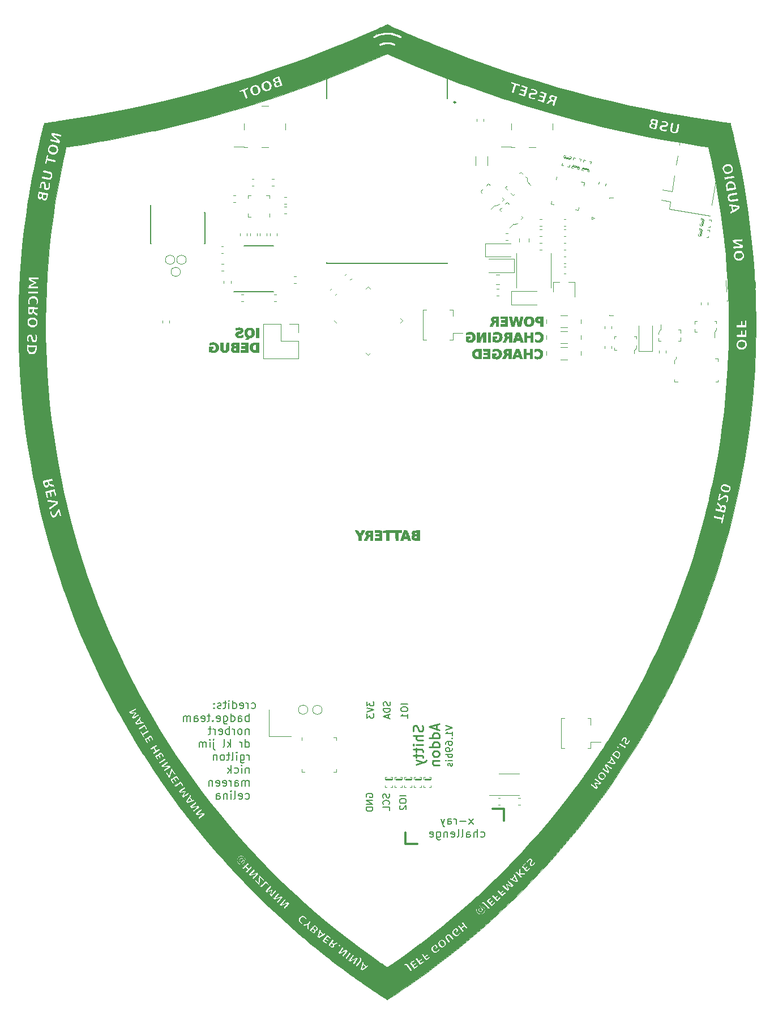
<source format=gbr>
G04 #@! TF.GenerationSoftware,KiCad,Pcbnew,6.0.0-unknown-r16647.959a4bdde.fc31*
G04 #@! TF.CreationDate,2020-02-05T23:37:17+00:00*
G04 #@! TF.ProjectId,r2,72322e6b-6963-4616-945f-706362585858,rev?*
G04 #@! TF.SameCoordinates,Original*
G04 #@! TF.FileFunction,Legend,Bot*
G04 #@! TF.FilePolarity,Positive*
%FSLAX46Y46*%
G04 Gerber Fmt 4.6, Leading zero omitted, Abs format (unit mm)*
G04 Created by KiCad (PCBNEW 6.0.0-unknown-r16647.959a4bdde.fc31) date 2020-02-05 23:37:17*
%MOMM*%
%LPD*%
G04 APERTURE LIST*
%ADD10C,0.200000*%
%ADD11C,0.300000*%
%ADD12C,0.250000*%
%ADD13C,0.120000*%
%ADD14C,0.400000*%
%ADD15C,0.150000*%
%ADD16C,0.100000*%
%ADD17C,0.127000*%
%ADD18C,0.240000*%
%ADD19C,0.010000*%
G04 APERTURE END LIST*
D10*
X-20280000Y43574285D02*
X-20165714Y43517142D01*
X-19937142Y43517142D01*
X-19822857Y43574285D01*
X-19765714Y43631428D01*
X-19708571Y43745714D01*
X-19708571Y44088571D01*
X-19765714Y44202857D01*
X-19822857Y44260000D01*
X-19937142Y44317142D01*
X-20165714Y44317142D01*
X-20280000Y44260000D01*
X-20794285Y43517142D02*
X-20794285Y44317142D01*
X-20794285Y44088571D02*
X-20851428Y44202857D01*
X-20908571Y44260000D01*
X-21022857Y44317142D01*
X-21137142Y44317142D01*
X-21994285Y43574285D02*
X-21879999Y43517142D01*
X-21651428Y43517142D01*
X-21537142Y43574285D01*
X-21479999Y43688571D01*
X-21479999Y44145714D01*
X-21537142Y44260000D01*
X-21651428Y44317142D01*
X-21879999Y44317142D01*
X-21994285Y44260000D01*
X-22051428Y44145714D01*
X-22051428Y44031428D01*
X-21479999Y43917142D01*
X-23079999Y43517142D02*
X-23079999Y44717142D01*
X-23079999Y43574285D02*
X-22965714Y43517142D01*
X-22737142Y43517142D01*
X-22622857Y43574285D01*
X-22565714Y43631428D01*
X-22508571Y43745714D01*
X-22508571Y44088571D01*
X-22565714Y44202857D01*
X-22622857Y44260000D01*
X-22737142Y44317142D01*
X-22965714Y44317142D01*
X-23079999Y44260000D01*
X-23651428Y43517142D02*
X-23651428Y44317142D01*
X-23651428Y44717142D02*
X-23594285Y44660000D01*
X-23651428Y44602857D01*
X-23708571Y44660000D01*
X-23651428Y44717142D01*
X-23651428Y44602857D01*
X-24051428Y44317142D02*
X-24508571Y44317142D01*
X-24222857Y44717142D02*
X-24222857Y43688571D01*
X-24279999Y43574285D01*
X-24394285Y43517142D01*
X-24508571Y43517142D01*
X-24851428Y43574285D02*
X-24965714Y43517142D01*
X-25194285Y43517142D01*
X-25308571Y43574285D01*
X-25365714Y43688571D01*
X-25365714Y43745714D01*
X-25308571Y43860000D01*
X-25194285Y43917142D01*
X-25022857Y43917142D01*
X-24908571Y43974285D01*
X-24851428Y44088571D01*
X-24851428Y44145714D01*
X-24908571Y44260000D01*
X-25022857Y44317142D01*
X-25194285Y44317142D01*
X-25308571Y44260000D01*
X-25879999Y43631428D02*
X-25937142Y43574285D01*
X-25879999Y43517142D01*
X-25822857Y43574285D01*
X-25879999Y43631428D01*
X-25879999Y43517142D01*
X-25879999Y44260000D02*
X-25937142Y44202857D01*
X-25879999Y44145714D01*
X-25822857Y44202857D01*
X-25879999Y44260000D01*
X-25879999Y44145714D01*
X-20680000Y41585142D02*
X-20680000Y42785142D01*
X-20680000Y42328000D02*
X-20794285Y42385142D01*
X-21022857Y42385142D01*
X-21137142Y42328000D01*
X-21194285Y42270857D01*
X-21251428Y42156571D01*
X-21251428Y41813714D01*
X-21194285Y41699428D01*
X-21137142Y41642285D01*
X-21022857Y41585142D01*
X-20794285Y41585142D01*
X-20680000Y41642285D01*
X-22280000Y41585142D02*
X-22280000Y42213714D01*
X-22222857Y42328000D01*
X-22108571Y42385142D01*
X-21880000Y42385142D01*
X-21765714Y42328000D01*
X-22280000Y41642285D02*
X-22165714Y41585142D01*
X-21880000Y41585142D01*
X-21765714Y41642285D01*
X-21708571Y41756571D01*
X-21708571Y41870857D01*
X-21765714Y41985142D01*
X-21880000Y42042285D01*
X-22165714Y42042285D01*
X-22280000Y42099428D01*
X-23365714Y41585142D02*
X-23365714Y42785142D01*
X-23365714Y41642285D02*
X-23251428Y41585142D01*
X-23022857Y41585142D01*
X-22908571Y41642285D01*
X-22851428Y41699428D01*
X-22794285Y41813714D01*
X-22794285Y42156571D01*
X-22851428Y42270857D01*
X-22908571Y42328000D01*
X-23022857Y42385142D01*
X-23251428Y42385142D01*
X-23365714Y42328000D01*
X-24451428Y42385142D02*
X-24451428Y41413714D01*
X-24394285Y41299428D01*
X-24337142Y41242285D01*
X-24222857Y41185142D01*
X-24051428Y41185142D01*
X-23937142Y41242285D01*
X-24451428Y41642285D02*
X-24337142Y41585142D01*
X-24108571Y41585142D01*
X-23994285Y41642285D01*
X-23937142Y41699428D01*
X-23880000Y41813714D01*
X-23880000Y42156571D01*
X-23937142Y42270857D01*
X-23994285Y42328000D01*
X-24108571Y42385142D01*
X-24337142Y42385142D01*
X-24451428Y42328000D01*
X-25480000Y41642285D02*
X-25365714Y41585142D01*
X-25137142Y41585142D01*
X-25022857Y41642285D01*
X-24965714Y41756571D01*
X-24965714Y42213714D01*
X-25022857Y42328000D01*
X-25137142Y42385142D01*
X-25365714Y42385142D01*
X-25480000Y42328000D01*
X-25537142Y42213714D01*
X-25537142Y42099428D01*
X-24965714Y41985142D01*
X-26051428Y41699428D02*
X-26108571Y41642285D01*
X-26051428Y41585142D01*
X-25994285Y41642285D01*
X-26051428Y41699428D01*
X-26051428Y41585142D01*
X-26451428Y42385142D02*
X-26908571Y42385142D01*
X-26622857Y42785142D02*
X-26622857Y41756571D01*
X-26680000Y41642285D01*
X-26794285Y41585142D01*
X-26908571Y41585142D01*
X-27765714Y41642285D02*
X-27651428Y41585142D01*
X-27422857Y41585142D01*
X-27308571Y41642285D01*
X-27251428Y41756571D01*
X-27251428Y42213714D01*
X-27308571Y42328000D01*
X-27422857Y42385142D01*
X-27651428Y42385142D01*
X-27765714Y42328000D01*
X-27822857Y42213714D01*
X-27822857Y42099428D01*
X-27251428Y41985142D01*
X-28851428Y41585142D02*
X-28851428Y42213714D01*
X-28794285Y42328000D01*
X-28680000Y42385142D01*
X-28451428Y42385142D01*
X-28337142Y42328000D01*
X-28851428Y41642285D02*
X-28737142Y41585142D01*
X-28451428Y41585142D01*
X-28337142Y41642285D01*
X-28280000Y41756571D01*
X-28280000Y41870857D01*
X-28337142Y41985142D01*
X-28451428Y42042285D01*
X-28737142Y42042285D01*
X-28851428Y42099428D01*
X-29422857Y41585142D02*
X-29422857Y42385142D01*
X-29422857Y42270857D02*
X-29480000Y42328000D01*
X-29594285Y42385142D01*
X-29765714Y42385142D01*
X-29880000Y42328000D01*
X-29937142Y42213714D01*
X-29937142Y41585142D01*
X-29937142Y42213714D02*
X-29994285Y42328000D01*
X-30108571Y42385142D01*
X-30280000Y42385142D01*
X-30394285Y42328000D01*
X-30451428Y42213714D01*
X-30451428Y41585142D01*
X-20680000Y40453142D02*
X-20680000Y39653142D01*
X-20680000Y40338857D02*
X-20737142Y40396000D01*
X-20851428Y40453142D01*
X-21022857Y40453142D01*
X-21137142Y40396000D01*
X-21194285Y40281714D01*
X-21194285Y39653142D01*
X-21937142Y39653142D02*
X-21822857Y39710285D01*
X-21765714Y39767428D01*
X-21708571Y39881714D01*
X-21708571Y40224571D01*
X-21765714Y40338857D01*
X-21822857Y40396000D01*
X-21937142Y40453142D01*
X-22108571Y40453142D01*
X-22222857Y40396000D01*
X-22280000Y40338857D01*
X-22337142Y40224571D01*
X-22337142Y39881714D01*
X-22280000Y39767428D01*
X-22222857Y39710285D01*
X-22108571Y39653142D01*
X-21937142Y39653142D01*
X-22851428Y39653142D02*
X-22851428Y40453142D01*
X-22851428Y40224571D02*
X-22908571Y40338857D01*
X-22965714Y40396000D01*
X-23080000Y40453142D01*
X-23194285Y40453142D01*
X-23594285Y39653142D02*
X-23594285Y40853142D01*
X-23594285Y40396000D02*
X-23708571Y40453142D01*
X-23937142Y40453142D01*
X-24051428Y40396000D01*
X-24108571Y40338857D01*
X-24165714Y40224571D01*
X-24165714Y39881714D01*
X-24108571Y39767428D01*
X-24051428Y39710285D01*
X-23937142Y39653142D01*
X-23708571Y39653142D01*
X-23594285Y39710285D01*
X-25137142Y39710285D02*
X-25022857Y39653142D01*
X-24794285Y39653142D01*
X-24680000Y39710285D01*
X-24622857Y39824571D01*
X-24622857Y40281714D01*
X-24680000Y40396000D01*
X-24794285Y40453142D01*
X-25022857Y40453142D01*
X-25137142Y40396000D01*
X-25194285Y40281714D01*
X-25194285Y40167428D01*
X-24622857Y40053142D01*
X-25708571Y39653142D02*
X-25708571Y40453142D01*
X-25708571Y40224571D02*
X-25765714Y40338857D01*
X-25822857Y40396000D01*
X-25937142Y40453142D01*
X-26051428Y40453142D01*
X-26280000Y40453142D02*
X-26737142Y40453142D01*
X-26451428Y40853142D02*
X-26451428Y39824571D01*
X-26508571Y39710285D01*
X-26622857Y39653142D01*
X-26737142Y39653142D01*
X-21194285Y37721142D02*
X-21194285Y38921142D01*
X-21194285Y37778285D02*
X-21080000Y37721142D01*
X-20851428Y37721142D01*
X-20737142Y37778285D01*
X-20680000Y37835428D01*
X-20622857Y37949714D01*
X-20622857Y38292571D01*
X-20680000Y38406857D01*
X-20737142Y38464000D01*
X-20851428Y38521142D01*
X-21080000Y38521142D01*
X-21194285Y38464000D01*
X-21765714Y37721142D02*
X-21765714Y38521142D01*
X-21765714Y38292571D02*
X-21822857Y38406857D01*
X-21880000Y38464000D01*
X-21994285Y38521142D01*
X-22108571Y38521142D01*
X-23422857Y37721142D02*
X-23422857Y38921142D01*
X-23537142Y38178285D02*
X-23880000Y37721142D01*
X-23880000Y38521142D02*
X-23422857Y38064000D01*
X-24565714Y37721142D02*
X-24451428Y37778285D01*
X-24394285Y37892571D01*
X-24394285Y38921142D01*
X-25937142Y38521142D02*
X-25937142Y37492571D01*
X-25880000Y37378285D01*
X-25765714Y37321142D01*
X-25708571Y37321142D01*
X-25937142Y38921142D02*
X-25880000Y38864000D01*
X-25937142Y38806857D01*
X-25994285Y38864000D01*
X-25937142Y38921142D01*
X-25937142Y38806857D01*
X-26508571Y37721142D02*
X-26508571Y38521142D01*
X-26508571Y38921142D02*
X-26451428Y38864000D01*
X-26508571Y38806857D01*
X-26565714Y38864000D01*
X-26508571Y38921142D01*
X-26508571Y38806857D01*
X-27080000Y37721142D02*
X-27080000Y38521142D01*
X-27080000Y38406857D02*
X-27137142Y38464000D01*
X-27251428Y38521142D01*
X-27422857Y38521142D01*
X-27537142Y38464000D01*
X-27594285Y38349714D01*
X-27594285Y37721142D01*
X-27594285Y38349714D02*
X-27651428Y38464000D01*
X-27765714Y38521142D01*
X-27937142Y38521142D01*
X-28051428Y38464000D01*
X-28108571Y38349714D01*
X-28108571Y37721142D01*
X-20680000Y35789142D02*
X-20680000Y36589142D01*
X-20680000Y36360571D02*
X-20737142Y36474857D01*
X-20794285Y36532000D01*
X-20908571Y36589142D01*
X-21022857Y36589142D01*
X-21937142Y36589142D02*
X-21937142Y35617714D01*
X-21880000Y35503428D01*
X-21822857Y35446285D01*
X-21708571Y35389142D01*
X-21537142Y35389142D01*
X-21422857Y35446285D01*
X-21937142Y35846285D02*
X-21822857Y35789142D01*
X-21594285Y35789142D01*
X-21480000Y35846285D01*
X-21422857Y35903428D01*
X-21365714Y36017714D01*
X-21365714Y36360571D01*
X-21422857Y36474857D01*
X-21480000Y36532000D01*
X-21594285Y36589142D01*
X-21822857Y36589142D01*
X-21937142Y36532000D01*
X-22508571Y35789142D02*
X-22508571Y36589142D01*
X-22508571Y36989142D02*
X-22451428Y36932000D01*
X-22508571Y36874857D01*
X-22565714Y36932000D01*
X-22508571Y36989142D01*
X-22508571Y36874857D01*
X-23251428Y35789142D02*
X-23137142Y35846285D01*
X-23080000Y35960571D01*
X-23080000Y36989142D01*
X-23537142Y36589142D02*
X-23994285Y36589142D01*
X-23708571Y36989142D02*
X-23708571Y35960571D01*
X-23765714Y35846285D01*
X-23880000Y35789142D01*
X-23994285Y35789142D01*
X-24565714Y35789142D02*
X-24451428Y35846285D01*
X-24394285Y35903428D01*
X-24337142Y36017714D01*
X-24337142Y36360571D01*
X-24394285Y36474857D01*
X-24451428Y36532000D01*
X-24565714Y36589142D01*
X-24737142Y36589142D01*
X-24851428Y36532000D01*
X-24908571Y36474857D01*
X-24965714Y36360571D01*
X-24965714Y36017714D01*
X-24908571Y35903428D01*
X-24851428Y35846285D01*
X-24737142Y35789142D01*
X-24565714Y35789142D01*
X-25480000Y36589142D02*
X-25480000Y35789142D01*
X-25480000Y36474857D02*
X-25537142Y36532000D01*
X-25651428Y36589142D01*
X-25822857Y36589142D01*
X-25937142Y36532000D01*
X-25994285Y36417714D01*
X-25994285Y35789142D01*
X-20680000Y34657142D02*
X-20680000Y33857142D01*
X-20680000Y34542857D02*
X-20737142Y34600000D01*
X-20851428Y34657142D01*
X-21022857Y34657142D01*
X-21137142Y34600000D01*
X-21194285Y34485714D01*
X-21194285Y33857142D01*
X-21765714Y33857142D02*
X-21765714Y34657142D01*
X-21765714Y35057142D02*
X-21708571Y35000000D01*
X-21765714Y34942857D01*
X-21822857Y35000000D01*
X-21765714Y35057142D01*
X-21765714Y34942857D01*
X-22851428Y33914285D02*
X-22737142Y33857142D01*
X-22508571Y33857142D01*
X-22394285Y33914285D01*
X-22337142Y33971428D01*
X-22280000Y34085714D01*
X-22280000Y34428571D01*
X-22337142Y34542857D01*
X-22394285Y34600000D01*
X-22508571Y34657142D01*
X-22737142Y34657142D01*
X-22851428Y34600000D01*
X-23365714Y33857142D02*
X-23365714Y35057142D01*
X-23480000Y34314285D02*
X-23822857Y33857142D01*
X-23822857Y34657142D02*
X-23365714Y34200000D01*
X-20680000Y31925142D02*
X-20680000Y32725142D01*
X-20680000Y32610857D02*
X-20737142Y32668000D01*
X-20851428Y32725142D01*
X-21022857Y32725142D01*
X-21137142Y32668000D01*
X-21194285Y32553714D01*
X-21194285Y31925142D01*
X-21194285Y32553714D02*
X-21251428Y32668000D01*
X-21365714Y32725142D01*
X-21537142Y32725142D01*
X-21651428Y32668000D01*
X-21708571Y32553714D01*
X-21708571Y31925142D01*
X-22794285Y31925142D02*
X-22794285Y32553714D01*
X-22737142Y32668000D01*
X-22622857Y32725142D01*
X-22394285Y32725142D01*
X-22280000Y32668000D01*
X-22794285Y31982285D02*
X-22680000Y31925142D01*
X-22394285Y31925142D01*
X-22280000Y31982285D01*
X-22222857Y32096571D01*
X-22222857Y32210857D01*
X-22280000Y32325142D01*
X-22394285Y32382285D01*
X-22680000Y32382285D01*
X-22794285Y32439428D01*
X-23365714Y31925142D02*
X-23365714Y32725142D01*
X-23365714Y32496571D02*
X-23422857Y32610857D01*
X-23480000Y32668000D01*
X-23594285Y32725142D01*
X-23708571Y32725142D01*
X-24565714Y31982285D02*
X-24451428Y31925142D01*
X-24222857Y31925142D01*
X-24108571Y31982285D01*
X-24051428Y32096571D01*
X-24051428Y32553714D01*
X-24108571Y32668000D01*
X-24222857Y32725142D01*
X-24451428Y32725142D01*
X-24565714Y32668000D01*
X-24622857Y32553714D01*
X-24622857Y32439428D01*
X-24051428Y32325142D01*
X-25594285Y31982285D02*
X-25480000Y31925142D01*
X-25251428Y31925142D01*
X-25137142Y31982285D01*
X-25080000Y32096571D01*
X-25080000Y32553714D01*
X-25137142Y32668000D01*
X-25251428Y32725142D01*
X-25480000Y32725142D01*
X-25594285Y32668000D01*
X-25651428Y32553714D01*
X-25651428Y32439428D01*
X-25080000Y32325142D01*
X-26165714Y32725142D02*
X-26165714Y31925142D01*
X-26165714Y32610857D02*
X-26222857Y32668000D01*
X-26337142Y32725142D01*
X-26508571Y32725142D01*
X-26622857Y32668000D01*
X-26680000Y32553714D01*
X-26680000Y31925142D01*
X-21194285Y30050285D02*
X-21080000Y29993142D01*
X-20851428Y29993142D01*
X-20737142Y30050285D01*
X-20680000Y30107428D01*
X-20622857Y30221714D01*
X-20622857Y30564571D01*
X-20680000Y30678857D01*
X-20737142Y30736000D01*
X-20851428Y30793142D01*
X-21080000Y30793142D01*
X-21194285Y30736000D01*
X-22165714Y30050285D02*
X-22051428Y29993142D01*
X-21822857Y29993142D01*
X-21708571Y30050285D01*
X-21651428Y30164571D01*
X-21651428Y30621714D01*
X-21708571Y30736000D01*
X-21822857Y30793142D01*
X-22051428Y30793142D01*
X-22165714Y30736000D01*
X-22222857Y30621714D01*
X-22222857Y30507428D01*
X-21651428Y30393142D01*
X-22908571Y29993142D02*
X-22794285Y30050285D01*
X-22737142Y30164571D01*
X-22737142Y31193142D01*
X-23365714Y29993142D02*
X-23365714Y30793142D01*
X-23365714Y31193142D02*
X-23308571Y31136000D01*
X-23365714Y31078857D01*
X-23422857Y31136000D01*
X-23365714Y31193142D01*
X-23365714Y31078857D01*
X-23937142Y30793142D02*
X-23937142Y29993142D01*
X-23937142Y30678857D02*
X-23994285Y30736000D01*
X-24108571Y30793142D01*
X-24280000Y30793142D01*
X-24394285Y30736000D01*
X-24451428Y30621714D01*
X-24451428Y29993142D01*
X-25537142Y29993142D02*
X-25537142Y30621714D01*
X-25479999Y30736000D01*
X-25365714Y30793142D01*
X-25137142Y30793142D01*
X-25022857Y30736000D01*
X-25537142Y30050285D02*
X-25422857Y29993142D01*
X-25137142Y29993142D01*
X-25022857Y30050285D01*
X-24965714Y30164571D01*
X-24965714Y30278857D01*
X-25022857Y30393142D01*
X-25137142Y30450285D01*
X-25422857Y30450285D01*
X-25537142Y30507428D01*
X12878571Y26223142D02*
X12250000Y27023142D01*
X12878571Y27023142D02*
X12250000Y26223142D01*
X11792857Y26680285D02*
X10878571Y26680285D01*
X10307142Y26223142D02*
X10307142Y27023142D01*
X10307142Y26794571D02*
X10250000Y26908857D01*
X10192857Y26966000D01*
X10078571Y27023142D01*
X9964285Y27023142D01*
X9050000Y26223142D02*
X9050000Y26851714D01*
X9107142Y26966000D01*
X9221428Y27023142D01*
X9450000Y27023142D01*
X9564285Y26966000D01*
X9050000Y26280285D02*
X9164285Y26223142D01*
X9450000Y26223142D01*
X9564285Y26280285D01*
X9621428Y26394571D01*
X9621428Y26508857D01*
X9564285Y26623142D01*
X9450000Y26680285D01*
X9164285Y26680285D01*
X9050000Y26737428D01*
X8592857Y27023142D02*
X8307142Y26223142D01*
X8021428Y27023142D02*
X8307142Y26223142D01*
X8421428Y25937428D01*
X8478571Y25880285D01*
X8592857Y25823142D01*
X13992857Y24348285D02*
X14107142Y24291142D01*
X14335714Y24291142D01*
X14450000Y24348285D01*
X14507142Y24405428D01*
X14564285Y24519714D01*
X14564285Y24862571D01*
X14507142Y24976857D01*
X14450000Y25034000D01*
X14335714Y25091142D01*
X14107142Y25091142D01*
X13992857Y25034000D01*
X13478571Y24291142D02*
X13478571Y25491142D01*
X12964285Y24291142D02*
X12964285Y24919714D01*
X13021428Y25034000D01*
X13135714Y25091142D01*
X13307142Y25091142D01*
X13421428Y25034000D01*
X13478571Y24976857D01*
X11878571Y24291142D02*
X11878571Y24919714D01*
X11935714Y25034000D01*
X12050000Y25091142D01*
X12278571Y25091142D01*
X12392857Y25034000D01*
X11878571Y24348285D02*
X11992857Y24291142D01*
X12278571Y24291142D01*
X12392857Y24348285D01*
X12450000Y24462571D01*
X12450000Y24576857D01*
X12392857Y24691142D01*
X12278571Y24748285D01*
X11992857Y24748285D01*
X11878571Y24805428D01*
X11135714Y24291142D02*
X11250000Y24348285D01*
X11307142Y24462571D01*
X11307142Y25491142D01*
X10507142Y24291142D02*
X10621428Y24348285D01*
X10678571Y24462571D01*
X10678571Y25491142D01*
X9592857Y24348285D02*
X9707142Y24291142D01*
X9935714Y24291142D01*
X10050000Y24348285D01*
X10107142Y24462571D01*
X10107142Y24919714D01*
X10050000Y25034000D01*
X9935714Y25091142D01*
X9707142Y25091142D01*
X9592857Y25034000D01*
X9535714Y24919714D01*
X9535714Y24805428D01*
X10107142Y24691142D01*
X9021428Y25091142D02*
X9021428Y24291142D01*
X9021428Y24976857D02*
X8964285Y25034000D01*
X8850000Y25091142D01*
X8678571Y25091142D01*
X8564285Y25034000D01*
X8507142Y24919714D01*
X8507142Y24291142D01*
X7421428Y25091142D02*
X7421428Y24119714D01*
X7478571Y24005428D01*
X7535714Y23948285D01*
X7650000Y23891142D01*
X7821428Y23891142D01*
X7935714Y23948285D01*
X7421428Y24348285D02*
X7535714Y24291142D01*
X7764285Y24291142D01*
X7878571Y24348285D01*
X7935714Y24405428D01*
X7992857Y24519714D01*
X7992857Y24862571D01*
X7935714Y24976857D01*
X7878571Y25034000D01*
X7764285Y25091142D01*
X7535714Y25091142D01*
X7421428Y25034000D01*
X6392857Y24348285D02*
X6507142Y24291142D01*
X6735714Y24291142D01*
X6850000Y24348285D01*
X6907142Y24462571D01*
X6907142Y24919714D01*
X6850000Y25034000D01*
X6735714Y25091142D01*
X6507142Y25091142D01*
X6392857Y25034000D01*
X6335714Y24919714D01*
X6335714Y24805428D01*
X6907142Y24691142D01*
D11*
X2750000Y23250000D02*
X2750000Y25000000D01*
X2750000Y23250000D02*
X4500000Y23250000D01*
X17500000Y28500000D02*
X17500000Y26750000D01*
X17500000Y28500000D02*
X15750000Y28500000D01*
D10*
X8752380Y40995238D02*
X9752380Y40661904D01*
X8752380Y40328571D01*
X9752380Y39471428D02*
X9752380Y40042857D01*
X9752380Y39757142D02*
X8752380Y39757142D01*
X8895238Y39852380D01*
X8990476Y39947619D01*
X9038095Y40042857D01*
X9657142Y39042857D02*
X9704761Y38995238D01*
X9752380Y39042857D01*
X9704761Y39090476D01*
X9657142Y39042857D01*
X9752380Y39042857D01*
X8752380Y38138095D02*
X8752380Y38328571D01*
X8800000Y38423809D01*
X8847619Y38471428D01*
X8990476Y38566666D01*
X9180952Y38614285D01*
X9561904Y38614285D01*
X9657142Y38566666D01*
X9704761Y38519047D01*
X9752380Y38423809D01*
X9752380Y38233333D01*
X9704761Y38138095D01*
X9657142Y38090476D01*
X9561904Y38042857D01*
X9323809Y38042857D01*
X9228571Y38090476D01*
X9180952Y38138095D01*
X9133333Y38233333D01*
X9133333Y38423809D01*
X9180952Y38519047D01*
X9228571Y38566666D01*
X9323809Y38614285D01*
X9752380Y37566666D02*
X9752380Y37376190D01*
X9704761Y37280952D01*
X9657142Y37233333D01*
X9514285Y37138095D01*
X9323809Y37090476D01*
X8942857Y37090476D01*
X8847619Y37138095D01*
X8800000Y37185714D01*
X8752380Y37280952D01*
X8752380Y37471428D01*
X8800000Y37566666D01*
X8847619Y37614285D01*
X8942857Y37661904D01*
X9180952Y37661904D01*
X9276190Y37614285D01*
X9323809Y37566666D01*
X9371428Y37471428D01*
X9371428Y37280952D01*
X9323809Y37185714D01*
X9276190Y37138095D01*
X9180952Y37090476D01*
X9752380Y36661904D02*
X8752380Y36661904D01*
X9133333Y36661904D02*
X9085714Y36566666D01*
X9085714Y36376190D01*
X9133333Y36280952D01*
X9180952Y36233333D01*
X9276190Y36185714D01*
X9561904Y36185714D01*
X9657142Y36233333D01*
X9704761Y36280952D01*
X9752380Y36376190D01*
X9752380Y36566666D01*
X9704761Y36661904D01*
X9752380Y35757142D02*
X9085714Y35757142D01*
X8752380Y35757142D02*
X8800000Y35804761D01*
X8847619Y35757142D01*
X8800000Y35709523D01*
X8752380Y35757142D01*
X8847619Y35757142D01*
X9704761Y35328571D02*
X9752380Y35233333D01*
X9752380Y35042857D01*
X9704761Y34947619D01*
X9609523Y34900000D01*
X9561904Y34900000D01*
X9466666Y34947619D01*
X9419047Y35042857D01*
X9419047Y35185714D01*
X9371428Y35280952D01*
X9276190Y35328571D01*
X9228571Y35328571D01*
X9133333Y35280952D01*
X9085714Y35185714D01*
X9085714Y35042857D01*
X9133333Y34947619D01*
X-2997619Y44538095D02*
X-2997619Y43919047D01*
X-2616666Y44252380D01*
X-2616666Y44109523D01*
X-2569047Y44014285D01*
X-2521428Y43966666D01*
X-2426190Y43919047D01*
X-2188095Y43919047D01*
X-2092857Y43966666D01*
X-2045238Y44014285D01*
X-1997619Y44109523D01*
X-1997619Y44395238D01*
X-2045238Y44490476D01*
X-2092857Y44538095D01*
X-2997619Y43633333D02*
X-1997619Y43300000D01*
X-2997619Y42966666D01*
X-2997619Y42728571D02*
X-2997619Y42109523D01*
X-2616666Y42442857D01*
X-2616666Y42300000D01*
X-2569047Y42204761D01*
X-2521428Y42157142D01*
X-2426190Y42109523D01*
X-2188095Y42109523D01*
X-2092857Y42157142D01*
X-2045238Y42204761D01*
X-1997619Y42300000D01*
X-1997619Y42585714D01*
X-2045238Y42680952D01*
X-2092857Y42728571D01*
X3052380Y44150000D02*
X2052380Y44150000D01*
X2052380Y43483333D02*
X2052380Y43292857D01*
X2100000Y43197619D01*
X2195238Y43102380D01*
X2385714Y43054761D01*
X2719047Y43054761D01*
X2909523Y43102380D01*
X3004761Y43197619D01*
X3052380Y43292857D01*
X3052380Y43483333D01*
X3004761Y43578571D01*
X2909523Y43673809D01*
X2719047Y43721428D01*
X2385714Y43721428D01*
X2195238Y43673809D01*
X2100000Y43578571D01*
X2052380Y43483333D01*
X3052380Y42102380D02*
X3052380Y42673809D01*
X3052380Y42388095D02*
X2052380Y42388095D01*
X2195238Y42483333D01*
X2290476Y42578571D01*
X2338095Y42673809D01*
X404761Y44514285D02*
X452380Y44371428D01*
X452380Y44133333D01*
X404761Y44038095D01*
X357142Y43990476D01*
X261904Y43942857D01*
X166666Y43942857D01*
X71428Y43990476D01*
X23809Y44038095D01*
X-23809Y44133333D01*
X-71428Y44323809D01*
X-119047Y44419047D01*
X-166666Y44466666D01*
X-261904Y44514285D01*
X-357142Y44514285D01*
X-452380Y44466666D01*
X-499999Y44419047D01*
X-547619Y44323809D01*
X-547619Y44085714D01*
X-499999Y43942857D01*
X452380Y43514285D02*
X-547619Y43514285D01*
X-547619Y43276190D01*
X-500000Y43133333D01*
X-404761Y43038095D01*
X-309523Y42990476D01*
X-119047Y42942857D01*
X23809Y42942857D01*
X214285Y42990476D01*
X309523Y43038095D01*
X404761Y43133333D01*
X452380Y43276190D01*
X452380Y43514285D01*
X166666Y42561904D02*
X166666Y42085714D01*
X452380Y42657142D02*
X-547619Y42323809D01*
X452380Y41990476D01*
X2852380Y30450000D02*
X1852380Y30450000D01*
X1852380Y29783333D02*
X1852380Y29592857D01*
X1900000Y29497619D01*
X1995238Y29402380D01*
X2185714Y29354761D01*
X2519047Y29354761D01*
X2709523Y29402380D01*
X2804761Y29497619D01*
X2852380Y29592857D01*
X2852380Y29783333D01*
X2804761Y29878571D01*
X2709523Y29973809D01*
X2519047Y30021428D01*
X2185714Y30021428D01*
X1995238Y29973809D01*
X1900000Y29878571D01*
X1852380Y29783333D01*
X1947619Y28973809D02*
X1900000Y28926190D01*
X1852380Y28830952D01*
X1852380Y28592857D01*
X1900000Y28497619D01*
X1947619Y28450000D01*
X2042857Y28402380D01*
X2138095Y28402380D01*
X2280952Y28450000D01*
X2852380Y29021428D01*
X2852380Y28402380D01*
X304761Y30740476D02*
X352380Y30597619D01*
X352380Y30359523D01*
X304761Y30264285D01*
X257142Y30216666D01*
X161904Y30169047D01*
X66666Y30169047D01*
X-28571Y30216666D01*
X-76190Y30264285D01*
X-123809Y30359523D01*
X-171428Y30550000D01*
X-219047Y30645238D01*
X-266666Y30692857D01*
X-361904Y30740476D01*
X-457142Y30740476D01*
X-552380Y30692857D01*
X-600000Y30645238D01*
X-647619Y30550000D01*
X-647619Y30311904D01*
X-600000Y30169047D01*
X257142Y29169047D02*
X304761Y29216666D01*
X352380Y29359523D01*
X352380Y29454761D01*
X304761Y29597619D01*
X209523Y29692857D01*
X114285Y29740476D01*
X-76190Y29788095D01*
X-219047Y29788095D01*
X-409523Y29740476D01*
X-504761Y29692857D01*
X-600000Y29597619D01*
X-647619Y29454761D01*
X-647619Y29359523D01*
X-600000Y29216666D01*
X-552380Y29169047D01*
X352380Y28264285D02*
X352380Y28740476D01*
X-647619Y28740476D01*
X-3100000Y30261904D02*
X-3147619Y30357142D01*
X-3147619Y30500000D01*
X-3100000Y30642857D01*
X-3004761Y30738095D01*
X-2909523Y30785714D01*
X-2719047Y30833333D01*
X-2576190Y30833333D01*
X-2385714Y30785714D01*
X-2290476Y30738095D01*
X-2195238Y30642857D01*
X-2147619Y30500000D01*
X-2147619Y30404761D01*
X-2195238Y30261904D01*
X-2242857Y30214285D01*
X-2576190Y30214285D01*
X-2576190Y30404761D01*
X-2147619Y29785714D02*
X-3147619Y29785714D01*
X-2147619Y29214285D01*
X-3147619Y29214285D01*
X-2147619Y28738095D02*
X-3147619Y28738095D01*
X-3147619Y28500000D01*
X-3100000Y28357142D01*
X-3004761Y28261904D01*
X-2909523Y28214285D01*
X-2719047Y28166666D01*
X-2576190Y28166666D01*
X-2385714Y28214285D01*
X-2290476Y28261904D01*
X-2195238Y28357142D01*
X-2147619Y28500000D01*
X-2147619Y28738095D01*
D12*
X5299642Y40942857D02*
X5371071Y40728571D01*
X5371071Y40371428D01*
X5299642Y40228571D01*
X5228214Y40157142D01*
X5085357Y40085714D01*
X4942500Y40085714D01*
X4799642Y40157142D01*
X4728214Y40228571D01*
X4656785Y40371428D01*
X4585357Y40657142D01*
X4513928Y40800000D01*
X4442500Y40871428D01*
X4299642Y40942857D01*
X4156785Y40942857D01*
X4013928Y40871428D01*
X3942500Y40800000D01*
X3871071Y40657142D01*
X3871071Y40300000D01*
X3942500Y40085714D01*
X5371071Y39442857D02*
X3871071Y39442857D01*
X5371071Y38800000D02*
X4585357Y38800000D01*
X4442500Y38871428D01*
X4371071Y39014285D01*
X4371071Y39228571D01*
X4442500Y39371428D01*
X4513928Y39442857D01*
X5371071Y38085714D02*
X4371071Y38085714D01*
X3871071Y38085714D02*
X3942500Y38157142D01*
X4013928Y38085714D01*
X3942500Y38014285D01*
X3871071Y38085714D01*
X4013928Y38085714D01*
X4371071Y37585714D02*
X4371071Y37014285D01*
X3871071Y37371428D02*
X5156785Y37371428D01*
X5299642Y37300000D01*
X5371071Y37157142D01*
X5371071Y37014285D01*
X4371071Y36728571D02*
X4371071Y36157142D01*
X3871071Y36514285D02*
X5156785Y36514285D01*
X5299642Y36442857D01*
X5371071Y36300000D01*
X5371071Y36157142D01*
X4371071Y35800000D02*
X5371071Y35442857D01*
X4371071Y35085714D02*
X5371071Y35442857D01*
X5728214Y35585714D01*
X5799642Y35657142D01*
X5871071Y35800000D01*
X7357500Y41121428D02*
X7357500Y40407142D01*
X7786071Y41264285D02*
X6286071Y40764285D01*
X7786071Y40264285D01*
X7786071Y39121428D02*
X6286071Y39121428D01*
X7714642Y39121428D02*
X7786071Y39264285D01*
X7786071Y39550000D01*
X7714642Y39692857D01*
X7643214Y39764285D01*
X7500357Y39835714D01*
X7071785Y39835714D01*
X6928928Y39764285D01*
X6857500Y39692857D01*
X6786071Y39550000D01*
X6786071Y39264285D01*
X6857500Y39121428D01*
X7786071Y37764285D02*
X6286071Y37764285D01*
X7714642Y37764285D02*
X7786071Y37907142D01*
X7786071Y38192857D01*
X7714642Y38335714D01*
X7643214Y38407142D01*
X7500357Y38478571D01*
X7071785Y38478571D01*
X6928928Y38407142D01*
X6857500Y38335714D01*
X6786071Y38192857D01*
X6786071Y37907142D01*
X6857500Y37764285D01*
X7786071Y36835714D02*
X7714642Y36978571D01*
X7643214Y37050000D01*
X7500357Y37121428D01*
X7071785Y37121428D01*
X6928928Y37050000D01*
X6857500Y36978571D01*
X6786071Y36835714D01*
X6786071Y36621428D01*
X6857500Y36478571D01*
X6928928Y36407142D01*
X7071785Y36335714D01*
X7500357Y36335714D01*
X7643214Y36407142D01*
X7714642Y36478571D01*
X7786071Y36621428D01*
X7786071Y36835714D01*
X6786071Y35692857D02*
X7786071Y35692857D01*
X6928928Y35692857D02*
X6857500Y35621428D01*
X6786071Y35478571D01*
X6786071Y35264285D01*
X6857500Y35121428D01*
X7000357Y35050000D01*
X7786071Y35050000D01*
D13*
X49592891Y129247827D02*
X49905759Y131223204D01*
X44654449Y130029999D02*
X44967318Y132005376D01*
X44967318Y132005376D02*
X49905759Y131223204D01*
X49592891Y129247827D02*
X50185504Y129153966D01*
X44061836Y130123860D02*
X44654449Y130029999D01*
X48292647Y117202937D02*
X42168979Y118172831D01*
X44061836Y130123860D02*
X43690304Y127778100D01*
X43432187Y126148414D02*
X43221001Y124815035D01*
X42962884Y123185349D02*
X42587441Y120814897D01*
X42344968Y119283980D02*
X42168979Y118172831D01*
X48539031Y118758547D02*
X50185504Y129153966D01*
X42344968Y119283980D02*
X40962204Y119502989D01*
X42587441Y120814897D02*
X41204677Y121033906D01*
D14*
X53199999Y115837716D02*
G75*
G03X53199999Y115837716I-200000J0D01*
G01*
D13*
X-31761200Y110591600D02*
G75*
G03X-31761200Y110591600I-700000J0D01*
G01*
X-30923000Y108788200D02*
G75*
G03X-30923000Y108788200I-700000J0D01*
G01*
X-30059400Y110591600D02*
G75*
G03X-30059400Y110591600I-700000J0D01*
G01*
X-13300400Y95825000D02*
X-18500400Y95825000D01*
X-13300400Y98425000D02*
X-13300400Y95825000D01*
X-18500400Y101025000D02*
X-18500400Y95825000D01*
X-13300400Y98425000D02*
X-15900400Y98425000D01*
X-15900400Y98425000D02*
X-15900400Y101025000D01*
X-15900400Y101025000D02*
X-18500400Y101025000D01*
X-13300400Y99695000D02*
X-13300400Y101025000D01*
X-13300400Y101025000D02*
X-14630400Y101025000D01*
X-24500621Y112574800D02*
X-24826179Y112574800D01*
X-24500621Y111554800D02*
X-24826179Y111554800D01*
D15*
X-21427400Y112695400D02*
X-16977400Y112695400D01*
X-22952400Y105795400D02*
X-16977400Y105795400D01*
D13*
X-17617800Y119778400D02*
X-17617800Y120253400D01*
X-17617800Y120253400D02*
X-18092800Y120253400D01*
X-20837800Y117508400D02*
X-20837800Y117033400D01*
X-20837800Y117033400D02*
X-20362800Y117033400D01*
X-20837800Y119778400D02*
X-20837800Y120253400D01*
X-20837800Y120253400D02*
X-20362800Y120253400D01*
X-17617800Y117508400D02*
X-17617800Y117033400D01*
X-22987779Y119215000D02*
X-22662221Y119215000D01*
X-22987779Y120235000D02*
X-22662221Y120235000D01*
X-16956821Y122684000D02*
X-17282379Y122684000D01*
X-16956821Y121664000D02*
X-17282379Y121664000D01*
X-19928621Y122684000D02*
X-20254179Y122684000D01*
X-19928621Y121664000D02*
X-20254179Y121664000D01*
X-15402779Y117498400D02*
X-15077221Y117498400D01*
X-15402779Y118518400D02*
X-15077221Y118518400D01*
X-15402779Y118971600D02*
X-15077221Y118971600D01*
X-15402779Y119991600D02*
X-15077221Y119991600D01*
X-21973000Y114538979D02*
X-21973000Y114213421D01*
X-20953000Y114538979D02*
X-20953000Y114213421D01*
X-20499800Y114538979D02*
X-20499800Y114213421D01*
X-19479800Y114538979D02*
X-19479800Y114213421D01*
X-17528000Y114538979D02*
X-17528000Y114213421D01*
X-16508000Y114538979D02*
X-16508000Y114213421D01*
X-19001200Y114538979D02*
X-19001200Y114213421D01*
X-17981200Y114538979D02*
X-17981200Y114213421D01*
X-16575821Y105412000D02*
X-16901379Y105412000D01*
X-16575821Y104392000D02*
X-16901379Y104392000D01*
X-21828979Y104392000D02*
X-21503421Y104392000D01*
X-21828979Y105412000D02*
X-21503421Y105412000D01*
X24546554Y119388908D02*
X24443745Y118925167D01*
X24443745Y118925167D02*
X24907485Y118822358D01*
X29374280Y121668020D02*
X29477089Y122131761D01*
X29477089Y122131761D02*
X29013349Y122234570D01*
X28666523Y118475532D02*
X28563714Y118011792D01*
X28563714Y118011792D02*
X28099973Y118114601D01*
X25254311Y122581396D02*
X25357120Y123045136D01*
X33171649Y119786400D02*
X33171649Y119896400D01*
X33171649Y119896400D02*
X33771649Y119896400D01*
X33171649Y102356400D02*
X33171649Y102246400D01*
X33171649Y102246400D02*
X33771649Y102246400D01*
X30581649Y117021400D02*
X30981649Y116821400D01*
X30981649Y116821400D02*
X30581649Y116621400D01*
X30581649Y116621400D02*
X30581649Y117021400D01*
X19006649Y110721400D02*
X19006649Y108721400D01*
X19006649Y108721400D02*
X15156649Y108721400D01*
X19006649Y110721400D02*
X15156649Y110721400D01*
D16*
X18566200Y130500000D02*
X18566200Y130000000D01*
X18566200Y130500000D02*
X18566200Y131000000D01*
X24766200Y130500000D02*
X24766200Y130000000D01*
X24766200Y130500000D02*
X24766200Y131000000D01*
X21666200Y133600000D02*
X21166200Y133600000D01*
X21666200Y133600000D02*
X22166200Y133600000D01*
X21666200Y127400000D02*
X22166200Y127400000D01*
X21666200Y127400000D02*
X21166200Y127400000D01*
X18266200Y127500000D02*
X17066200Y127500000D01*
X18566200Y127500000D02*
X18266200Y127500000D01*
X18566200Y127400000D02*
X18566200Y127500000D01*
X19066200Y127400000D02*
X18566200Y127400000D01*
X-21400800Y130500000D02*
X-21400800Y130000000D01*
X-21400800Y130500000D02*
X-21400800Y131000000D01*
X-15200800Y130500000D02*
X-15200800Y130000000D01*
X-15200800Y130500000D02*
X-15200800Y131000000D01*
X-18300800Y133600000D02*
X-18800800Y133600000D01*
X-18300800Y133600000D02*
X-17800800Y133600000D01*
X-18300800Y127400000D02*
X-17800800Y127400000D01*
X-18300800Y127400000D02*
X-18800800Y127400000D01*
X-21700800Y127500000D02*
X-22900800Y127500000D01*
X-21400800Y127500000D02*
X-21700800Y127500000D01*
X-21400800Y127400000D02*
X-21400800Y127500000D01*
X-20900800Y127400000D02*
X-21400800Y127400000D01*
D14*
X-52678130Y116830262D02*
G75*
G03X-52678130Y116830262I-200000J0D01*
G01*
X49139255Y67039577D02*
G75*
G03X49139255Y67039577I-200001J0D01*
G01*
X-49014891Y68000839D02*
G75*
G03X-49014891Y68000839I-200000J0D01*
G01*
X-25813933Y24559305D02*
G75*
G03X-25813933Y24559305I-200000J0D01*
G01*
X25557874Y23804595D02*
G75*
G03X25557874Y23804595I-200000J0D01*
G01*
D13*
X39608000Y96910800D02*
X37608000Y96910800D01*
X37608000Y96910800D02*
X37608000Y100760800D01*
X39608000Y96910800D02*
X39608000Y100760800D01*
D16*
X2106400Y33036600D02*
X2106400Y32836600D01*
X1246400Y33036600D02*
X1246400Y32836600D01*
X2101400Y33036600D02*
X1251400Y33036600D01*
X1976400Y33261601D02*
X2226400Y33261600D01*
X2226400Y32961600D02*
X2226400Y33261600D01*
X2226400Y31711600D02*
X1976400Y31711600D01*
X2226400Y31711600D02*
X2226400Y32036600D01*
X1126400Y32961600D02*
X1126400Y33261600D01*
X1126400Y33261600D02*
X1376400Y33261600D01*
X1126400Y32011600D02*
X1126400Y31711600D01*
X1126400Y31711600D02*
X1351400Y31711600D01*
X2101400Y32936600D02*
X1251400Y32936600D01*
X2101400Y32836600D02*
X1251400Y32836600D01*
X6449800Y33036600D02*
X6449800Y32836600D01*
X5589800Y33036600D02*
X5589800Y32836600D01*
X6444800Y33036600D02*
X5594800Y33036600D01*
X6319800Y33261601D02*
X6569800Y33261600D01*
X6569800Y32961600D02*
X6569800Y33261600D01*
X6569800Y31711600D02*
X6319800Y31711600D01*
X6569800Y31711600D02*
X6569800Y32036600D01*
X5469800Y32961600D02*
X5469800Y33261600D01*
X5469800Y33261600D02*
X5719800Y33261600D01*
X5469800Y32011600D02*
X5469800Y31711600D01*
X5469800Y31711600D02*
X5694800Y31711600D01*
X6444800Y32936600D02*
X5594800Y32936600D01*
X6444800Y32836600D02*
X5594800Y32836600D01*
D13*
X50789942Y104544934D02*
X50796921Y104345056D01*
X54829701Y107487713D02*
X55046553Y107295163D01*
X54875070Y106188505D02*
X55077963Y106395712D01*
X53540487Y107442692D02*
X54829701Y107487713D01*
X55046553Y107295163D02*
X55077963Y106395712D01*
X54875070Y106188505D02*
X53585856Y106143484D01*
X53489883Y108891809D02*
X53688810Y103195281D01*
X50685243Y107543107D02*
X50744572Y105844142D01*
X51670039Y109428624D02*
X52459558Y109456195D01*
X52700365Y102560398D02*
X51910846Y102532828D01*
X29997700Y37563500D02*
X30447700Y37563500D01*
X30447700Y37563500D02*
X30447700Y38513500D01*
X30447700Y38513500D02*
X31937700Y38513500D01*
X29997700Y42033500D02*
X30447700Y42033500D01*
X30447700Y42033500D02*
X30447700Y41083500D01*
X26477700Y37563500D02*
X26027700Y37563500D01*
X26027700Y37563500D02*
X26027700Y42033500D01*
X26027700Y42033500D02*
X26477700Y42033500D01*
X9360000Y98665000D02*
X9810000Y98665000D01*
X9810000Y98665000D02*
X9810000Y99615000D01*
X9810000Y99615000D02*
X11300000Y99615000D01*
X9360000Y103135000D02*
X9810000Y103135000D01*
X9810000Y103135000D02*
X9810000Y102185000D01*
X5840000Y98665000D02*
X5390000Y98665000D01*
X5390000Y98665000D02*
X5390000Y103135000D01*
X5390000Y103135000D02*
X5840000Y103135000D01*
X-3167976Y96712965D02*
X-2832100Y96377089D01*
X-2832100Y96377089D02*
X-2496224Y96712965D01*
X-2496224Y106251835D02*
X-2832100Y106587711D01*
X-2832100Y106587711D02*
X-3167976Y106251835D01*
X1937335Y101818276D02*
X2273211Y101482400D01*
X2273211Y101482400D02*
X1937335Y101146524D01*
X-7601535Y101146524D02*
X-7937411Y101482400D01*
D17*
X9000000Y134675000D02*
X9000000Y141425000D01*
X9000000Y141425000D02*
X-9000000Y141425000D01*
X-9000000Y141425000D02*
X-9000000Y134675000D01*
X9000000Y110025000D02*
X-9000000Y110025000D01*
X-9000000Y110025000D02*
X-9000000Y110225000D01*
X9000000Y110175000D02*
X9000000Y110025000D01*
D18*
X10220000Y134125000D02*
G75*
G03X10220000Y134125000I-120000J0D01*
G01*
D13*
X13222000Y124674000D02*
X13222000Y126024000D01*
X14972000Y124674000D02*
X14972000Y126024000D01*
D16*
X49250000Y100425000D02*
X49250000Y100150000D01*
X49250000Y100150000D02*
X48975000Y99775000D01*
X48975000Y99775000D02*
X48925000Y99775000D01*
X48925000Y99775000D02*
X48925000Y99000000D01*
X45950000Y100250000D02*
X45950000Y99775000D01*
X45950000Y99775000D02*
X46300000Y99775000D01*
X46175000Y101425000D02*
X46300000Y101425000D01*
X46250000Y101425000D02*
X45950000Y101425000D01*
X45950000Y101425000D02*
X45950000Y100975000D01*
X49250000Y101050000D02*
X49250000Y101425000D01*
X49250000Y101425000D02*
X48950000Y101425000D01*
D13*
X32593679Y121676095D02*
X32664143Y121993936D01*
X31597857Y121896864D02*
X31668321Y122214705D01*
X33510000Y100337221D02*
X33510000Y100662779D01*
X32490000Y100337221D02*
X32490000Y100662779D01*
X33510000Y97337221D02*
X33510000Y97662779D01*
X32490000Y97337221D02*
X32490000Y97662779D01*
X47957200Y103875621D02*
X47957200Y104201179D01*
X46937200Y103875621D02*
X46937200Y104201179D01*
X41708800Y96662021D02*
X41708800Y96987579D01*
X40688800Y96662021D02*
X40688800Y96987579D01*
X21179649Y113246022D02*
X21179649Y113763178D01*
X19759649Y113246022D02*
X19759649Y113763178D01*
X16265271Y106940000D02*
X16782427Y106940000D01*
X16265271Y108360000D02*
X16782427Y108360000D01*
D16*
X29211151Y124206106D02*
X29254439Y124401365D01*
X30050765Y124019968D02*
X30094053Y124215227D01*
X29216032Y124205024D02*
X30045884Y124021050D01*
X29289370Y123958302D02*
X29045296Y124012412D01*
X29110228Y124305301D02*
X29045296Y124012412D01*
X29380778Y125525671D02*
X29624852Y125471561D01*
X29380778Y125525671D02*
X29310435Y125208375D01*
X30184154Y124067218D02*
X30119222Y123774329D01*
X30119222Y123774329D02*
X29875148Y123828439D01*
X30389772Y124994699D02*
X30454704Y125287588D01*
X30454704Y125287588D02*
X30235037Y125336287D01*
X29237676Y124302654D02*
X30067528Y124118680D01*
X29259320Y124400283D02*
X30089172Y124216310D01*
X27338849Y125793894D02*
X27295561Y125598635D01*
X26499235Y125980032D02*
X26455947Y125784773D01*
X27333968Y125794976D02*
X26504116Y125978950D01*
X27260630Y126041698D02*
X27504704Y125987588D01*
X27439772Y125694699D02*
X27504704Y125987588D01*
X27169222Y124474329D02*
X26925148Y124528439D01*
X27169222Y124474329D02*
X27239565Y124791625D01*
X26365846Y125932782D02*
X26430778Y126225671D01*
X26430778Y126225671D02*
X26674852Y126171561D01*
X26160228Y125005301D02*
X26095296Y124712412D01*
X26095296Y124712412D02*
X26314963Y124663713D01*
X27312324Y125697346D02*
X26482472Y125881320D01*
X27290680Y125599717D02*
X26460828Y125783690D01*
X23800000Y96900000D02*
X23800000Y96300000D01*
X29000000Y96900000D02*
X29000000Y96300000D01*
X26400000Y95700000D02*
X26900000Y95700000D01*
X26400000Y95700000D02*
X25900000Y95700000D01*
X26400000Y97500000D02*
X26900000Y97500000D01*
X26400000Y97500000D02*
X25900000Y97500000D01*
X23800000Y101700000D02*
X23800000Y101100000D01*
X29000000Y101700000D02*
X29000000Y101100000D01*
X26400000Y100500000D02*
X26900000Y100500000D01*
X26400000Y100500000D02*
X25900000Y100500000D01*
X26400000Y102300000D02*
X26900000Y102300000D01*
X26400000Y102300000D02*
X25900000Y102300000D01*
D13*
X14623849Y111050000D02*
X14623849Y113050000D01*
X14623849Y113050000D02*
X18473849Y113050000D01*
X14623849Y111050000D02*
X18473849Y111050000D01*
X18523849Y103900000D02*
X18523849Y105900000D01*
X18523849Y105900000D02*
X22373849Y105900000D01*
X18523849Y103900000D02*
X22373849Y103900000D01*
X19323849Y111550000D02*
X19323849Y106450000D01*
X24523849Y111550000D02*
X24523849Y106450000D01*
D16*
X16740521Y118957068D02*
X16546066Y118762614D01*
X16546066Y118762614D02*
X16086447Y118691903D01*
X16086447Y118691903D02*
X16051091Y118727258D01*
X16051091Y118727258D02*
X15503084Y118179251D01*
X14283324Y121166777D02*
X13947449Y120830901D01*
X13947449Y120830901D02*
X14194936Y120583414D01*
X15273274Y121838528D02*
X15361662Y121750140D01*
X15326307Y121785495D02*
X15114175Y121997627D01*
X15114175Y121997627D02*
X14795977Y121679429D01*
X17182462Y119399010D02*
X17447627Y119664175D01*
X17447627Y119664175D02*
X17235495Y119876307D01*
X19559583Y116184530D02*
X19365128Y115990076D01*
X19365128Y115990076D02*
X18905509Y115919365D01*
X18905509Y115919365D02*
X18870153Y115954720D01*
X18870153Y115954720D02*
X18322146Y115406713D01*
X17102386Y118394239D02*
X16766511Y118058363D01*
X16766511Y118058363D02*
X17013998Y117810876D01*
X18092336Y119065990D02*
X18180724Y118977602D01*
X18145369Y119012957D02*
X17933237Y119225089D01*
X17933237Y119225089D02*
X17615039Y118906891D01*
X20001524Y116626472D02*
X20266689Y116891637D01*
X20266689Y116891637D02*
X20054557Y117103769D01*
X40590200Y99489000D02*
X40590200Y99764000D01*
X40590200Y99764000D02*
X40865200Y100139000D01*
X40865200Y100139000D02*
X40915200Y100139000D01*
X40915200Y100139000D02*
X40915200Y100914000D01*
X43890200Y99664000D02*
X43890200Y100139000D01*
X43890200Y100139000D02*
X43540200Y100139000D01*
X43665200Y98489000D02*
X43540200Y98489000D01*
X43590200Y98489000D02*
X43890200Y98489000D01*
X43890200Y98489000D02*
X43890200Y98939000D01*
X40590200Y98864000D02*
X40590200Y98489000D01*
X40590200Y98489000D02*
X40890200Y98489000D01*
D13*
X24843849Y107260000D02*
X25773849Y107260000D01*
X28003849Y107260000D02*
X27073849Y107260000D01*
X28003849Y107260000D02*
X28003849Y105100000D01*
X24843849Y107260000D02*
X24843849Y105800000D01*
D16*
X36925000Y99100000D02*
X37250000Y99100000D01*
X37250000Y99100000D02*
X37250000Y98800000D01*
X34275000Y97100000D02*
X33950000Y97100000D01*
X33950000Y97100000D02*
X33950000Y97400000D01*
X34250000Y99100000D02*
X33950000Y99100000D01*
X33950000Y99100000D02*
X33950000Y98775000D01*
X37250000Y97425000D02*
X37025000Y97100000D01*
X37025000Y97100000D02*
X36925000Y97100000D01*
X36925000Y97100000D02*
X36925000Y96575000D01*
X37250000Y97425000D02*
X37250000Y97800000D01*
X42925000Y95075000D02*
X42925000Y95550000D01*
X42925000Y95550000D02*
X43225000Y95875000D01*
X43225000Y95875000D02*
X43225000Y96070000D01*
X49475000Y95400000D02*
X49475000Y95875000D01*
X49475000Y95875000D02*
X49025000Y95875000D01*
X43425000Y92325000D02*
X42925000Y92325000D01*
X42925000Y92325000D02*
X42925000Y92725000D01*
X49100000Y92325000D02*
X49475000Y92325000D01*
X49475000Y92325000D02*
X49475000Y92625000D01*
X23800000Y99300000D02*
X23800000Y98700000D01*
X29000000Y99300000D02*
X29000000Y98700000D01*
X26400000Y98100000D02*
X26900000Y98100000D01*
X26400000Y98100000D02*
X25900000Y98100000D01*
X26400000Y99900000D02*
X26900000Y99900000D01*
X26400000Y99900000D02*
X25900000Y99900000D01*
X20696070Y123013783D02*
X20890524Y122819328D01*
X20890524Y122819328D02*
X20961235Y122359709D01*
X20961235Y122359709D02*
X20925880Y122324353D01*
X20925880Y122324353D02*
X21473887Y121776346D01*
X18486361Y120556586D02*
X18822237Y120220711D01*
X18822237Y120220711D02*
X19069724Y120468198D01*
X17814610Y121546536D02*
X17902998Y121634924D01*
X17867643Y121599569D02*
X17655511Y121387437D01*
X17655511Y121387437D02*
X17973709Y121069239D01*
X20254128Y123455724D02*
X19988963Y123720889D01*
X19988963Y123720889D02*
X19776831Y123508757D01*
X27711151Y124556106D02*
X27754439Y124751365D01*
X28550765Y124369968D02*
X28594053Y124565227D01*
X27716032Y124555024D02*
X28545884Y124371050D01*
X27789370Y124308302D02*
X27545296Y124362412D01*
X27610228Y124655301D02*
X27545296Y124362412D01*
X27880778Y125875671D02*
X28124852Y125821561D01*
X27880778Y125875671D02*
X27810435Y125558375D01*
X28684154Y124417218D02*
X28619222Y124124329D01*
X28619222Y124124329D02*
X28375148Y124178439D01*
X28889772Y125344699D02*
X28954704Y125637588D01*
X28954704Y125637588D02*
X28735037Y125686287D01*
X27737676Y124652654D02*
X28567528Y124468680D01*
X27759320Y124750283D02*
X28589172Y124566310D01*
D13*
X13358400Y131622779D02*
X13358400Y131297221D01*
X14378400Y131622779D02*
X14378400Y131297221D01*
X-33614526Y101532375D02*
X-33625888Y101207015D01*
X-32595148Y101496777D02*
X-32606510Y101171417D01*
X-5571078Y107575873D02*
X-5340873Y107806078D01*
X-6292327Y108297122D02*
X-6062122Y108527327D01*
X-8271922Y106292127D02*
X-8502127Y106061922D01*
X-7550673Y105570878D02*
X-7780878Y105340673D01*
X-24475221Y109984000D02*
X-24800779Y109984000D01*
X-24475221Y108964000D02*
X-24800779Y108964000D01*
X-23391400Y107101421D02*
X-23391400Y107426979D01*
X-24411400Y107101421D02*
X-24411400Y107426979D01*
X-13929579Y107059000D02*
X-13604021Y107059000D01*
X-13929579Y108079000D02*
X-13604021Y108079000D01*
X16575821Y29131800D02*
X16901379Y29131800D01*
X16575821Y30151800D02*
X16901379Y30151800D01*
X19898579Y30151800D02*
X19573021Y30151800D01*
X19898579Y29131800D02*
X19573021Y29131800D01*
D16*
X3554200Y33036600D02*
X3554200Y32836600D01*
X2694200Y33036600D02*
X2694200Y32836600D01*
X3549200Y33036600D02*
X2699200Y33036600D01*
X3424200Y33261601D02*
X3674200Y33261600D01*
X3674200Y32961600D02*
X3674200Y33261600D01*
X3674200Y31711600D02*
X3424200Y31711600D01*
X3674200Y31711600D02*
X3674200Y32036600D01*
X2574200Y32961600D02*
X2574200Y33261600D01*
X2574200Y33261600D02*
X2824200Y33261600D01*
X2574200Y32011600D02*
X2574200Y31711600D01*
X2574200Y31711600D02*
X2799200Y31711600D01*
X3549200Y32936600D02*
X2699200Y32936600D01*
X3549200Y32836600D02*
X2699200Y32836600D01*
X5002000Y33036600D02*
X5002000Y32836600D01*
X4142000Y33036600D02*
X4142000Y32836600D01*
X4997000Y33036600D02*
X4147000Y33036600D01*
X4872000Y33261601D02*
X5122000Y33261600D01*
X5122000Y32961600D02*
X5122000Y33261600D01*
X5122000Y31711600D02*
X4872000Y31711600D01*
X5122000Y31711600D02*
X5122000Y32036600D01*
X4022000Y32961600D02*
X4022000Y33261600D01*
X4022000Y33261600D02*
X4272000Y33261600D01*
X4022000Y32011600D02*
X4022000Y31711600D01*
X4022000Y31711600D02*
X4247000Y31711600D01*
X4997000Y32936600D02*
X4147000Y32936600D01*
X4997000Y32836600D02*
X4147000Y32836600D01*
X658600Y33036600D02*
X658600Y32836600D01*
X-201400Y33036600D02*
X-201400Y32836600D01*
X653600Y33036600D02*
X-196400Y33036600D01*
X528600Y33261601D02*
X778600Y33261600D01*
X778600Y32961600D02*
X778600Y33261600D01*
X778600Y31711600D02*
X528600Y31711600D01*
X778600Y31711600D02*
X778600Y32036600D01*
X-321400Y32961600D02*
X-321400Y33261600D01*
X-321400Y33261600D02*
X-71400Y33261600D01*
X-321400Y32011600D02*
X-321400Y31711600D01*
X-321400Y31711600D02*
X-96400Y31711600D01*
X653600Y32936600D02*
X-196400Y32936600D01*
X653600Y32836600D02*
X-196400Y32836600D01*
X47123638Y116639545D02*
X47321176Y116608258D01*
X46989105Y115790133D02*
X47186642Y115758846D01*
X47122856Y116634607D02*
X46989887Y115795071D01*
X46881071Y116546343D02*
X46920180Y116793265D01*
X47216487Y116746335D02*
X46920180Y116793265D01*
X48451097Y116550792D02*
X48411989Y116303870D01*
X48451097Y116550792D02*
X48130099Y116601633D01*
X47044409Y115659878D02*
X46748103Y115706808D01*
X46748103Y115706808D02*
X46787211Y115953730D01*
X47982713Y115511265D02*
X48279020Y115464335D01*
X48279020Y115464335D02*
X48314217Y115686565D01*
X47221625Y116618963D02*
X47088656Y115779428D01*
X47320394Y116603320D02*
X47187424Y115763785D01*
X46869638Y115115545D02*
X47067176Y115084258D01*
X46735105Y114266133D02*
X46932642Y114234846D01*
X46868856Y115110607D02*
X46735887Y114271071D01*
X46627071Y115022343D02*
X46666180Y115269265D01*
X46962487Y115222335D02*
X46666180Y115269265D01*
X48197097Y115026792D02*
X48157989Y114779870D01*
X48197097Y115026792D02*
X47876099Y115077633D01*
X46790409Y114135878D02*
X46494103Y114182808D01*
X46494103Y114182808D02*
X46533211Y114429730D01*
X47728713Y113987265D02*
X48025020Y113940335D01*
X48025020Y113940335D02*
X48060217Y114162565D01*
X46967625Y115094963D02*
X46834656Y114255428D01*
X47066394Y115079320D02*
X46933424Y114239785D01*
D13*
X-9739400Y43307000D02*
G75*
G03X-9739400Y43307000I-700000J0D01*
G01*
X-11873000Y43332400D02*
G75*
G03X-11873000Y43332400I-700000J0D01*
G01*
D15*
X-35317800Y113041800D02*
X-35292800Y113041800D01*
X-27267800Y113041800D02*
X-27292800Y113041800D01*
X-27267800Y117691800D02*
X-27292800Y117691800D01*
X-35367800Y118766800D02*
X-35367800Y113041800D01*
X-27267800Y117691800D02*
X-27267800Y113041800D01*
D13*
X-12795400Y34468800D02*
X-12795400Y33993800D01*
X-12795400Y33993800D02*
X-12320400Y33993800D01*
X-7575400Y38738800D02*
X-7575400Y39213800D01*
X-7575400Y39213800D02*
X-8050400Y39213800D01*
X-7575400Y34468800D02*
X-7575400Y33993800D01*
X-7575400Y33993800D02*
X-8050400Y33993800D01*
X-12795400Y38738800D02*
X-12795400Y39213800D01*
X18211800Y30571800D02*
X15286800Y30571800D01*
X18211800Y30571800D02*
X19711800Y30571800D01*
X18211800Y33791800D02*
X16711800Y33791800D01*
X18211800Y33791800D02*
X19711800Y33791800D01*
X-14377400Y39379000D02*
X-17677400Y39379000D01*
X-17677400Y39379000D02*
X-17677400Y43379000D01*
X16361070Y105240000D02*
X16686628Y105240000D01*
X16361070Y106260000D02*
X16686628Y106260000D01*
X26402870Y108498800D02*
X26728428Y108498800D01*
X26402870Y109518800D02*
X26728428Y109518800D01*
X26402870Y110048200D02*
X26728428Y110048200D01*
X26402870Y111068200D02*
X26728428Y111068200D01*
X26402870Y112054800D02*
X26728428Y112054800D01*
X26402870Y113074800D02*
X26728428Y113074800D01*
X23121628Y113074800D02*
X22796070Y113074800D01*
X23121628Y112054800D02*
X22796070Y112054800D01*
X23112628Y115156400D02*
X22787070Y115156400D01*
X23112628Y114136400D02*
X22787070Y114136400D01*
X26393870Y114136400D02*
X26719428Y114136400D01*
X26393870Y115156400D02*
X26719428Y115156400D01*
X23112628Y116656600D02*
X22787070Y116656600D01*
X23112628Y115636600D02*
X22787070Y115636600D01*
X18044379Y114556000D02*
X17718821Y114556000D01*
X18044379Y113536000D02*
X17718821Y113536000D01*
X26393870Y115636600D02*
X26719428Y115636600D01*
X26393870Y116656600D02*
X26719428Y116656600D01*
D19*
G36*
X-7311114Y5077374D02*
G01*
X-4744803Y5077374D01*
X-4723317Y5052085D01*
X-4679132Y5014900D01*
X-4625744Y4975708D01*
X-4576652Y4944396D01*
X-4545354Y4930853D01*
X-4544758Y4930823D01*
X-4526262Y4947211D01*
X-4487062Y4993607D01*
X-4430752Y5065354D01*
X-4360925Y5157792D01*
X-4281175Y5266264D01*
X-4214501Y5358859D01*
X-4127998Y5480801D01*
X-4048105Y5594838D01*
X-3978681Y5695349D01*
X-3923584Y5776712D01*
X-3886675Y5833307D01*
X-3873702Y5855224D01*
X-3842233Y5960124D01*
X-3847571Y6071996D01*
X-3887157Y6182241D01*
X-3958431Y6282257D01*
X-4016289Y6334505D01*
X-4063081Y6368694D01*
X-4094179Y6388635D01*
X-4099493Y6390734D01*
X-4116843Y6375495D01*
X-4149534Y6337060D01*
X-4165865Y6316149D01*
X-4222753Y6241564D01*
X-4168377Y6176942D01*
X-4122698Y6096428D01*
X-4118498Y6014411D01*
X-4137097Y5963794D01*
X-4155617Y5934864D01*
X-4195134Y5876957D01*
X-4251894Y5795439D01*
X-4322146Y5695678D01*
X-4402136Y5583042D01*
X-4455692Y5508095D01*
X-4538029Y5392060D01*
X-4611005Y5287135D01*
X-4671298Y5198268D01*
X-4715588Y5130406D01*
X-4740552Y5088498D01*
X-4744803Y5077374D01*
X-7311114Y5077374D01*
X-8333866Y5860521D01*
X-5848366Y5860521D01*
X-5594856Y5673899D01*
X-5399470Y5764721D01*
X-5287537Y5817599D01*
X-5160336Y5878983D01*
X-5040255Y5938037D01*
X-5006085Y5955126D01*
X-4923680Y5995279D01*
X-4856123Y6025763D01*
X-4811671Y6043000D01*
X-4798454Y6045076D01*
X-4807635Y6026562D01*
X-4837104Y5980445D01*
X-4882225Y5913343D01*
X-4938366Y5831875D01*
X-5000892Y5742658D01*
X-5065168Y5652310D01*
X-5126562Y5567449D01*
X-5180437Y5494692D01*
X-5218429Y5445330D01*
X-5216659Y5419134D01*
X-5179382Y5378001D01*
X-5137951Y5344267D01*
X-5082158Y5304431D01*
X-5039525Y5279049D01*
X-5022137Y5273671D01*
X-5005969Y5291735D01*
X-4968598Y5339587D01*
X-4913482Y5412607D01*
X-4844078Y5506173D01*
X-4763843Y5615664D01*
X-4686580Y5722133D01*
X-4600511Y5842428D01*
X-4523758Y5951950D01*
X-4459542Y6045918D01*
X-4411082Y6119553D01*
X-4381599Y6168074D01*
X-4373919Y6186240D01*
X-4393777Y6208589D01*
X-4438869Y6246373D01*
X-4498113Y6290458D01*
X-4615154Y6373217D01*
X-5001559Y6179789D01*
X-5118955Y6121702D01*
X-5223591Y6071221D01*
X-5309571Y6031085D01*
X-5370997Y6004033D01*
X-5401973Y5992804D01*
X-5404191Y5992755D01*
X-5397599Y6010914D01*
X-5369264Y6057328D01*
X-5322903Y6126435D01*
X-5262231Y6212667D01*
X-5202030Y6295484D01*
X-5130662Y6393612D01*
X-5068963Y6480905D01*
X-5021057Y6551327D01*
X-4991067Y6598844D01*
X-4982737Y6616444D01*
X-4997838Y6639832D01*
X-5036032Y6676833D01*
X-5085194Y6717570D01*
X-5133196Y6752166D01*
X-5167914Y6770745D01*
X-5173395Y6771734D01*
X-5189015Y6755291D01*
X-5225964Y6708942D01*
X-5280862Y6637156D01*
X-5350329Y6544402D01*
X-5430989Y6435151D01*
X-5517824Y6316128D01*
X-5848366Y5860521D01*
X-8333866Y5860521D01*
X-8804995Y6221276D01*
X-6315334Y6221276D01*
X-6299655Y6200510D01*
X-6259009Y6164054D01*
X-6214792Y6129358D01*
X-6157767Y6088433D01*
X-6123137Y6070637D01*
X-6100085Y6072851D01*
X-6079403Y6090289D01*
X-6057513Y6116889D01*
X-6014554Y6172543D01*
X-5954401Y6252101D01*
X-5880930Y6350413D01*
X-5798016Y6462330D01*
X-5735242Y6547630D01*
X-5425927Y6969110D01*
X-5537255Y7049037D01*
X-5602587Y7092700D01*
X-5644056Y7111142D01*
X-5669292Y7107429D01*
X-5673560Y7103807D01*
X-5696244Y7076566D01*
X-5738120Y7022208D01*
X-5795108Y6946342D01*
X-5863132Y6854576D01*
X-5938112Y6752518D01*
X-6015970Y6645776D01*
X-6092629Y6539958D01*
X-6164010Y6440672D01*
X-6226036Y6353527D01*
X-6274627Y6284129D01*
X-6305706Y6238088D01*
X-6315334Y6221276D01*
X-8804995Y6221276D01*
X-8966920Y6345266D01*
X-9812024Y7017888D01*
X-7394834Y7017888D01*
X-7378907Y6999280D01*
X-7338356Y6965450D01*
X-7284024Y6924291D01*
X-7226752Y6883692D01*
X-7177386Y6851544D01*
X-7146766Y6835739D01*
X-7143847Y6835234D01*
X-7119389Y6843847D01*
X-7062778Y6867874D01*
X-6980118Y6904596D01*
X-6877509Y6951295D01*
X-6761053Y7005254D01*
X-6738093Y7015995D01*
X-6620702Y7070444D01*
X-6516908Y7117529D01*
X-6432566Y7154682D01*
X-6373531Y7179332D01*
X-6345659Y7188912D01*
X-6344319Y7188775D01*
X-6353849Y7170190D01*
X-6385176Y7123375D01*
X-6434449Y7053775D01*
X-6497814Y6966837D01*
X-6568494Y6871896D01*
X-6800650Y6562999D01*
X-6700867Y6488134D01*
X-6645135Y6448774D01*
X-6602936Y6423474D01*
X-6586315Y6417876D01*
X-6570023Y6435405D01*
X-6532094Y6482212D01*
X-6476165Y6553619D01*
X-6405874Y6644947D01*
X-6324861Y6751516D01*
X-6261801Y6835234D01*
X-6174619Y6951798D01*
X-6095314Y7058569D01*
X-6027645Y7150426D01*
X-5975373Y7222249D01*
X-5942254Y7268917D01*
X-5932553Y7283743D01*
X-5928648Y7307718D01*
X-5946192Y7336917D01*
X-5990490Y7377996D01*
X-6037162Y7415005D01*
X-6161273Y7510506D01*
X-6559086Y7320791D01*
X-6678138Y7264505D01*
X-6783659Y7215552D01*
X-6869928Y7176508D01*
X-6931222Y7149950D01*
X-6961818Y7138458D01*
X-6964149Y7138327D01*
X-6954563Y7156796D01*
X-6923489Y7203594D01*
X-6874811Y7273158D01*
X-6812411Y7359928D01*
X-6749201Y7446146D01*
X-6677273Y7544452D01*
X-6615051Y7631422D01*
X-6566598Y7701219D01*
X-6535976Y7748006D01*
X-6527000Y7765393D01*
X-6542644Y7786564D01*
X-6581390Y7821463D01*
X-6630960Y7860572D01*
X-6679079Y7894373D01*
X-6713469Y7913348D01*
X-6719627Y7914734D01*
X-6735269Y7898583D01*
X-6771893Y7853753D01*
X-6825411Y7785672D01*
X-6891734Y7699772D01*
X-6966774Y7601483D01*
X-7046442Y7496236D01*
X-7126650Y7389462D01*
X-7203310Y7286590D01*
X-7272332Y7193053D01*
X-7329628Y7114279D01*
X-7371110Y7055700D01*
X-7392689Y7022747D01*
X-7394834Y7017888D01*
X-9812024Y7017888D01*
X-10729067Y7747766D01*
X-11219140Y8153051D01*
X-8896899Y8153051D01*
X-8699871Y8003000D01*
X-8573277Y7908777D01*
X-8472443Y7839409D01*
X-8391446Y7791674D01*
X-8324359Y7762353D01*
X-8265258Y7748227D01*
X-8226362Y7745655D01*
X-8152770Y7754537D01*
X-8090593Y7787744D01*
X-8064929Y7808803D01*
X-8013351Y7863171D01*
X-7973661Y7920644D01*
X-7966654Y7935127D01*
X-7951350Y8007338D01*
X-7951655Y8053540D01*
X-7349997Y8053540D01*
X-7349742Y8053138D01*
X-7329953Y8036990D01*
X-7287058Y8003437D01*
X-7246881Y7972450D01*
X-7151844Y7899534D01*
X-7072256Y8006207D01*
X-7030787Y8063815D01*
X-7001998Y8107687D01*
X-6992667Y8126635D01*
X-7008242Y8144617D01*
X-7046918Y8177112D01*
X-7096623Y8215076D01*
X-7145287Y8249466D01*
X-7180837Y8271236D01*
X-7190116Y8274567D01*
X-7207718Y8259141D01*
X-7239649Y8220293D01*
X-7277875Y8169165D01*
X-7314364Y8116901D01*
X-7341083Y8074645D01*
X-7349997Y8053540D01*
X-7951655Y8053540D01*
X-7951929Y8095008D01*
X-7967740Y8174623D01*
X-7973719Y8189900D01*
X-7974465Y8210378D01*
X-7947462Y8220589D01*
X-7897770Y8223788D01*
X-7828111Y8234999D01*
X-7736275Y8267100D01*
X-7616679Y8322094D01*
X-7599231Y8330813D01*
X-7390878Y8435701D01*
X-7622352Y8614281D01*
X-7798515Y8529091D01*
X-7884081Y8490917D01*
X-7962438Y8461588D01*
X-8021074Y8445577D01*
X-8036799Y8443900D01*
X-8091409Y8453078D01*
X-8148452Y8476101D01*
X-8196690Y8506205D01*
X-8224888Y8536625D01*
X-8225052Y8557225D01*
X-8204276Y8584399D01*
X-8164818Y8635357D01*
X-8114084Y8700544D01*
X-8097286Y8722068D01*
X-8047056Y8788502D01*
X-8008904Y8842983D01*
X-7989008Y8876533D01*
X-7987500Y8881592D01*
X-8003223Y8903266D01*
X-8044130Y8940665D01*
X-8092529Y8978942D01*
X-8197557Y9057353D01*
X-8414053Y8777085D01*
X-8499402Y8666629D01*
X-8588002Y8552024D01*
X-8671329Y8444291D01*
X-8740859Y8354454D01*
X-8763724Y8324934D01*
X-8896899Y8153051D01*
X-11219140Y8153051D01*
X-12038340Y8830519D01*
X-9743328Y8830519D01*
X-9727134Y8812877D01*
X-9682769Y8773776D01*
X-9615545Y8717658D01*
X-9530777Y8648966D01*
X-9441703Y8578357D01*
X-9141084Y8342396D01*
X-9083445Y8409023D01*
X-9047105Y8456151D01*
X-9026761Y8492447D01*
X-9025237Y8499223D01*
X-9040806Y8520888D01*
X-9083507Y8561865D01*
X-9146608Y8616065D01*
X-9215121Y8670995D01*
X-9405575Y8819195D01*
X-9340287Y8901423D01*
X-9301089Y8950431D01*
X-9273847Y8983822D01*
X-9267244Y8991476D01*
X-9248552Y8982448D01*
X-9203780Y8951991D01*
X-9139940Y8905072D01*
X-9075080Y8855303D01*
X-8890671Y8711306D01*
X-8830669Y8783179D01*
X-8794242Y8829554D01*
X-8772946Y8861967D01*
X-8770667Y8868309D01*
X-8786250Y8886047D01*
X-8828442Y8923818D01*
X-8890409Y8975702D01*
X-8950100Y9023765D01*
X-9129533Y9165962D01*
X-9051415Y9270598D01*
X-9007822Y9325545D01*
X-8972842Y9363439D01*
X-8956152Y9375234D01*
X-8933787Y9362763D01*
X-8885694Y9328834D01*
X-8819014Y9278673D01*
X-8743193Y9219345D01*
X-8547379Y9063456D01*
X-8494982Y9132501D01*
X-8461793Y9181727D01*
X-8443703Y9219242D01*
X-8442584Y9225675D01*
X-8458332Y9244582D01*
X-8501267Y9283982D01*
X-8564929Y9338680D01*
X-8642857Y9403482D01*
X-8728589Y9473193D01*
X-8815663Y9542619D01*
X-8897619Y9606565D01*
X-8967995Y9659836D01*
X-9020331Y9697238D01*
X-9048164Y9713576D01*
X-9049849Y9713889D01*
X-9066470Y9697963D01*
X-9104575Y9653750D01*
X-9159955Y9586611D01*
X-9228402Y9501906D01*
X-9305708Y9404995D01*
X-9387665Y9301239D01*
X-9470066Y9195997D01*
X-9548701Y9094629D01*
X-9619364Y9002497D01*
X-9677846Y8924960D01*
X-9719940Y8867377D01*
X-9741437Y8835111D01*
X-9743328Y8830519D01*
X-12038340Y8830519D01*
X-12464061Y9182585D01*
X-12742017Y9421361D01*
X-10501453Y9421361D01*
X-10371602Y9314958D01*
X-10310463Y9265079D01*
X-10263724Y9227364D01*
X-10239466Y9208321D01*
X-10237831Y9207228D01*
X-10219419Y9217336D01*
X-10169342Y9246547D01*
X-10092205Y9292131D01*
X-9992611Y9351354D01*
X-9875163Y9421486D01*
X-9744465Y9499796D01*
X-9719248Y9514933D01*
X-9586400Y9594773D01*
X-9465845Y9667362D01*
X-9362221Y9729896D01*
X-9280166Y9779571D01*
X-9224316Y9813585D01*
X-9199310Y9829134D01*
X-9198445Y9829752D01*
X-9210140Y9845066D01*
X-9246703Y9879607D01*
X-9299548Y9925328D01*
X-9406790Y10015116D01*
X-9490442Y9959758D01*
X-9543856Y9926940D01*
X-9583534Y9907092D01*
X-9593598Y9904400D01*
X-9621788Y9917593D01*
X-9671542Y9952412D01*
X-9734474Y10001717D01*
X-9802194Y10058371D01*
X-9866316Y10115235D01*
X-9918451Y10165170D01*
X-9950213Y10201037D01*
X-9956000Y10212839D01*
X-9948193Y10252078D01*
X-9928904Y10308874D01*
X-9923765Y10321578D01*
X-9907062Y10373631D01*
X-9905229Y10408087D01*
X-9907890Y10412532D01*
X-9932395Y10432481D01*
X-9978598Y10469588D01*
X-10020155Y10502785D01*
X-10116059Y10579234D01*
X-10308756Y10000297D01*
X-10501453Y9421361D01*
X-12742017Y9421361D01*
X-13871465Y10391603D01*
X-11652680Y10391603D01*
X-11647803Y10370379D01*
X-11623306Y10340269D01*
X-11574524Y10295464D01*
X-11501365Y10233937D01*
X-11357860Y10118861D01*
X-11239088Y10032822D01*
X-11140672Y9974121D01*
X-11058234Y9941057D01*
X-10987400Y9931930D01*
X-10923791Y9945039D01*
X-10863034Y9978684D01*
X-10856542Y9983412D01*
X-10781807Y10061225D01*
X-10746391Y10153322D01*
X-10746078Y10229501D01*
X-10758111Y10317150D01*
X-10657140Y10310069D01*
X-10586401Y10309982D01*
X-10535231Y10326291D01*
X-10488158Y10360215D01*
X-10406166Y10451325D01*
X-10363679Y10550850D01*
X-10361410Y10654324D01*
X-10400069Y10757281D01*
X-10420071Y10787838D01*
X-10462394Y10836944D01*
X-10528120Y10902495D01*
X-10607279Y10974888D01*
X-10668779Y11027333D01*
X-10748344Y11093198D01*
X-10819819Y11152829D01*
X-10874469Y11198911D01*
X-10900591Y11221450D01*
X-10945598Y11261528D01*
X-11279260Y10852839D01*
X-11372599Y10738588D01*
X-11458277Y10633860D01*
X-11532270Y10543560D01*
X-11590553Y10472597D01*
X-11629104Y10425877D01*
X-11642604Y10409747D01*
X-11652680Y10391603D01*
X-13871465Y10391603D01*
X-14171486Y10649333D01*
X-14808691Y11217808D01*
X-12649958Y11217808D01*
X-12643466Y11197989D01*
X-12610753Y11160146D01*
X-12558874Y11112426D01*
X-12558175Y11111836D01*
X-12450018Y11020637D01*
X-12234095Y11086935D01*
X-12143329Y11114209D01*
X-12066992Y11136037D01*
X-12014501Y11149794D01*
X-11996386Y11153234D01*
X-11988116Y11132607D01*
X-11988750Y11070987D01*
X-11998274Y10968765D01*
X-12004667Y10915824D01*
X-12034735Y10678414D01*
X-11921409Y10578975D01*
X-11865329Y10530942D01*
X-11823283Y10497147D01*
X-11803607Y10484258D01*
X-11803191Y10484375D01*
X-11799367Y10505902D01*
X-11791690Y10562839D01*
X-11780991Y10648521D01*
X-11768103Y10756283D01*
X-11754071Y10877597D01*
X-11709843Y11265979D01*
X-11553973Y11449698D01*
X-11398102Y11633417D01*
X-11486676Y11706822D01*
X-11540801Y11750702D01*
X-11583674Y11783736D01*
X-11599185Y11794503D01*
X-11622578Y11785216D01*
X-11666976Y11746915D01*
X-11727563Y11684131D01*
X-11780576Y11623882D01*
X-11938032Y11438984D01*
X-12285808Y11335783D01*
X-12401074Y11301024D01*
X-12502145Y11269497D01*
X-12582024Y11243469D01*
X-12633711Y11225207D01*
X-12649958Y11217808D01*
X-14808691Y11217808D01*
X-15665145Y11981882D01*
X-13290609Y11981882D01*
X-13282452Y11859292D01*
X-13252034Y11752554D01*
X-13243655Y11735317D01*
X-13161801Y11616616D01*
X-13051577Y11507086D01*
X-12926219Y11418257D01*
X-12824084Y11369899D01*
X-12773103Y11352625D01*
X-12740689Y11351055D01*
X-12711657Y11370132D01*
X-12670819Y11414797D01*
X-12664718Y11421753D01*
X-12596216Y11499772D01*
X-12703786Y11534840D01*
X-12818399Y11584989D01*
X-12915062Y11651928D01*
X-12982870Y11727709D01*
X-12993439Y11745944D01*
X-13018162Y11826900D01*
X-13023962Y11923852D01*
X-13009933Y12014486D01*
X-13004945Y12029166D01*
X-12971094Y12088236D01*
X-12915241Y12158110D01*
X-12849925Y12225115D01*
X-12787683Y12275577D01*
X-12768517Y12287021D01*
X-12686349Y12311584D01*
X-12590162Y12315063D01*
X-12501839Y12297427D01*
X-12479074Y12287456D01*
X-12397504Y12228492D01*
X-12319932Y12144984D01*
X-12261031Y12053357D01*
X-12251708Y12032957D01*
X-12216936Y11949598D01*
X-12147026Y12032869D01*
X-12077115Y12116140D01*
X-12118877Y12197999D01*
X-12183347Y12293143D01*
X-12275290Y12388517D01*
X-12381712Y12471908D01*
X-12457812Y12516585D01*
X-12596748Y12563947D01*
X-12737663Y12571579D01*
X-12875472Y12541490D01*
X-13005091Y12475692D01*
X-13121433Y12376192D01*
X-13219413Y12245002D01*
X-13240580Y12207229D01*
X-13276615Y12103476D01*
X-13290609Y11981882D01*
X-15665145Y11981882D01*
X-15850925Y12147623D01*
X-17501960Y13677065D01*
X-18088050Y14240752D01*
X-16141587Y14240752D01*
X-16028002Y14137287D01*
X-15970467Y14086581D01*
X-15924717Y14049393D01*
X-15899834Y14033066D01*
X-15898819Y14032861D01*
X-15875064Y14039501D01*
X-15817760Y14058590D01*
X-15733095Y14087975D01*
X-15627254Y14125502D01*
X-15506424Y14169018D01*
X-15476919Y14179736D01*
X-15354235Y14223958D01*
X-15245770Y14262259D01*
X-15157531Y14292583D01*
X-15095523Y14312875D01*
X-15065750Y14321081D01*
X-15064056Y14321011D01*
X-15075397Y14304027D01*
X-15110911Y14260875D01*
X-15166219Y14196643D01*
X-15236945Y14116423D01*
X-15311331Y14033468D01*
X-15392933Y13942255D01*
X-15463642Y13861530D01*
X-15518919Y13796613D01*
X-15554223Y13752828D01*
X-15565167Y13735906D01*
X-15550391Y13712941D01*
X-15513732Y13674446D01*
X-15466694Y13630853D01*
X-15420782Y13592596D01*
X-15387501Y13570108D01*
X-15379898Y13567889D01*
X-15361528Y13583464D01*
X-15319673Y13625887D01*
X-15258905Y13690301D01*
X-15183795Y13771854D01*
X-15098915Y13865692D01*
X-15088917Y13876847D01*
X-14995605Y13981066D01*
X-14904658Y14082663D01*
X-14822676Y14174259D01*
X-14756264Y14248480D01*
X-14714612Y14295051D01*
X-14615473Y14405953D01*
X-14857699Y14619169D01*
X-15274933Y14465625D01*
X-15398699Y14420682D01*
X-15507874Y14382195D01*
X-15596675Y14352105D01*
X-15659321Y14332355D01*
X-15690028Y14324887D01*
X-15692167Y14325455D01*
X-15678608Y14344665D01*
X-15640947Y14389840D01*
X-15583714Y14455759D01*
X-15511435Y14537203D01*
X-15435712Y14621167D01*
X-15179257Y14903503D01*
X-15260091Y14986285D01*
X-15309392Y15032414D01*
X-15349678Y15062466D01*
X-15365851Y15069067D01*
X-15386196Y15053968D01*
X-15430750Y15011420D01*
X-15495525Y14945550D01*
X-15576531Y14860486D01*
X-15669779Y14760354D01*
X-15766181Y14654910D01*
X-16141587Y14240752D01*
X-18088050Y14240752D01*
X-19034739Y15151253D01*
X-17126343Y15151253D01*
X-17015752Y15046660D01*
X-16958406Y14995176D01*
X-16911266Y14957835D01*
X-16883891Y14942160D01*
X-16882852Y14942067D01*
X-16856796Y14948877D01*
X-16797430Y14967844D01*
X-16711267Y14996777D01*
X-16604823Y15033486D01*
X-16484615Y15075779D01*
X-16472959Y15079921D01*
X-16352299Y15122269D01*
X-16245222Y15158771D01*
X-16158118Y15187338D01*
X-16097378Y15205878D01*
X-16069391Y15212301D01*
X-16068623Y15212191D01*
X-16076819Y15195705D01*
X-16109757Y15153266D01*
X-16163257Y15089834D01*
X-16233139Y15010369D01*
X-16312136Y14923193D01*
X-16572401Y14639779D01*
X-16476242Y14548522D01*
X-16422914Y14499517D01*
X-16389878Y14476394D01*
X-16367482Y14475109D01*
X-16346074Y14491617D01*
X-16344407Y14493291D01*
X-16320472Y14518552D01*
X-16272331Y14570230D01*
X-16204402Y14643553D01*
X-16121102Y14733747D01*
X-16026846Y14836038D01*
X-15958521Y14910317D01*
X-15608313Y15291317D01*
X-15720120Y15403300D01*
X-15831927Y15515284D01*
X-16253907Y15367758D01*
X-16379319Y15324323D01*
X-16490538Y15286585D01*
X-16581633Y15256492D01*
X-16646672Y15235992D01*
X-16679723Y15227035D01*
X-16682608Y15226952D01*
X-16671044Y15243748D01*
X-16634826Y15286365D01*
X-16578365Y15349842D01*
X-16506070Y15429220D01*
X-16425194Y15516495D01*
X-16161059Y15799317D01*
X-16248520Y15889275D01*
X-16297445Y15937345D01*
X-16334859Y15969985D01*
X-16350042Y15979234D01*
X-16367548Y15964280D01*
X-16409715Y15922131D01*
X-16472664Y15856852D01*
X-16552512Y15772510D01*
X-16645378Y15673171D01*
X-16745223Y15565244D01*
X-17126343Y15151253D01*
X-19034739Y15151253D01*
X-19124176Y15237271D01*
X-20128280Y16239864D01*
X-18271413Y16239864D01*
X-18254023Y16218242D01*
X-18213233Y16176355D01*
X-18157042Y16122336D01*
X-18142458Y16108752D01*
X-18019434Y15994853D01*
X-17720690Y16125210D01*
X-17617340Y16169571D01*
X-17528384Y16206355D01*
X-17460655Y16232849D01*
X-17420987Y16246338D01*
X-17413598Y16247220D01*
X-17417680Y16225569D01*
X-17434392Y16171254D01*
X-17461423Y16091220D01*
X-17496457Y15992411D01*
X-17519657Y15928900D01*
X-17634063Y15618926D01*
X-17507494Y15501746D01*
X-17446406Y15448250D01*
X-17395719Y15409460D01*
X-17364115Y15391845D01*
X-17359713Y15391635D01*
X-17340005Y15408369D01*
X-17295438Y15451854D01*
X-17230083Y15517935D01*
X-17148010Y15602455D01*
X-17053292Y15701261D01*
X-16959531Y15800095D01*
X-16580560Y16201484D01*
X-16679055Y16295385D01*
X-16777550Y16389287D01*
X-16841865Y16316552D01*
X-16904134Y16247523D01*
X-16977445Y16168431D01*
X-17056428Y16084809D01*
X-17135712Y16002188D01*
X-17209929Y15926102D01*
X-17273708Y15862083D01*
X-17321678Y15815663D01*
X-17348471Y15792376D01*
X-17352127Y15790833D01*
X-17347933Y15812501D01*
X-17330927Y15866716D01*
X-17303473Y15946503D01*
X-17267937Y16044891D01*
X-17245458Y16105326D01*
X-17130499Y16411335D01*
X-17256347Y16537183D01*
X-17559045Y16408135D01*
X-17663379Y16364479D01*
X-17753402Y16328373D01*
X-17822260Y16302443D01*
X-17863101Y16289312D01*
X-17871229Y16288573D01*
X-17861075Y16306437D01*
X-17826457Y16348205D01*
X-17772737Y16407741D01*
X-17705278Y16478907D01*
X-17701694Y16482605D01*
X-17619042Y16568078D01*
X-17535113Y16655327D01*
X-17461025Y16732772D01*
X-17417584Y16778536D01*
X-17312495Y16889922D01*
X-17407572Y16984998D01*
X-17502648Y17080075D01*
X-17889996Y16668576D01*
X-17992551Y16558781D01*
X-18084472Y16458746D01*
X-18162037Y16372653D01*
X-18221527Y16304682D01*
X-18259222Y16259016D01*
X-18271413Y16239864D01*
X-20128280Y16239864D01*
X-20717156Y16827853D01*
X-20832206Y16947116D01*
X-19025324Y16947116D01*
X-18922090Y16856274D01*
X-18818856Y16765433D01*
X-18495335Y17097292D01*
X-18171815Y17429150D01*
X-17796679Y17058004D01*
X-17724105Y17132882D01*
X-17651530Y17207760D01*
X-17936221Y17493038D01*
X-18220911Y17778316D01*
X-18429141Y17571983D01*
X-18529981Y17470598D01*
X-18642977Y17354662D01*
X-18753077Y17239731D01*
X-18831347Y17156383D01*
X-19025324Y16947116D01*
X-20832206Y16947116D01*
X-21674091Y17819828D01*
X-19892350Y17819828D01*
X-19554383Y17480867D01*
X-19216417Y17141907D01*
X-19152389Y17211445D01*
X-19088362Y17280984D01*
X-19048854Y17751942D01*
X-19036920Y17887828D01*
X-19025312Y18008354D01*
X-19014690Y18107540D01*
X-19005715Y18179406D01*
X-18999047Y18217972D01*
X-18996827Y18222900D01*
X-18978184Y18208747D01*
X-18935379Y18169822D01*
X-18874041Y18111432D01*
X-18799800Y18038880D01*
X-18766974Y18006308D01*
X-18549642Y17789715D01*
X-18475627Y17863729D01*
X-18401613Y17937744D01*
X-18750723Y18286373D01*
X-19099834Y18635003D01*
X-19161917Y18571827D01*
X-19183818Y18548354D01*
X-19200453Y18524415D01*
X-19213201Y18493419D01*
X-19223444Y18448776D01*
X-19232562Y18383897D01*
X-19241935Y18292193D01*
X-19252944Y18167073D01*
X-19257193Y18117067D01*
X-19268584Y17985566D01*
X-19279718Y17862175D01*
X-19289769Y17755696D01*
X-19297908Y17674931D01*
X-19302796Y17632375D01*
X-19315206Y17539267D01*
X-19747098Y17969689D01*
X-19819724Y17894759D01*
X-19892350Y17819828D01*
X-21674091Y17819828D01*
X-22280482Y18448422D01*
X-22542578Y18730504D01*
X-20788223Y18730504D01*
X-20776964Y18711341D01*
X-20742192Y18671086D01*
X-20691016Y18617876D01*
X-20682281Y18609198D01*
X-20570866Y18499166D01*
X-20149415Y18625626D01*
X-20023227Y18663112D01*
X-19911520Y18695576D01*
X-19820356Y18721315D01*
X-19755797Y18738627D01*
X-19723905Y18745810D01*
X-19721629Y18745751D01*
X-19733823Y18729573D01*
X-19771556Y18688435D01*
X-19830249Y18627126D01*
X-19905319Y18550431D01*
X-19989485Y18465834D01*
X-20263675Y18192252D01*
X-20174848Y18101743D01*
X-20125869Y18053667D01*
X-20088996Y18020845D01*
X-20074343Y18011234D01*
X-20056879Y18025606D01*
X-20013616Y18066114D01*
X-19948578Y18128848D01*
X-19865785Y18209896D01*
X-19769261Y18305347D01*
X-19665739Y18408574D01*
X-19268811Y18805914D01*
X-19382879Y18918565D01*
X-19496947Y19031215D01*
X-19916944Y18903334D01*
X-20042901Y18865426D01*
X-20154472Y18832695D01*
X-20245576Y18806854D01*
X-20310135Y18789618D01*
X-20342067Y18782700D01*
X-20344346Y18782857D01*
X-20332328Y18799208D01*
X-20294436Y18840181D01*
X-20235284Y18901029D01*
X-20159486Y18977004D01*
X-20074136Y19060938D01*
X-19796522Y19331615D01*
X-19987193Y19522286D01*
X-20384972Y19132033D01*
X-20491489Y19027315D01*
X-20587653Y18932363D01*
X-20669437Y18851186D01*
X-20732816Y18787792D01*
X-20773766Y18746187D01*
X-20788223Y18730504D01*
X-22542578Y18730504D01*
X-23431303Y19686995D01*
X-21735250Y19686995D01*
X-21537036Y19485743D01*
X-21376519Y19641389D01*
X-21306582Y19706003D01*
X-21249490Y19752591D01*
X-21211328Y19776488D01*
X-21199174Y19777259D01*
X-21177949Y19753863D01*
X-21135155Y19707720D01*
X-21078272Y19646875D01*
X-21047294Y19613889D01*
X-20912241Y19470294D01*
X-21215809Y19164686D01*
X-21129924Y19064210D01*
X-21083431Y19011833D01*
X-21047873Y18975485D01*
X-21032368Y18963734D01*
X-21014631Y18977813D01*
X-20970529Y19017517D01*
X-20904131Y19079045D01*
X-20819507Y19158593D01*
X-20720726Y19252361D01*
X-20611856Y19356548D01*
X-20609566Y19358748D01*
X-20198434Y19753763D01*
X-20299472Y19856343D01*
X-20400509Y19958922D01*
X-20577510Y19784120D01*
X-20754511Y19609317D01*
X-20912170Y19778650D01*
X-21069829Y19947984D01*
X-20896648Y20107469D01*
X-20816775Y20182266D01*
X-20766666Y20236654D01*
X-20744839Y20278786D01*
X-20749810Y20316812D01*
X-20780094Y20358882D01*
X-20834209Y20413149D01*
X-20839994Y20418714D01*
X-20911295Y20487277D01*
X-21323273Y20087136D01*
X-21735250Y19686995D01*
X-23431303Y19686995D01*
X-23813738Y20098590D01*
X-24572382Y20946392D01*
X-22540462Y20946392D01*
X-22535874Y20787528D01*
X-22493926Y20632349D01*
X-22414096Y20487580D01*
X-22405436Y20475823D01*
X-22325058Y20387056D01*
X-22227595Y20306237D01*
X-22126881Y20243702D01*
X-22055614Y20214452D01*
X-21956785Y20197524D01*
X-21841202Y20194852D01*
X-21729673Y20205990D01*
X-21661916Y20222886D01*
X-21540095Y20284079D01*
X-21439855Y20370522D01*
X-21367112Y20474785D01*
X-21327785Y20589439D01*
X-21322500Y20649011D01*
X-21333126Y20718247D01*
X-21360532Y20802208D01*
X-21398015Y20885134D01*
X-21438869Y20951264D01*
X-21461507Y20975748D01*
X-21491881Y20989213D01*
X-21526007Y20971099D01*
X-21534564Y20963625D01*
X-21561904Y20941389D01*
X-21573682Y20946529D01*
X-21576448Y20985534D01*
X-21576500Y21005153D01*
X-21585046Y21067430D01*
X-21616516Y21121744D01*
X-21648467Y21156600D01*
X-21701888Y21202891D01*
X-21752576Y21223817D01*
X-21818852Y21228567D01*
X-21921136Y21216599D01*
X-22008396Y21176592D01*
X-22093790Y21102392D01*
X-22097865Y21098081D01*
X-22167511Y21001074D01*
X-22199896Y20900878D01*
X-22193131Y20803660D01*
X-22190562Y20795343D01*
X-22148369Y20717594D01*
X-22084262Y20655645D01*
X-22010527Y20619730D01*
X-21973763Y20614734D01*
X-21930478Y20612717D01*
X-21923382Y20601433D01*
X-21943605Y20576060D01*
X-21964500Y20547473D01*
X-21959686Y20523346D01*
X-21925893Y20487868D01*
X-21925232Y20487247D01*
X-21871860Y20437106D01*
X-21750639Y20552682D01*
X-21679708Y20619897D01*
X-21608860Y20686364D01*
X-21553086Y20738022D01*
X-21551731Y20739260D01*
X-21474046Y20810264D01*
X-21452104Y20730797D01*
X-21445753Y20634347D01*
X-21475602Y20540735D01*
X-21535652Y20456183D01*
X-21619906Y20386912D01*
X-21722365Y20339146D01*
X-21837032Y20319106D01*
X-21849211Y20318865D01*
X-21970549Y20329100D01*
X-22074543Y20364777D01*
X-22173598Y20431341D01*
X-22236077Y20488623D01*
X-22337127Y20612920D01*
X-22400174Y20745825D01*
X-22423111Y20882815D01*
X-22423167Y20889900D01*
X-22408639Y20992284D01*
X-22369971Y21103924D01*
X-22314537Y21205809D01*
X-22286011Y21243498D01*
X-22176882Y21342143D01*
X-22053514Y21405664D01*
X-21922133Y21435692D01*
X-21788966Y21433858D01*
X-21660237Y21401793D01*
X-21542175Y21341126D01*
X-21441004Y21253488D01*
X-21362952Y21140510D01*
X-21314244Y21003823D01*
X-21311091Y20988188D01*
X-21295734Y20934879D01*
X-21274794Y20918389D01*
X-21265259Y20920381D01*
X-21217670Y20931387D01*
X-21204353Y20932234D01*
X-21179818Y20948023D01*
X-21178000Y20996239D01*
X-21198982Y21078155D01*
X-21217373Y21130345D01*
X-21292221Y21271993D01*
X-21400913Y21394532D01*
X-21536592Y21490505D01*
X-21559330Y21502389D01*
X-21633862Y21536638D01*
X-21697919Y21556269D01*
X-21769359Y21565117D01*
X-21860340Y21567027D01*
X-22014785Y21554443D01*
X-22145282Y21514064D01*
X-22263269Y21441336D01*
X-22335297Y21377861D01*
X-22439650Y21248282D01*
X-22508213Y21102218D01*
X-22540462Y20946392D01*
X-24572382Y20946392D01*
X-25316508Y21777968D01*
X-26788374Y23486167D01*
X-27283391Y24075484D01*
X-28705085Y25812036D01*
X-30093450Y27574519D01*
X-30287923Y27831170D01*
X-28748532Y27831170D01*
X-28739665Y27805807D01*
X-28709581Y27758675D01*
X-28664887Y27700099D01*
X-28618999Y27643735D01*
X-28585575Y27602169D01*
X-28571777Y27584310D01*
X-28571761Y27584278D01*
X-28551237Y27586355D01*
X-28495390Y27594995D01*
X-28410540Y27609141D01*
X-28303005Y27627736D01*
X-28179105Y27649722D01*
X-28157989Y27653519D01*
X-28030064Y27676047D01*
X-27915574Y27695230D01*
X-27821348Y27710004D01*
X-27754212Y27719304D01*
X-27720993Y27722065D01*
X-27719537Y27721891D01*
X-27726520Y27707820D01*
X-27762420Y27672231D01*
X-27822509Y27619302D01*
X-27902058Y27553208D01*
X-27989412Y27483543D01*
X-28085006Y27407702D01*
X-28167810Y27340186D01*
X-28232489Y27285496D01*
X-28273706Y27248133D01*
X-28286334Y27233106D01*
X-28273873Y27208195D01*
X-28241685Y27162439D01*
X-28209475Y27121479D01*
X-28132616Y27027683D01*
X-28045433Y27098364D01*
X-28001808Y27133291D01*
X-27931574Y27189003D01*
X-27841457Y27260188D01*
X-27738180Y27341536D01*
X-27628470Y27427736D01*
X-27614853Y27438419D01*
X-27510879Y27520449D01*
X-27418373Y27594323D01*
X-27342503Y27655841D01*
X-27288435Y27700804D01*
X-27261338Y27725011D01*
X-27259395Y27727310D01*
X-27266131Y27750807D01*
X-27292454Y27795827D01*
X-27330581Y27851600D01*
X-27372728Y27907354D01*
X-27411111Y27952317D01*
X-27437946Y27975718D01*
X-27439346Y27976330D01*
X-27464231Y27974605D01*
X-27524197Y27966196D01*
X-27612704Y27952147D01*
X-27723210Y27933505D01*
X-27849175Y27911315D01*
X-27873819Y27906874D01*
X-28001338Y27884306D01*
X-28114056Y27865298D01*
X-28205582Y27850849D01*
X-28269529Y27841960D01*
X-28299506Y27839631D01*
X-28300854Y27840032D01*
X-28287960Y27855280D01*
X-28246769Y27892256D01*
X-28182371Y27946656D01*
X-28099851Y28014176D01*
X-28012241Y28084230D01*
X-27916823Y28160620D01*
X-27834172Y28228438D01*
X-27769571Y28283217D01*
X-27728299Y28320486D01*
X-27715465Y28335392D01*
X-27728634Y28358810D01*
X-27761982Y28402835D01*
X-27795000Y28442402D01*
X-27873902Y28533653D01*
X-28307660Y28192473D01*
X-28424539Y28100003D01*
X-28530037Y28015510D01*
X-28619673Y27942667D01*
X-28688962Y27885148D01*
X-28733424Y27846626D01*
X-28748532Y27831170D01*
X-30287923Y27831170D01*
X-31099596Y28902349D01*
X-29564919Y28902349D01*
X-29558533Y28874277D01*
X-29531023Y28829323D01*
X-29486106Y28768911D01*
X-29389368Y28643192D01*
X-28970142Y28713810D01*
X-28841448Y28735028D01*
X-28726753Y28753066D01*
X-28632685Y28766952D01*
X-28565869Y28775716D01*
X-28532931Y28778386D01*
X-28531099Y28778141D01*
X-28540586Y28764043D01*
X-28579041Y28728717D01*
X-28641537Y28676305D01*
X-28723150Y28610945D01*
X-28811557Y28542423D01*
X-28908170Y28467552D01*
X-28991871Y28400680D01*
X-29057272Y28346274D01*
X-29098989Y28308802D01*
X-29111834Y28293300D01*
X-29099348Y28267236D01*
X-29067165Y28220809D01*
X-29036536Y28181718D01*
X-28961239Y28089827D01*
X-28516881Y28429973D01*
X-28374053Y28540660D01*
X-28257528Y28633819D01*
X-28169176Y28707862D01*
X-28110865Y28761204D01*
X-28084463Y28792259D01*
X-28083246Y28798060D01*
X-28101014Y28829053D01*
X-28136293Y28881231D01*
X-28173043Y28931919D01*
X-28223604Y28993673D01*
X-28261567Y29023879D01*
X-28294305Y29028315D01*
X-28295684Y29028021D01*
X-28350487Y29017047D01*
X-28432007Y29002443D01*
X-28532580Y28985407D01*
X-28644543Y28967135D01*
X-28760235Y28948822D01*
X-28871991Y28931666D01*
X-28972149Y28916862D01*
X-29053046Y28905606D01*
X-29107019Y28899095D01*
X-29126343Y28898354D01*
X-29113291Y28913404D01*
X-29071527Y28949773D01*
X-29006138Y29003295D01*
X-28922214Y29069803D01*
X-28826670Y29143734D01*
X-28517935Y29380052D01*
X-28560290Y29437101D01*
X-28603766Y29494629D01*
X-28641601Y29543405D01*
X-28680558Y29592659D01*
X-29102571Y29270531D01*
X-29219792Y29180875D01*
X-29326842Y29098656D01*
X-29418790Y29027688D01*
X-29490707Y28971786D01*
X-29537663Y28934764D01*
X-29553714Y28921516D01*
X-29564919Y28902349D01*
X-31099596Y28902349D01*
X-31448143Y29362332D01*
X-31662935Y29657120D01*
X-30145222Y29657120D01*
X-30130378Y29633453D01*
X-30097493Y29585261D01*
X-30053281Y29522362D01*
X-30046932Y29513450D01*
X-29955448Y29385222D01*
X-29380182Y29553806D01*
X-29231527Y29597516D01*
X-29096583Y29637474D01*
X-28980557Y29672117D01*
X-28888656Y29699879D01*
X-28826086Y29719196D01*
X-28798054Y29728505D01*
X-28797093Y29728984D01*
X-28803634Y29748199D01*
X-28829408Y29788854D01*
X-28866260Y29840107D01*
X-28906032Y29891118D01*
X-28940569Y29931048D01*
X-28961716Y29949056D01*
X-28962809Y29949234D01*
X-28991374Y29942704D01*
X-29044034Y29926225D01*
X-29070663Y29917074D01*
X-29128100Y29901103D01*
X-29168158Y29897828D01*
X-29176628Y29901199D01*
X-29217781Y29951113D01*
X-29266886Y30017525D01*
X-29318321Y30091855D01*
X-29366462Y30165527D01*
X-29405685Y30229962D01*
X-29430368Y30276583D01*
X-29435546Y30296150D01*
X-29414387Y30327721D01*
X-29380015Y30375252D01*
X-29372985Y30384676D01*
X-29324221Y30449702D01*
X-29400945Y30559301D01*
X-29442858Y30616156D01*
X-29476097Y30655774D01*
X-29492127Y30668900D01*
X-29507503Y30651871D01*
X-29541751Y30604462D01*
X-29591307Y30532195D01*
X-29652607Y30440590D01*
X-29722088Y30335168D01*
X-29796187Y30221450D01*
X-29871340Y30104956D01*
X-29943983Y29991206D01*
X-30010553Y29885722D01*
X-30067487Y29794023D01*
X-30111220Y29721632D01*
X-30138190Y29674067D01*
X-30145222Y29657120D01*
X-31662935Y29657120D01*
X-32768823Y31174875D01*
X-32778707Y31188988D01*
X-31264863Y31188988D01*
X-31255563Y31171413D01*
X-31226782Y31127588D01*
X-31183872Y31065547D01*
X-31162956Y31036035D01*
X-31056437Y30886754D01*
X-30738510Y30959479D01*
X-30628411Y30983941D01*
X-30533581Y31003639D01*
X-30461325Y31017165D01*
X-30418944Y31023109D01*
X-30411016Y31022638D01*
X-30418039Y31002204D01*
X-30443674Y30952064D01*
X-30484418Y30878607D01*
X-30536769Y30788225D01*
X-30570852Y30730933D01*
X-30740255Y30448795D01*
X-30692080Y30384223D01*
X-30647617Y30324700D01*
X-30596974Y30257007D01*
X-30584598Y30240482D01*
X-30543818Y30195086D01*
X-30510830Y30174501D01*
X-30501187Y30175391D01*
X-30478064Y30191228D01*
X-30425566Y30228453D01*
X-30348566Y30283569D01*
X-30251936Y30353080D01*
X-30140550Y30433490D01*
X-30039288Y30506798D01*
X-29601492Y30824128D01*
X-29663853Y30914768D01*
X-29703459Y30969086D01*
X-29735951Y31008017D01*
X-29747627Y31018640D01*
X-29770759Y31010991D01*
X-29821965Y30981671D01*
X-29895444Y30934400D01*
X-29985397Y30872901D01*
X-30078994Y30806024D01*
X-30180036Y30732925D01*
X-30270527Y30668448D01*
X-30344433Y30616813D01*
X-30395724Y30582238D01*
X-30417594Y30569183D01*
X-30417121Y30582363D01*
X-30397426Y30625857D01*
X-30361486Y30693933D01*
X-30312277Y30780860D01*
X-30273665Y30846295D01*
X-30101094Y31134398D01*
X-30151314Y31207689D01*
X-30194240Y31257827D01*
X-30232874Y31272687D01*
X-30244059Y31271230D01*
X-30428450Y31229120D01*
X-30575056Y31196050D01*
X-30687283Y31171295D01*
X-30768539Y31154131D01*
X-30822231Y31143836D01*
X-30851766Y31139685D01*
X-30860328Y31140339D01*
X-30846011Y31153776D01*
X-30803540Y31187390D01*
X-30739103Y31236603D01*
X-30658885Y31296835D01*
X-30569074Y31363509D01*
X-30475856Y31432044D01*
X-30385417Y31497863D01*
X-30303944Y31556386D01*
X-30237625Y31603035D01*
X-30206992Y31623878D01*
X-30208110Y31646238D01*
X-30230344Y31691767D01*
X-30265429Y31745604D01*
X-30343498Y31854270D01*
X-30410291Y31807035D01*
X-30440390Y31785485D01*
X-30497070Y31744670D01*
X-30574594Y31688739D01*
X-30667223Y31621842D01*
X-30769220Y31548129D01*
X-30874847Y31471750D01*
X-30978365Y31396854D01*
X-31074038Y31327592D01*
X-31156127Y31268112D01*
X-31218895Y31222566D01*
X-31256603Y31195101D01*
X-31264863Y31188988D01*
X-32778707Y31188988D01*
X-33362414Y32022432D01*
X-31860883Y32022432D01*
X-31782817Y31908332D01*
X-31758375Y31870327D01*
X-31739270Y31841273D01*
X-31720794Y31822864D01*
X-31698237Y31816791D01*
X-31666893Y31824748D01*
X-31622052Y31848426D01*
X-31559006Y31889517D01*
X-31473047Y31949715D01*
X-31359467Y32030711D01*
X-31274750Y32090954D01*
X-31172058Y32162486D01*
X-31080773Y32223706D01*
X-31006577Y32270997D01*
X-30955152Y32300739D01*
X-30932179Y32309313D01*
X-30932036Y32309236D01*
X-30913177Y32288183D01*
X-30875934Y32239639D01*
X-30825853Y32171030D01*
X-30773495Y32096982D01*
X-30633503Y31896191D01*
X-30555293Y31953731D01*
X-30507060Y31989089D01*
X-30475230Y32012183D01*
X-30469410Y32016274D01*
X-30479133Y32033640D01*
X-30508782Y32079238D01*
X-30553949Y32146658D01*
X-30610229Y32229490D01*
X-30673215Y32321323D01*
X-30738501Y32415747D01*
X-30801680Y32506352D01*
X-30858347Y32586728D01*
X-30904094Y32650464D01*
X-30922674Y32675664D01*
X-30940503Y32665686D01*
X-30988324Y32634249D01*
X-31061634Y32584440D01*
X-31155934Y32519344D01*
X-31266723Y32442049D01*
X-31389500Y32355639D01*
X-31394218Y32352305D01*
X-31860883Y32022432D01*
X-33362414Y32022432D01*
X-34001236Y32934570D01*
X-32463620Y32934570D01*
X-32456832Y32913795D01*
X-32430228Y32865091D01*
X-32388252Y32795222D01*
X-32335350Y32710952D01*
X-32275964Y32619043D01*
X-32214540Y32526259D01*
X-32155523Y32439363D01*
X-32103356Y32365120D01*
X-32062485Y32310292D01*
X-32037353Y32281642D01*
X-32032834Y32279026D01*
X-32011153Y32290518D01*
X-31968369Y32319947D01*
X-31944007Y32338001D01*
X-31865763Y32397258D01*
X-32002215Y32595087D01*
X-32056536Y32675061D01*
X-32100599Y32742257D01*
X-32129548Y32789111D01*
X-32138667Y32807595D01*
X-32122404Y32829662D01*
X-32082474Y32859968D01*
X-32032164Y32890650D01*
X-31984763Y32913842D01*
X-31953558Y32921679D01*
X-31949220Y32919725D01*
X-31931202Y32895651D01*
X-31895102Y32845151D01*
X-31846895Y32776634D01*
X-31812865Y32727812D01*
X-31691890Y32553640D01*
X-31608362Y32608916D01*
X-31559369Y32642840D01*
X-31529317Y32666544D01*
X-31524834Y32672042D01*
X-31536133Y32691570D01*
X-31566684Y32738224D01*
X-31611461Y32804448D01*
X-31651834Y32863097D01*
X-31704141Y32939675D01*
X-31745974Y33003056D01*
X-31772285Y33045456D01*
X-31778793Y33058810D01*
X-31762266Y33079063D01*
X-31720901Y33110976D01*
X-31666902Y33146818D01*
X-31612476Y33178858D01*
X-31569829Y33199363D01*
X-31552351Y33202242D01*
X-31533961Y33181133D01*
X-31497664Y33132248D01*
X-31448906Y33063123D01*
X-31399186Y32990303D01*
X-31264010Y32789482D01*
X-31181810Y32843880D01*
X-31131657Y32884311D01*
X-31109999Y32917966D01*
X-31110553Y32926793D01*
X-31126112Y32954055D01*
X-31160668Y33007940D01*
X-31209406Y33081438D01*
X-31267513Y33167538D01*
X-31330176Y33259229D01*
X-31392580Y33349500D01*
X-31449912Y33431341D01*
X-31497358Y33497740D01*
X-31530104Y33541689D01*
X-31542627Y33556065D01*
X-31562351Y33546647D01*
X-31611205Y33516866D01*
X-31683557Y33470524D01*
X-31773776Y33411421D01*
X-31876231Y33343357D01*
X-31985290Y33270131D01*
X-32095321Y33195544D01*
X-32200694Y33123397D01*
X-32295777Y33057488D01*
X-32374939Y33001619D01*
X-32432548Y32959589D01*
X-32462973Y32935199D01*
X-32463620Y32934570D01*
X-34001236Y32934570D01*
X-34055148Y33011547D01*
X-34666309Y33919870D01*
X-33150272Y33919870D01*
X-33136615Y33894310D01*
X-33103668Y33841272D01*
X-33055605Y33766930D01*
X-32996599Y33677456D01*
X-32930825Y33579024D01*
X-32862456Y33477807D01*
X-32795666Y33379977D01*
X-32734628Y33291709D01*
X-32683517Y33219175D01*
X-32646506Y33168548D01*
X-32627769Y33146001D01*
X-32626638Y33145400D01*
X-32603904Y33158228D01*
X-32563213Y33190298D01*
X-32547900Y33203609D01*
X-32521875Y33230639D01*
X-32498617Y33265781D01*
X-32475412Y33315691D01*
X-32449544Y33387023D01*
X-32418300Y33486433D01*
X-32381706Y33611067D01*
X-32345993Y33734710D01*
X-32312072Y33851921D01*
X-32282658Y33953336D01*
X-32260467Y34029591D01*
X-32251125Y34061486D01*
X-32230496Y34116657D01*
X-32210221Y34147456D01*
X-32200538Y34149810D01*
X-32181498Y34128141D01*
X-32144437Y34078187D01*
X-32094484Y34007108D01*
X-32036769Y33922060D01*
X-32029433Y33911058D01*
X-31971442Y33824379D01*
X-31921213Y33750183D01*
X-31883741Y33695787D01*
X-31864023Y33668510D01*
X-31863090Y33667409D01*
X-31837852Y33667701D01*
X-31791392Y33688213D01*
X-31761190Y33706498D01*
X-31675312Y33763329D01*
X-31953143Y34172972D01*
X-32230974Y34582614D01*
X-32292528Y34546632D01*
X-32340396Y34512433D01*
X-32370753Y34479675D01*
X-32371183Y34478900D01*
X-32382137Y34449580D01*
X-32402743Y34386261D01*
X-32430930Y34295625D01*
X-32464626Y34184351D01*
X-32501761Y34059120D01*
X-32509004Y34034400D01*
X-32546484Y33907490D01*
X-32580840Y33793469D01*
X-32610020Y33698965D01*
X-32631973Y33630604D01*
X-32644645Y33595013D01*
X-32645850Y33592474D01*
X-32662221Y33591364D01*
X-32694671Y33621590D01*
X-32744953Y33685084D01*
X-32799668Y33761808D01*
X-32857718Y33845969D01*
X-32909046Y33921245D01*
X-32947461Y33978505D01*
X-32965082Y34005771D01*
X-32992805Y34051224D01*
X-33074632Y33997073D01*
X-33121960Y33960424D01*
X-33148214Y33929551D01*
X-33150272Y33919870D01*
X-34666309Y33919870D01*
X-35306777Y34871749D01*
X-35400599Y35016975D01*
X-33871843Y35016975D01*
X-33865260Y34996983D01*
X-33840373Y34951230D01*
X-33802372Y34889169D01*
X-33797760Y34881979D01*
X-33767565Y34835115D01*
X-33741354Y34800124D01*
X-33712923Y34775920D01*
X-33676070Y34761417D01*
X-33624593Y34755527D01*
X-33552289Y34757165D01*
X-33452956Y34765243D01*
X-33320393Y34778675D01*
X-33249917Y34786004D01*
X-33094040Y34802259D01*
X-32979034Y34812983D01*
X-32903570Y34816018D01*
X-32866320Y34809208D01*
X-32865955Y34790395D01*
X-32901149Y34757423D01*
X-32970571Y34708135D01*
X-33072895Y34640374D01*
X-33135067Y34599495D01*
X-33464716Y34382213D01*
X-33391627Y34272245D01*
X-33347213Y34212909D01*
X-33311874Y34180069D01*
X-33294811Y34176650D01*
X-33271106Y34191828D01*
X-33217120Y34226827D01*
X-33138001Y34278298D01*
X-33038895Y34342890D01*
X-32924952Y34417251D01*
X-32837167Y34474596D01*
X-32716070Y34553943D01*
X-32606514Y34626123D01*
X-32513571Y34687762D01*
X-32442314Y34735486D01*
X-32397815Y34765921D01*
X-32385194Y34775234D01*
X-32386081Y34800691D01*
X-32408133Y34847470D01*
X-32444199Y34905422D01*
X-32487125Y34964399D01*
X-32529762Y35014253D01*
X-32564957Y35044836D01*
X-32578664Y35049764D01*
X-32610419Y35047562D01*
X-32677046Y35041814D01*
X-32771293Y35033186D01*
X-32885910Y35022341D01*
X-33013644Y35009944D01*
X-33017084Y35009606D01*
X-33142664Y34997680D01*
X-33253060Y34987986D01*
X-33341650Y34981041D01*
X-33401814Y34977362D01*
X-33426929Y34977464D01*
X-33427195Y34977618D01*
X-33412938Y34990985D01*
X-33368501Y35023641D01*
X-33299237Y35071862D01*
X-33210499Y35131922D01*
X-33107637Y35200097D01*
X-33106347Y35200944D01*
X-32777553Y35416737D01*
X-32851496Y35528104D01*
X-32925440Y35639471D01*
X-33394595Y35331950D01*
X-33519862Y35249762D01*
X-33633127Y35175300D01*
X-33729677Y35111674D01*
X-33804797Y35061995D01*
X-33853775Y35029374D01*
X-33871843Y35016975D01*
X-35400599Y35016975D01*
X-35719459Y35510530D01*
X-34191676Y35510530D01*
X-34181458Y35487544D01*
X-34155695Y35442587D01*
X-34121953Y35387702D01*
X-34087802Y35334931D01*
X-34060810Y35296317D01*
X-34049073Y35283614D01*
X-34030478Y35294334D01*
X-33982348Y35324231D01*
X-33910704Y35369504D01*
X-33821569Y35426357D01*
X-33752740Y35470528D01*
X-33635820Y35545781D01*
X-33513846Y35624355D01*
X-33398945Y35698436D01*
X-33303242Y35760207D01*
X-33276282Y35777630D01*
X-33090980Y35897437D01*
X-33167875Y36013248D01*
X-33244769Y36129059D01*
X-33322726Y36081855D01*
X-33408746Y36028887D01*
X-33509794Y35965253D01*
X-33620303Y35894610D01*
X-33734711Y35820616D01*
X-33847453Y35746932D01*
X-33952963Y35677214D01*
X-34045678Y35615122D01*
X-34120034Y35564314D01*
X-34170466Y35528449D01*
X-34191409Y35511184D01*
X-34191676Y35510530D01*
X-35719459Y35510530D01*
X-36322067Y36443290D01*
X-34765647Y36443290D01*
X-34759866Y36415359D01*
X-34739643Y36370345D01*
X-34702617Y36303579D01*
X-34646428Y36210390D01*
X-34580043Y36104070D01*
X-34372982Y35775440D01*
X-34287699Y35828518D01*
X-34236863Y35860262D01*
X-34204083Y35880929D01*
X-34198104Y35884825D01*
X-34206477Y35902804D01*
X-34232548Y35947512D01*
X-34271105Y36010082D01*
X-34280421Y36024852D01*
X-34330670Y36104207D01*
X-34379299Y36181009D01*
X-34415821Y36238697D01*
X-34415960Y36238918D01*
X-34464870Y36316185D01*
X-34381723Y36371209D01*
X-34328608Y36403900D01*
X-34289409Y36423612D01*
X-34279705Y36426234D01*
X-34261317Y36409419D01*
X-34226286Y36363937D01*
X-34180069Y36297229D01*
X-34140070Y36235734D01*
X-34089901Y36157882D01*
X-34048085Y36095399D01*
X-34019663Y36055673D01*
X-34010022Y36045234D01*
X-33983693Y36056506D01*
X-33940843Y36083590D01*
X-33895633Y36116384D01*
X-33862225Y36144788D01*
X-33853429Y36156921D01*
X-33864026Y36180613D01*
X-33892838Y36231551D01*
X-33935050Y36301458D01*
X-33970471Y36358004D01*
X-34087774Y36542650D01*
X-34034295Y36585520D01*
X-33975208Y36628688D01*
X-33918855Y36664991D01*
X-33856894Y36701593D01*
X-33715697Y36480104D01*
X-33574500Y36258616D01*
X-33491584Y36313488D01*
X-33442713Y36348003D01*
X-33412926Y36373230D01*
X-33408667Y36379595D01*
X-33419565Y36402425D01*
X-33449305Y36453034D01*
X-33493461Y36524590D01*
X-33547605Y36610263D01*
X-33607309Y36703223D01*
X-33668145Y36796638D01*
X-33725685Y36883678D01*
X-33775503Y36957512D01*
X-33813169Y37011309D01*
X-33834257Y37038239D01*
X-33836791Y37040067D01*
X-33858378Y37029223D01*
X-33909662Y36999164D01*
X-33984752Y36953602D01*
X-34077757Y36896248D01*
X-34182787Y36830815D01*
X-34293950Y36761014D01*
X-34405356Y36690555D01*
X-34511114Y36623152D01*
X-34605332Y36562516D01*
X-34682121Y36512357D01*
X-34735588Y36476388D01*
X-34759345Y36458808D01*
X-34765647Y36443290D01*
X-36322067Y36443290D01*
X-36523369Y36754880D01*
X-37032779Y37576629D01*
X-35485487Y37576629D01*
X-35474981Y37546487D01*
X-35448920Y37497381D01*
X-35415167Y37441904D01*
X-35381589Y37392651D01*
X-35356051Y37362215D01*
X-35348942Y37357987D01*
X-35324328Y37368261D01*
X-35272733Y37396198D01*
X-35202992Y37436888D01*
X-35159434Y37463334D01*
X-35083849Y37507176D01*
X-35021414Y37538414D01*
X-34980789Y37552971D01*
X-34970654Y37552187D01*
X-34946212Y37520640D01*
X-34910334Y37466108D01*
X-34868618Y37398186D01*
X-34826662Y37326471D01*
X-34790065Y37260556D01*
X-34764425Y37210037D01*
X-34755340Y37184508D01*
X-34755605Y37183616D01*
X-34776850Y37166682D01*
X-34825956Y37133987D01*
X-34894263Y37091187D01*
X-34933512Y37067405D01*
X-35006994Y37021779D01*
X-35064245Y36983205D01*
X-35097174Y36957290D01*
X-35102000Y36950652D01*
X-35091898Y36925621D01*
X-35066549Y36879252D01*
X-35033391Y36823690D01*
X-34999865Y36771077D01*
X-34973408Y36733557D01*
X-34962287Y36722567D01*
X-34942540Y36733227D01*
X-34891767Y36763209D01*
X-34814918Y36809519D01*
X-34716938Y36869161D01*
X-34602777Y36939140D01*
X-34503728Y37000178D01*
X-34378907Y37077464D01*
X-34265279Y37148185D01*
X-34168064Y37209063D01*
X-34092482Y37256820D01*
X-34043753Y37288178D01*
X-34027862Y37299046D01*
X-34015214Y37321793D01*
X-34025455Y37359662D01*
X-34045022Y37397143D01*
X-34085092Y37467730D01*
X-34115759Y37511675D01*
X-34146012Y37530115D01*
X-34184841Y37524188D01*
X-34241238Y37495032D01*
X-34324191Y37443784D01*
X-34339287Y37434382D01*
X-34419667Y37385461D01*
X-34487226Y37346276D01*
X-34533675Y37321517D01*
X-34549795Y37315234D01*
X-34567854Y37331876D01*
X-34601295Y37375505D01*
X-34643944Y37436676D01*
X-34689625Y37505943D01*
X-34732162Y37573860D01*
X-34765379Y37630982D01*
X-34783101Y37667863D01*
X-34784500Y37674217D01*
X-34767604Y37692379D01*
X-34721781Y37727184D01*
X-34654334Y37773373D01*
X-34584677Y37818145D01*
X-34384853Y37943158D01*
X-34454815Y38057821D01*
X-34493873Y38116571D01*
X-34526631Y38156533D01*
X-34544535Y38168616D01*
X-34570689Y38156082D01*
X-34625591Y38124764D01*
X-34703464Y38078295D01*
X-34798529Y38020312D01*
X-34905008Y37954450D01*
X-35017122Y37884345D01*
X-35129092Y37813632D01*
X-35235140Y37745946D01*
X-35329489Y37684922D01*
X-35406359Y37634197D01*
X-35459972Y37597405D01*
X-35484549Y37578182D01*
X-35485487Y37576629D01*
X-37032779Y37576629D01*
X-37704582Y38660340D01*
X-37899395Y38988097D01*
X-36346392Y38988097D01*
X-36346355Y38987933D01*
X-36329652Y38955567D01*
X-36296321Y38897181D01*
X-36250639Y38819762D01*
X-36196885Y38730297D01*
X-36139337Y38635772D01*
X-36082272Y38543175D01*
X-36029968Y38459492D01*
X-35986703Y38391711D01*
X-35956755Y38346819D01*
X-35944585Y38331734D01*
X-35918731Y38341292D01*
X-35871743Y38365814D01*
X-35853435Y38376361D01*
X-35818124Y38397960D01*
X-35797211Y38417867D01*
X-35792039Y38443204D01*
X-35803950Y38481090D01*
X-35834286Y38538647D01*
X-35884390Y38622995D01*
X-35906987Y38660399D01*
X-35952362Y38737629D01*
X-35987903Y38802135D01*
X-36008738Y38844861D01*
X-36012167Y38855958D01*
X-35994802Y38880806D01*
X-35952704Y38911733D01*
X-35900869Y38940201D01*
X-35854295Y38957671D01*
X-35832063Y38958507D01*
X-35810919Y38936789D01*
X-35775374Y38886612D01*
X-35731337Y38816658D01*
X-35705243Y38772208D01*
X-35661256Y38695722D01*
X-35625598Y38634352D01*
X-35603164Y38596487D01*
X-35598134Y38588593D01*
X-35573138Y38588002D01*
X-35527735Y38606321D01*
X-35475770Y38637576D01*
X-35463326Y38646749D01*
X-35411902Y38686398D01*
X-35503917Y38842191D01*
X-35550072Y38919873D01*
X-35591228Y38988326D01*
X-35620186Y39035597D01*
X-35625163Y39043466D01*
X-35638351Y39069258D01*
X-35634203Y39090280D01*
X-35606492Y39114335D01*
X-35548991Y39149227D01*
X-35533817Y39157935D01*
X-35482379Y39187744D01*
X-35444787Y39205442D01*
X-35415041Y39207040D01*
X-35387141Y39188553D01*
X-35355086Y39145993D01*
X-35312875Y39075372D01*
X-35254509Y38972704D01*
X-35254174Y38972118D01*
X-35209130Y38896823D01*
X-35169909Y38837945D01*
X-35142142Y38803620D01*
X-35133750Y38798154D01*
X-35103785Y38808572D01*
X-35054583Y38834527D01*
X-35036843Y38845186D01*
X-34961102Y38892150D01*
X-35157426Y39220234D01*
X-35220781Y39326454D01*
X-35276465Y39420470D01*
X-35320863Y39496123D01*
X-35350356Y39547252D01*
X-35361193Y39567270D01*
X-35380555Y39561940D01*
X-35431410Y39537330D01*
X-35509006Y39496035D01*
X-35608593Y39440650D01*
X-35725419Y39373769D01*
X-35854733Y39297988D01*
X-35860548Y39294542D01*
X-35989952Y39217153D01*
X-36106168Y39146388D01*
X-36204557Y39085173D01*
X-36280482Y39036435D01*
X-36329306Y39003101D01*
X-36346392Y38988097D01*
X-37899395Y38988097D01*
X-38535693Y40058611D01*
X-36948637Y40058611D01*
X-36940230Y40026597D01*
X-36917980Y39975673D01*
X-36879971Y39902007D01*
X-36824293Y39801771D01*
X-36749031Y39671135D01*
X-36708358Y39601570D01*
X-36635854Y39478393D01*
X-36570573Y39368303D01*
X-36515498Y39276264D01*
X-36473611Y39207237D01*
X-36447894Y39166185D01*
X-36441042Y39156734D01*
X-36421040Y39166985D01*
X-36377548Y39192993D01*
X-36350790Y39209678D01*
X-36266921Y39262623D01*
X-36362787Y39424774D01*
X-36409509Y39507352D01*
X-36434239Y39561275D01*
X-36439264Y39592565D01*
X-36431202Y39604988D01*
X-36405133Y39620854D01*
X-36348543Y39654502D01*
X-36267471Y39702367D01*
X-36167955Y39760886D01*
X-36056032Y39826496D01*
X-36038625Y39836683D01*
X-35927303Y39902883D01*
X-35829668Y39962984D01*
X-35751240Y40013417D01*
X-35697539Y40050618D01*
X-35674084Y40071017D01*
X-35673500Y40072623D01*
X-35683041Y40099217D01*
X-35706819Y40148541D01*
X-35737569Y40206858D01*
X-35768023Y40260432D01*
X-35790916Y40295528D01*
X-35792363Y40297318D01*
X-35811246Y40289258D01*
X-35860138Y40263437D01*
X-35932559Y40223559D01*
X-36022029Y40173329D01*
X-36122068Y40116449D01*
X-36226198Y40056624D01*
X-36327937Y39997559D01*
X-36420808Y39942956D01*
X-36498329Y39896520D01*
X-36554022Y39861955D01*
X-36554431Y39861692D01*
X-36577576Y39849942D01*
X-36597709Y39853032D01*
X-36621162Y39876816D01*
X-36654271Y39927150D01*
X-36689874Y39986911D01*
X-36731930Y40058064D01*
X-36765358Y40113928D01*
X-36784743Y40145479D01*
X-36787223Y40149125D01*
X-36810411Y40148503D01*
X-36853730Y40132311D01*
X-36901646Y40107787D01*
X-36938628Y40082169D01*
X-36945111Y40075543D01*
X-36948637Y40058611D01*
X-38535693Y40058611D01*
X-38850074Y40587529D01*
X-38859561Y40604190D01*
X-37279147Y40604190D01*
X-37273978Y40584519D01*
X-37252597Y40541045D01*
X-37221804Y40485498D01*
X-37188399Y40429609D01*
X-37159182Y40385109D01*
X-37140952Y40363726D01*
X-37139471Y40363234D01*
X-37118191Y40373355D01*
X-37065893Y40401642D01*
X-36988151Y40444976D01*
X-36890543Y40500241D01*
X-36778645Y40564318D01*
X-36741927Y40585484D01*
X-36626792Y40651648D01*
X-36524285Y40709970D01*
X-36439967Y40757333D01*
X-36379398Y40790621D01*
X-36348139Y40806721D01*
X-36345266Y40807734D01*
X-36330717Y40790545D01*
X-36299631Y40743690D01*
X-36256511Y40674237D01*
X-36205859Y40589254D01*
X-36203619Y40585424D01*
X-36073678Y40363114D01*
X-35990169Y40410799D01*
X-35940111Y40442697D01*
X-35910207Y40468146D01*
X-35906497Y40475094D01*
X-35916468Y40499387D01*
X-35943841Y40551804D01*
X-35984571Y40625449D01*
X-36034616Y40713427D01*
X-36089930Y40808843D01*
X-36146469Y40904803D01*
X-36200190Y40994410D01*
X-36247048Y41070770D01*
X-36283000Y41126988D01*
X-36304001Y41156168D01*
X-36307433Y41158684D01*
X-36331213Y41145375D01*
X-36385043Y41114873D01*
X-36463017Y41070547D01*
X-36559229Y41015768D01*
X-36667774Y40953905D01*
X-36782745Y40888329D01*
X-36898237Y40822410D01*
X-37008343Y40759517D01*
X-37107159Y40703022D01*
X-37188777Y40656293D01*
X-37247293Y40622701D01*
X-37276801Y40605617D01*
X-37279147Y40604190D01*
X-38859561Y40604190D01*
X-39334271Y41437849D01*
X-37734818Y41437849D01*
X-37734800Y41410084D01*
X-37719046Y41367222D01*
X-37685030Y41299931D01*
X-37671456Y41274639D01*
X-37631249Y41204989D01*
X-37596182Y41152791D01*
X-37572427Y41126990D01*
X-37568755Y41125710D01*
X-37542793Y41129138D01*
X-37480705Y41138565D01*
X-37388132Y41153097D01*
X-37270715Y41171841D01*
X-37134097Y41193901D01*
X-36983919Y41218383D01*
X-36978743Y41219231D01*
X-36828912Y41244076D01*
X-36693152Y41267163D01*
X-36576958Y41287512D01*
X-36485825Y41304141D01*
X-36425251Y41316070D01*
X-36400731Y41322317D01*
X-36400563Y41322449D01*
X-36404831Y41344610D01*
X-36426026Y41392354D01*
X-36455955Y41448796D01*
X-36521520Y41564971D01*
X-36600219Y41546690D01*
X-36660615Y41534447D01*
X-36706765Y41528115D01*
X-36711507Y41527905D01*
X-36732818Y41544873D01*
X-36768354Y41590059D01*
X-36812443Y41654316D01*
X-36859411Y41728498D01*
X-36903587Y41803457D01*
X-36939297Y41870047D01*
X-36960869Y41919121D01*
X-36964667Y41936099D01*
X-36950985Y41964112D01*
X-36916404Y42008077D01*
X-36896435Y42029699D01*
X-36828204Y42100096D01*
X-36891144Y42213716D01*
X-36926720Y42273896D01*
X-36955892Y42316044D01*
X-36970342Y42329860D01*
X-36987803Y42315007D01*
X-37028567Y42271875D01*
X-37088860Y42204726D01*
X-37164904Y42117821D01*
X-37252924Y42015420D01*
X-37338854Y41914017D01*
X-37435664Y41799053D01*
X-37524690Y41693366D01*
X-37601914Y41601721D01*
X-37663321Y41528884D01*
X-37704893Y41479621D01*
X-37721630Y41459847D01*
X-37734818Y41437849D01*
X-39334271Y41437849D01*
X-39959504Y42535847D01*
X-40244871Y43059455D01*
X-38675854Y43059455D01*
X-38638409Y42997219D01*
X-38605095Y42940723D01*
X-38564097Y42869737D01*
X-38546308Y42838510D01*
X-38491650Y42742036D01*
X-38162075Y42776080D01*
X-38049698Y42786861D01*
X-37953784Y42794484D01*
X-37881445Y42798511D01*
X-37839798Y42798504D01*
X-37832500Y42796385D01*
X-37844886Y42775802D01*
X-37879039Y42728094D01*
X-37930456Y42659332D01*
X-37994630Y42575584D01*
X-38032707Y42526643D01*
X-38232914Y42270640D01*
X-38143832Y42110697D01*
X-38102572Y42039499D01*
X-38068436Y41985910D01*
X-38046759Y41958089D01*
X-38042684Y41956036D01*
X-38021664Y41967319D01*
X-37968619Y41996404D01*
X-37888533Y42040542D01*
X-37786390Y42096981D01*
X-37667173Y42162972D01*
X-37542495Y42232086D01*
X-37054374Y42502855D01*
X-37116944Y42618378D01*
X-37150467Y42678556D01*
X-37175523Y42720343D01*
X-37185821Y42733900D01*
X-37205372Y42724087D01*
X-37256107Y42696748D01*
X-37332269Y42655037D01*
X-37428104Y42602109D01*
X-37537855Y42541116D01*
X-37549357Y42534705D01*
X-37660188Y42473500D01*
X-37757836Y42420712D01*
X-37836532Y42379367D01*
X-37890507Y42352489D01*
X-37913992Y42343103D01*
X-37914450Y42343251D01*
X-37904577Y42362992D01*
X-37868032Y42415425D01*
X-37804798Y42500578D01*
X-37714854Y42618474D01*
X-37598182Y42769139D01*
X-37532542Y42853281D01*
X-37530135Y42888657D01*
X-37554893Y42947037D01*
X-37559898Y42955742D01*
X-37592044Y43004644D01*
X-37622174Y43024877D01*
X-37667951Y43025250D01*
X-37692849Y43022055D01*
X-37782241Y43010627D01*
X-37883843Y42999141D01*
X-37988518Y42988441D01*
X-38087129Y42979371D01*
X-38170539Y42972774D01*
X-38229611Y42969494D01*
X-38254763Y42970182D01*
X-38243629Y42982006D01*
X-38200502Y43010769D01*
X-38130634Y43053287D01*
X-38039279Y43106376D01*
X-37931688Y43166852D01*
X-37916336Y43175337D01*
X-37805287Y43237559D01*
X-37708200Y43293812D01*
X-37630755Y43340651D01*
X-37578635Y43374630D01*
X-37557521Y43392303D01*
X-37557334Y43393045D01*
X-37567151Y43421105D01*
X-37592414Y43472392D01*
X-37615542Y43514428D01*
X-37673750Y43616124D01*
X-38174802Y43337789D01*
X-38675854Y43059455D01*
X-40244871Y43059455D01*
X-41032530Y44504693D01*
X-42068811Y46493467D01*
X-43068006Y48501569D01*
X-44029773Y50528399D01*
X-44953770Y52573357D01*
X-45839656Y54635842D01*
X-46687089Y56715254D01*
X-47495729Y58810993D01*
X-48265233Y60922459D01*
X-48292898Y61000734D01*
X-49015250Y63109633D01*
X-49698384Y65232913D01*
X-50342094Y67369506D01*
X-50946172Y69518344D01*
X-51510411Y71678360D01*
X-51843984Y73059334D01*
X-50431657Y73059334D01*
X-50421829Y72813826D01*
X-50403820Y72611445D01*
X-50366615Y72444523D01*
X-50308904Y72310149D01*
X-50229375Y72205412D01*
X-50126715Y72127398D01*
X-50107940Y72117142D01*
X-49993359Y72080217D01*
X-49868107Y72079236D01*
X-49743412Y72113916D01*
X-49715675Y72127069D01*
X-49656938Y72165740D01*
X-49597688Y72223329D01*
X-49534605Y72304353D01*
X-49464368Y72413330D01*
X-49383656Y72554779D01*
X-49335687Y72644097D01*
X-49283907Y72739240D01*
X-49238279Y72817810D01*
X-49202585Y72873692D01*
X-49180611Y72900770D01*
X-49176169Y72901889D01*
X-49166348Y72876472D01*
X-49149413Y72817576D01*
X-49127453Y72733041D01*
X-49102558Y72630708D01*
X-49092923Y72589484D01*
X-49068034Y72483367D01*
X-49046120Y72392886D01*
X-49029070Y72325612D01*
X-49018769Y72289111D01*
X-49016993Y72284855D01*
X-48991686Y72282243D01*
X-48941013Y72290108D01*
X-48878496Y72304868D01*
X-48817657Y72322941D01*
X-48772019Y72340743D01*
X-48755060Y72354251D01*
X-48760176Y72383338D01*
X-48773913Y72445593D01*
X-48794582Y72534210D01*
X-48820492Y72642386D01*
X-48849954Y72763317D01*
X-48881280Y72890200D01*
X-48912779Y73016230D01*
X-48942763Y73134604D01*
X-48969542Y73238517D01*
X-48991427Y73321167D01*
X-49006728Y73375749D01*
X-49013557Y73395346D01*
X-49038814Y73396661D01*
X-49090439Y73387967D01*
X-49154685Y73372775D01*
X-49217805Y73354597D01*
X-49266051Y73336942D01*
X-49284121Y73326249D01*
X-49298486Y73302842D01*
X-49329001Y73248088D01*
X-49372295Y73168207D01*
X-49424999Y73069415D01*
X-49482710Y72959900D01*
X-49564004Y72808004D01*
X-49631678Y72690549D01*
X-49689436Y72603352D01*
X-49740981Y72542229D01*
X-49790016Y72502995D01*
X-49840247Y72481466D01*
X-49895376Y72473458D01*
X-49913647Y72473067D01*
X-50015337Y72486717D01*
X-50089051Y72529796D01*
X-50140033Y72605496D01*
X-50143153Y72612737D01*
X-50161926Y72687068D01*
X-50170897Y72786200D01*
X-50169803Y72893692D01*
X-50158381Y72993099D01*
X-50149840Y73030677D01*
X-50137717Y73084221D01*
X-50135255Y73117724D01*
X-50136744Y73121533D01*
X-50160438Y73121483D01*
X-50213711Y73112354D01*
X-50285272Y73096101D01*
X-50288948Y73095181D01*
X-50431657Y73059334D01*
X-51843984Y73059334D01*
X-52034604Y73848485D01*
X-52240865Y74777277D01*
X-50902346Y74777277D01*
X-50901502Y74754230D01*
X-50891728Y74700305D01*
X-50874948Y74625544D01*
X-50867441Y74594984D01*
X-50845321Y74510293D01*
X-50827658Y74458112D01*
X-50809253Y74429734D01*
X-50784913Y74416449D01*
X-50757547Y74410816D01*
X-50718546Y74405730D01*
X-50644036Y74397031D01*
X-50540617Y74385449D01*
X-50414893Y74371718D01*
X-50273462Y74356568D01*
X-50162084Y74344823D01*
X-50017400Y74329474D01*
X-49887331Y74315303D01*
X-49777584Y74302964D01*
X-49693868Y74293107D01*
X-49641890Y74286386D01*
X-49626959Y74283676D01*
X-49642327Y74271008D01*
X-49688685Y74238023D01*
X-49761678Y74187694D01*
X-49856945Y74122997D01*
X-49970130Y74046906D01*
X-50096874Y73962395D01*
X-50125878Y73943145D01*
X-50630755Y73608333D01*
X-50587880Y73432284D01*
X-50566760Y73352811D01*
X-50547238Y73291994D01*
X-50532497Y73259310D01*
X-50528717Y73256234D01*
X-50508050Y73267678D01*
X-50456334Y73300262D01*
X-50377556Y73351362D01*
X-50275701Y73418357D01*
X-50154757Y73498623D01*
X-50018709Y73589539D01*
X-49871544Y73688480D01*
X-49864435Y73693275D01*
X-49716862Y73793283D01*
X-49580582Y73886559D01*
X-49459552Y73970322D01*
X-49357733Y74041793D01*
X-49279082Y74098192D01*
X-49227558Y74136738D01*
X-49207121Y74154653D01*
X-49207009Y74154895D01*
X-49207598Y74184825D01*
X-49216730Y74245850D01*
X-49232730Y74327983D01*
X-49246431Y74389736D01*
X-49295285Y74599998D01*
X-50094469Y74692984D01*
X-50273519Y74713570D01*
X-50439033Y74732125D01*
X-50586381Y74748166D01*
X-50710935Y74761210D01*
X-50808063Y74770774D01*
X-50873136Y74776375D01*
X-50901525Y74777529D01*
X-50902346Y74777277D01*
X-52240865Y74777277D01*
X-52516229Y76017233D01*
X-51206449Y76017233D01*
X-51203635Y75996154D01*
X-51192211Y75940859D01*
X-51173797Y75858106D01*
X-51150014Y75754650D01*
X-51122484Y75637248D01*
X-51092827Y75512656D01*
X-51062665Y75387632D01*
X-51033619Y75268931D01*
X-51007308Y75163310D01*
X-50985356Y75077525D01*
X-50969381Y75018333D01*
X-50961007Y74992491D01*
X-50960455Y74991900D01*
X-50938213Y74996652D01*
X-50886404Y75009078D01*
X-50820161Y75025507D01*
X-50686371Y75059114D01*
X-50767002Y75379531D01*
X-50799706Y75515877D01*
X-50820765Y75618304D01*
X-50829808Y75684705D01*
X-50826462Y75712967D01*
X-50825940Y75713356D01*
X-50782708Y75731206D01*
X-50720735Y75747085D01*
X-50653793Y75758755D01*
X-50595651Y75763979D01*
X-50560081Y75760520D01*
X-50555739Y75757252D01*
X-50545931Y75729524D01*
X-50528518Y75668827D01*
X-50505733Y75583366D01*
X-50479812Y75481348D01*
X-50472300Y75450948D01*
X-50402503Y75166716D01*
X-50271710Y75198908D01*
X-50203318Y75216159D01*
X-50153918Y75229408D01*
X-50135207Y75235391D01*
X-50137976Y75255876D01*
X-50148640Y75308585D01*
X-50165154Y75384590D01*
X-50185473Y75474966D01*
X-50207550Y75570785D01*
X-50229342Y75663122D01*
X-50248802Y75743050D01*
X-50263885Y75801642D01*
X-50269358Y75820842D01*
X-50267731Y75839982D01*
X-50245179Y75856804D01*
X-50194896Y75874476D01*
X-50110075Y75896162D01*
X-50104715Y75897430D01*
X-50024297Y75915392D01*
X-49961157Y75927592D01*
X-49925310Y75932172D01*
X-49920938Y75931537D01*
X-49913408Y75909510D01*
X-49898037Y75853451D01*
X-49876690Y75770535D01*
X-49851231Y75667935D01*
X-49835007Y75600949D01*
X-49805486Y75479148D01*
X-49783210Y75392631D01*
X-49765752Y75335467D01*
X-49750685Y75301725D01*
X-49735585Y75285475D01*
X-49718023Y75280786D01*
X-49704154Y75281128D01*
X-49632818Y75290718D01*
X-49564493Y75307892D01*
X-49510370Y75328792D01*
X-49481640Y75349563D01*
X-49480141Y75358318D01*
X-49487607Y75385175D01*
X-49503519Y75447231D01*
X-49526392Y75538532D01*
X-49554743Y75653122D01*
X-49587087Y75785048D01*
X-49611612Y75885771D01*
X-49645810Y76024203D01*
X-49677373Y76147421D01*
X-49704808Y76249952D01*
X-49726619Y76326320D01*
X-49741310Y76371052D01*
X-49746745Y76380554D01*
X-49769693Y76373974D01*
X-49829019Y76358639D01*
X-49919950Y76335735D01*
X-50037715Y76306450D01*
X-50177542Y76271972D01*
X-50334659Y76233487D01*
X-50479584Y76198186D01*
X-50647415Y76157287D01*
X-50801775Y76119441D01*
X-50937943Y76085823D01*
X-51051199Y76057607D01*
X-51136824Y76035969D01*
X-51190099Y76022084D01*
X-51206449Y76017233D01*
X-52516229Y76017233D01*
X-52518543Y76027652D01*
X-52832837Y77577688D01*
X-51589941Y77577688D01*
X-51580062Y77521467D01*
X-51562273Y77439942D01*
X-51538555Y77340779D01*
X-51510888Y77231642D01*
X-51481250Y77120198D01*
X-51451623Y77014111D01*
X-51423985Y76921048D01*
X-51400317Y76848674D01*
X-51386236Y76812296D01*
X-51314292Y76684634D01*
X-51229181Y76596946D01*
X-51129264Y76548472D01*
X-51012905Y76538453D01*
X-50878465Y76566129D01*
X-50864990Y76570590D01*
X-50763822Y76623551D01*
X-50684048Y76701781D01*
X-50634421Y76795668D01*
X-50625207Y76833953D01*
X-50609761Y76895798D01*
X-50589637Y76915795D01*
X-50564408Y76894216D01*
X-50555144Y76878493D01*
X-50524652Y76843391D01*
X-50469362Y76809755D01*
X-50385156Y76775983D01*
X-50267918Y76740473D01*
X-50113530Y76701623D01*
X-50081388Y76694131D01*
X-49955957Y76666436D01*
X-49868728Y76650209D01*
X-49817250Y76645100D01*
X-49799076Y76650759D01*
X-49799427Y76653758D01*
X-49808524Y76686168D01*
X-49823455Y76748191D01*
X-49841404Y76828001D01*
X-49846479Y76851419D01*
X-49883129Y77021973D01*
X-50086106Y77067129D01*
X-50217769Y77097074D01*
X-50314692Y77121128D01*
X-50383667Y77141596D01*
X-50431488Y77160782D01*
X-50464946Y77180991D01*
X-50490722Y77204407D01*
X-50519058Y77245912D01*
X-50546844Y77304184D01*
X-50569566Y77366429D01*
X-50582714Y77419852D01*
X-50581776Y77451658D01*
X-50578955Y77454652D01*
X-50553646Y77462513D01*
X-50495767Y77477581D01*
X-50414024Y77497661D01*
X-50320834Y77519698D01*
X-50223200Y77542584D01*
X-50139894Y77562474D01*
X-50080054Y77577161D01*
X-50053290Y77584278D01*
X-50043752Y77603100D01*
X-50046757Y77652065D01*
X-50062701Y77735527D01*
X-50069963Y77767500D01*
X-50089451Y77848089D01*
X-50106100Y77911318D01*
X-50117193Y77947065D01*
X-50119327Y77951283D01*
X-50140644Y77948168D01*
X-50197416Y77936315D01*
X-50283980Y77917074D01*
X-50394677Y77891791D01*
X-50523846Y77861816D01*
X-50665827Y77828497D01*
X-50814960Y77793183D01*
X-50965583Y77757223D01*
X-51112036Y77721964D01*
X-51248659Y77688755D01*
X-51369792Y77658945D01*
X-51469773Y77633882D01*
X-51542942Y77614915D01*
X-51583640Y77603392D01*
X-51589930Y77600939D01*
X-51589941Y77577688D01*
X-52832837Y77577688D01*
X-52962021Y78214792D01*
X-53364832Y80408839D01*
X-53726767Y82608725D01*
X-54047619Y84813381D01*
X-54327181Y87021740D01*
X-54565246Y89232734D01*
X-54761607Y91445295D01*
X-54916056Y93658356D01*
X-55019093Y95650567D01*
X-55025994Y95810374D01*
X-55033045Y95973376D01*
X-55039790Y96129009D01*
X-55045770Y96266707D01*
X-55050527Y96375906D01*
X-55051667Y96401984D01*
X-55075394Y97011413D01*
X-55089393Y97472930D01*
X-53929643Y97472930D01*
X-53925872Y97306427D01*
X-53914883Y97154507D01*
X-53897349Y97025449D01*
X-53873939Y96927528D01*
X-53865407Y96904338D01*
X-53781148Y96752956D01*
X-53666679Y96631119D01*
X-53630466Y96603221D01*
X-53544243Y96548083D01*
X-53459731Y96511349D01*
X-53365516Y96490237D01*
X-53250179Y96481965D01*
X-53136000Y96482694D01*
X-53025403Y96487389D01*
X-52945657Y96495716D01*
X-52885313Y96509634D01*
X-52832922Y96531099D01*
X-52822838Y96536236D01*
X-52678928Y96632934D01*
X-52567309Y96756248D01*
X-52487196Y96907288D01*
X-52439357Y97078552D01*
X-52430208Y97145088D01*
X-52420778Y97242691D01*
X-52411975Y97360111D01*
X-52404704Y97486098D01*
X-52402387Y97537359D01*
X-52388677Y97869931D01*
X-52460714Y97881113D01*
X-52499061Y97884231D01*
X-52574059Y97887837D01*
X-52680030Y97891749D01*
X-52811295Y97895787D01*
X-52962179Y97899768D01*
X-53127003Y97903513D01*
X-53222614Y97905426D01*
X-53912477Y97918557D01*
X-53925527Y97645739D01*
X-53929643Y97472930D01*
X-55089393Y97472930D01*
X-55094999Y97657720D01*
X-55110495Y98335649D01*
X-55117984Y98798393D01*
X-53915478Y98798393D01*
X-53906940Y98654974D01*
X-53890424Y98529234D01*
X-53866250Y98391650D01*
X-53710151Y98385378D01*
X-53630108Y98383259D01*
X-53584590Y98385899D01*
X-53565921Y98394761D01*
X-53566422Y98411303D01*
X-53566913Y98412622D01*
X-53604770Y98533842D01*
X-53630194Y98662366D01*
X-53642825Y98789127D01*
X-53642308Y98905061D01*
X-53628286Y99001100D01*
X-53600401Y99068179D01*
X-53593095Y99077360D01*
X-53537210Y99112417D01*
X-53468793Y99120815D01*
X-53405771Y99102025D01*
X-53383043Y99083573D01*
X-53364138Y99047073D01*
X-53341389Y98979927D01*
X-53318250Y98893187D01*
X-53305314Y98834865D01*
X-53277149Y98702444D01*
X-53253025Y98603615D01*
X-53230234Y98530181D01*
X-53206069Y98473942D01*
X-53177822Y98426699D01*
X-53164270Y98407810D01*
X-53075923Y98322643D01*
X-52964794Y98273053D01*
X-52831170Y98259120D01*
X-52696185Y98276207D01*
X-52574246Y98322133D01*
X-52477399Y98402114D01*
X-52405897Y98515926D01*
X-52393576Y98545524D01*
X-52365652Y98652082D01*
X-52349927Y98786600D01*
X-52346493Y98936473D01*
X-52355442Y99089097D01*
X-52376865Y99231867D01*
X-52388227Y99280650D01*
X-52426917Y99428817D01*
X-52583016Y99435089D01*
X-52662620Y99437427D01*
X-52707873Y99435269D01*
X-52726668Y99426844D01*
X-52726900Y99410378D01*
X-52724428Y99403339D01*
X-52677077Y99273939D01*
X-52645891Y99169099D01*
X-52627881Y99075625D01*
X-52620061Y98980325D01*
X-52619111Y98938280D01*
X-52624685Y98816026D01*
X-52645844Y98729454D01*
X-52685087Y98673982D01*
X-52744915Y98645032D01*
X-52782356Y98639153D01*
X-52845849Y98643026D01*
X-52894120Y98670555D01*
X-52931406Y98727028D01*
X-52961944Y98817729D01*
X-52976933Y98881919D01*
X-53010197Y99029284D01*
X-53041016Y99141990D01*
X-53072167Y99227386D01*
X-53106425Y99292825D01*
X-53146565Y99345657D01*
X-53155786Y99355611D01*
X-53254654Y99431619D01*
X-53366581Y99472477D01*
X-53484233Y99480133D01*
X-53600275Y99456535D01*
X-53707376Y99403632D01*
X-53798201Y99323371D01*
X-53865416Y99217701D01*
X-53886251Y99161558D01*
X-53905048Y99064627D01*
X-53914819Y98939258D01*
X-53915478Y98798393D01*
X-55117984Y98798393D01*
X-55121894Y99039948D01*
X-55129207Y99765363D01*
X-55132446Y100506639D01*
X-55131624Y101258522D01*
X-55131617Y101259734D01*
X-53845084Y101259734D01*
X-53844057Y101142271D01*
X-53840139Y101057059D01*
X-53832075Y100994045D01*
X-53818611Y100943176D01*
X-53799844Y100897310D01*
X-53712188Y100756747D01*
X-53592906Y100640370D01*
X-53447869Y100552711D01*
X-53283208Y100498359D01*
X-53162873Y100483446D01*
X-53027548Y100483166D01*
X-52892547Y100496285D01*
X-52773182Y100521572D01*
X-52710134Y100544453D01*
X-52561283Y100630661D01*
X-52446325Y100738001D01*
X-52364046Y100868738D01*
X-52313231Y101025138D01*
X-52292664Y101209467D01*
X-52293682Y101320843D01*
X-52308068Y101476594D01*
X-52338616Y101602044D01*
X-52343959Y101613090D01*
X-51103414Y101613090D01*
X-51095797Y99397076D01*
X-51045902Y97179706D01*
X-50986876Y95650567D01*
X-50865945Y93441421D01*
X-50702998Y91236682D01*
X-50498167Y89036938D01*
X-50251583Y86842777D01*
X-49963380Y84654788D01*
X-49633688Y82473556D01*
X-49262641Y80299671D01*
X-48850371Y78133721D01*
X-48397009Y75976292D01*
X-47902688Y73827972D01*
X-47367539Y71689351D01*
X-46791696Y69561014D01*
X-46175289Y67443550D01*
X-45518452Y65337547D01*
X-44821316Y63243592D01*
X-44084013Y61162274D01*
X-43306676Y59094180D01*
X-42489437Y57039897D01*
X-42091656Y56079484D01*
X-41311918Y54265630D01*
X-40494410Y52451224D01*
X-39642860Y50644079D01*
X-38760995Y48852008D01*
X-37852544Y47082824D01*
X-37319215Y46078234D01*
X-36252407Y44137763D01*
X-35149679Y42219588D01*
X-34011351Y40324123D01*
X-32837744Y38451785D01*
X-31629177Y36602989D01*
X-30385972Y34778151D01*
X-29108450Y32977685D01*
X-27796929Y31202009D01*
X-26451731Y29451537D01*
X-25073177Y27726686D01*
X-23661587Y26027870D01*
X-22217281Y24355505D01*
X-20740579Y22710008D01*
X-19231803Y21091793D01*
X-17691272Y19501276D01*
X-16119308Y17938874D01*
X-14516230Y16405000D01*
X-14241987Y16148370D01*
X-12622092Y14666149D01*
X-10971549Y13212773D01*
X-9291600Y11789241D01*
X-7583481Y10396551D01*
X-5848434Y9035701D01*
X-4087697Y7707692D01*
X-2302508Y6413521D01*
X-1224750Y5656850D01*
X-1042337Y5530450D01*
X-864634Y5407559D01*
X-694976Y5290463D01*
X-536697Y5181451D01*
X-393131Y5082810D01*
X-267613Y4996827D01*
X-163476Y4925790D01*
X-84055Y4871987D01*
X-32685Y4837706D01*
X-12698Y4825233D01*
X-12647Y4825222D01*
X5604Y4836436D01*
X54019Y4868414D01*
X127859Y4917966D01*
X222387Y4981899D01*
X332863Y5057023D01*
X431853Y5124614D01*
X578845Y5225402D01*
X674623Y5291298D01*
X2480177Y5291298D01*
X2482889Y5262075D01*
X2504455Y5215831D01*
X2535707Y5167278D01*
X2567477Y5131126D01*
X2586308Y5120996D01*
X2620110Y5134217D01*
X2631033Y5143234D01*
X2681312Y5166614D01*
X2747669Y5164166D01*
X2814377Y5138000D01*
X2845290Y5114481D01*
X2873558Y5081600D01*
X2921469Y5019448D01*
X2984832Y4933741D01*
X3059455Y4830193D01*
X3141148Y4714521D01*
X3188500Y4646466D01*
X3269386Y4530463D01*
X3342720Y4426979D01*
X3404984Y4340840D01*
X3452662Y4276871D01*
X3482238Y4239898D01*
X3490076Y4232629D01*
X3514366Y4243625D01*
X3561604Y4273119D01*
X3611802Y4307816D01*
X3717703Y4383898D01*
X3678613Y4440107D01*
X3654841Y4474310D01*
X3611250Y4537043D01*
X3552174Y4622072D01*
X3481945Y4723159D01*
X3404897Y4834067D01*
X3389556Y4856150D01*
X3279464Y5013316D01*
X3188835Y5138606D01*
X3113927Y5235552D01*
X3050998Y5307685D01*
X2996310Y5358539D01*
X2946120Y5391644D01*
X2896689Y5410534D01*
X2844275Y5418741D01*
X2792479Y5419927D01*
X2729819Y5410373D01*
X2653382Y5386984D01*
X2577017Y5355464D01*
X2514574Y5321516D01*
X2480177Y5291298D01*
X674623Y5291298D01*
X748877Y5342385D01*
X930287Y5467517D01*
X970109Y5495050D01*
X3315573Y5495050D01*
X3364543Y5429600D01*
X3390826Y5393535D01*
X3437275Y5328836D01*
X3499644Y5241454D01*
X3573687Y5137343D01*
X3655162Y5022455D01*
X3694335Y4967105D01*
X3792885Y4829892D01*
X3874095Y4721290D01*
X3936574Y4643040D01*
X3978931Y4596885D01*
X3999775Y4584565D01*
X3999871Y4584618D01*
X4024633Y4601111D01*
X4077805Y4637716D01*
X4153205Y4690139D01*
X4244653Y4754085D01*
X4325060Y4810546D01*
X4625536Y5021915D01*
X4568476Y5102622D01*
X4532258Y5150465D01*
X4505562Y5179644D01*
X4498833Y5183782D01*
X4477579Y5172365D01*
X4429526Y5141055D01*
X4362124Y5094836D01*
X4293924Y5046650D01*
X4215878Y4991527D01*
X4150845Y4946926D01*
X4106243Y4917848D01*
X4089849Y4909067D01*
X4068642Y4925977D01*
X4038778Y4967246D01*
X4008522Y5018684D01*
X3986136Y5066101D01*
X3979885Y5095306D01*
X3980528Y5096781D01*
X4002533Y5117270D01*
X4051168Y5155329D01*
X4118137Y5204607D01*
X4162449Y5236063D01*
X4234442Y5287507D01*
X4291179Y5329945D01*
X4325155Y5357659D01*
X4331500Y5364924D01*
X4320118Y5392336D01*
X4292744Y5435813D01*
X4259533Y5481195D01*
X4230641Y5514322D01*
X4218377Y5522638D01*
X4194715Y5511057D01*
X4145088Y5479604D01*
X4077579Y5433564D01*
X4024583Y5395900D01*
X3950298Y5342974D01*
X3889333Y5300852D01*
X3849397Y5274784D01*
X3838066Y5268900D01*
X3820169Y5284534D01*
X3788507Y5323917D01*
X3750930Y5375772D01*
X3715290Y5428820D01*
X3689439Y5471784D01*
X3681228Y5493385D01*
X3681501Y5493791D01*
X3701368Y5508933D01*
X3748638Y5543348D01*
X3816153Y5591866D01*
X3893594Y5647067D01*
X4096610Y5791266D01*
X4043958Y5868750D01*
X4008001Y5915800D01*
X3979278Y5943298D01*
X3972038Y5946234D01*
X3949406Y5934536D01*
X3898171Y5902019D01*
X3824120Y5852548D01*
X3733043Y5789987D01*
X3634171Y5720642D01*
X3315573Y5495050D01*
X970109Y5495050D01*
X1111414Y5592747D01*
X1280596Y5710027D01*
X1357583Y5763532D01*
X1864529Y6123476D01*
X4203140Y6123476D01*
X4536288Y5664438D01*
X4624630Y5542981D01*
X4704570Y5433587D01*
X4772836Y5340692D01*
X4826153Y5268738D01*
X4861247Y5222162D01*
X4874844Y5205403D01*
X4874862Y5205400D01*
X4892845Y5217239D01*
X4939479Y5250122D01*
X5009247Y5300098D01*
X5096632Y5363218D01*
X5187977Y5429599D01*
X5286486Y5501982D01*
X5371931Y5565919D01*
X5438878Y5617251D01*
X5481895Y5651816D01*
X5495666Y5665225D01*
X5484209Y5695512D01*
X5456752Y5740165D01*
X5423671Y5784643D01*
X5395341Y5814402D01*
X5385799Y5819234D01*
X5360812Y5807362D01*
X5309902Y5775204D01*
X5240958Y5727950D01*
X5176604Y5681650D01*
X5100362Y5626176D01*
X5037573Y5581405D01*
X4995481Y5552443D01*
X4981415Y5544067D01*
X4965856Y5559730D01*
X4934135Y5599989D01*
X4907757Y5635858D01*
X4841837Y5727649D01*
X5031168Y5862399D01*
X5107477Y5917735D01*
X5168960Y5964272D01*
X5208607Y5996578D01*
X5219911Y6008733D01*
X5207871Y6031099D01*
X5178120Y6074231D01*
X5161026Y6097272D01*
X5102731Y6174227D01*
X4923490Y6040302D01*
X4848328Y5985053D01*
X4785590Y5940640D01*
X4743006Y5912432D01*
X4728921Y5905138D01*
X4711010Y5920683D01*
X4674105Y5963796D01*
X4623835Y6027609D01*
X4573669Y6094537D01*
X4433745Y6285174D01*
X4377331Y6251593D01*
X4319364Y6213412D01*
X4262028Y6170744D01*
X4203140Y6123476D01*
X1864529Y6123476D01*
X2771699Y6767589D01*
X5076532Y6767589D01*
X5757894Y5845843D01*
X6002488Y6026417D01*
X6096828Y6096152D01*
X6184815Y6161351D01*
X6257952Y6215706D01*
X6307739Y6252908D01*
X6315875Y6259041D01*
X6358865Y6294635D01*
X6382493Y6320169D01*
X6384097Y6324454D01*
X6371381Y6347497D01*
X6340040Y6389781D01*
X6323968Y6409630D01*
X6264409Y6481442D01*
X6072845Y6340838D01*
X5994575Y6284552D01*
X5928327Y6239080D01*
X5881719Y6209512D01*
X5863098Y6200686D01*
X5843236Y6215788D01*
X5811129Y6252526D01*
X5775751Y6298853D01*
X5746074Y6342720D01*
X5731073Y6372077D01*
X5731517Y6377355D01*
X5750665Y6391251D01*
X5796627Y6424769D01*
X5862047Y6472541D01*
X5923144Y6517190D01*
X6107205Y6651745D01*
X6050144Y6732454D01*
X6013912Y6780299D01*
X5987183Y6809479D01*
X5980436Y6813615D01*
X5959416Y6801803D01*
X5912209Y6769454D01*
X5846230Y6721786D01*
X5782952Y6674648D01*
X5708017Y6619083D01*
X5646638Y6575383D01*
X5605859Y6548443D01*
X5592670Y6542356D01*
X5578721Y6561453D01*
X5545556Y6607122D01*
X5498778Y6671645D01*
X5464608Y6718817D01*
X5410501Y6793061D01*
X5364734Y6854981D01*
X5333604Y6896102D01*
X5324560Y6907278D01*
X5299072Y6906243D01*
X5249406Y6883106D01*
X5191830Y6846998D01*
X5076532Y6767589D01*
X2771699Y6767589D01*
X3159489Y7042929D01*
X3928861Y7611623D01*
X6554339Y7611623D01*
X6575119Y7471865D01*
X6604339Y7394766D01*
X6691066Y7248206D01*
X6797379Y7134799D01*
X6919480Y7056461D01*
X7053570Y7015109D01*
X7195849Y7012657D01*
X7309968Y7038948D01*
X7420983Y7089545D01*
X7536617Y7163935D01*
X7645381Y7252815D01*
X7735784Y7346881D01*
X7792769Y7429831D01*
X7808233Y7467778D01*
X7804287Y7501075D01*
X7777652Y7546253D01*
X7766508Y7562123D01*
X7725304Y7615855D01*
X7698194Y7635217D01*
X7677273Y7622007D01*
X7658535Y7586689D01*
X7617622Y7521972D01*
X7553691Y7447046D01*
X7479279Y7374677D01*
X7406928Y7317625D01*
X7376002Y7299116D01*
X7264663Y7263795D01*
X7153655Y7268965D01*
X7047537Y7312996D01*
X6950869Y7394256D01*
X6891214Y7472496D01*
X6838017Y7582914D01*
X6818670Y7691002D01*
X6833741Y7788958D01*
X6864104Y7846026D01*
X6905664Y7892723D01*
X6960962Y7943169D01*
X7019649Y7989347D01*
X7071375Y8023243D01*
X7105788Y8036841D01*
X7109878Y8036358D01*
X7133550Y8016319D01*
X7170908Y7972789D01*
X7195886Y7939831D01*
X7260689Y7850372D01*
X7210163Y7813761D01*
X7167055Y7782771D01*
X7140383Y7763967D01*
X7134767Y7735790D01*
X7161631Y7682130D01*
X7197967Y7631951D01*
X7213813Y7615749D01*
X7232648Y7611984D01*
X7261563Y7623927D01*
X7307649Y7654849D01*
X7377997Y7708020D01*
X7400371Y7725300D01*
X7485811Y7795142D01*
X7540099Y7848029D01*
X7561043Y7881742D01*
X7560611Y7887502D01*
X7543825Y7915616D01*
X7507012Y7969181D01*
X7455906Y8040053D01*
X7406189Y8106915D01*
X7337832Y8195771D01*
X7284916Y8253318D01*
X7237499Y8282126D01*
X7185641Y8284766D01*
X7119398Y8263808D01*
X7028829Y8221821D01*
X7005590Y8210475D01*
X6847264Y8116113D01*
X6721192Y8005422D01*
X6629158Y7882027D01*
X6572946Y7749552D01*
X6554339Y7611623D01*
X3928861Y7611623D01*
X4936342Y8356319D01*
X5004802Y8408971D01*
X7582996Y8408971D01*
X7601193Y8281800D01*
X7627531Y8206469D01*
X7673319Y8127349D01*
X7738952Y8040457D01*
X7813824Y7957750D01*
X7887329Y7891188D01*
X7936075Y7858589D01*
X8065198Y7814605D01*
X8205894Y7806349D01*
X8347379Y7833596D01*
X8431953Y7868833D01*
X8575752Y7964677D01*
X8691115Y8086962D01*
X8729684Y8145179D01*
X8773974Y8257793D01*
X8789922Y8386895D01*
X8777306Y8517328D01*
X8736865Y8632115D01*
X8673604Y8729996D01*
X8591060Y8826804D01*
X8501007Y8910368D01*
X8415219Y8968515D01*
X8407918Y8972179D01*
X8293006Y9007294D01*
X8163126Y9013864D01*
X8034628Y8991831D01*
X7984315Y8973738D01*
X7892697Y8921277D01*
X7795982Y8844663D01*
X7707602Y8756271D01*
X7640995Y8668477D01*
X7627982Y8645505D01*
X7591931Y8535523D01*
X7582996Y8408971D01*
X5004802Y8408971D01*
X6163923Y9300434D01*
X8647476Y9300434D01*
X8667919Y9197578D01*
X8686263Y9153437D01*
X8708145Y9118706D01*
X8749346Y9060089D01*
X8805038Y8983891D01*
X8870390Y8896419D01*
X8940572Y8803980D01*
X9010755Y8712880D01*
X9076109Y8629425D01*
X9131804Y8559921D01*
X9173010Y8510675D01*
X9194898Y8487994D01*
X9196501Y8487204D01*
X9215686Y8498553D01*
X9258343Y8529060D01*
X9306725Y8565609D01*
X9360901Y8608861D01*
X9398509Y8641732D01*
X9410516Y8655567D01*
X9398335Y8675177D01*
X9364531Y8720886D01*
X9314216Y8785968D01*
X9252499Y8863698D01*
X9249658Y8867234D01*
X9141620Y9002509D01*
X9057973Y9109739D01*
X8995822Y9193246D01*
X8952270Y9257352D01*
X8924423Y9306376D01*
X8909385Y9344642D01*
X8904259Y9376469D01*
X8904173Y9382854D01*
X8924198Y9460393D01*
X8975049Y9527701D01*
X9045289Y9573440D01*
X9110037Y9586900D01*
X9147064Y9582245D01*
X9185428Y9565635D01*
X9229378Y9533105D01*
X9283161Y9480690D01*
X9351025Y9404425D01*
X9437218Y9300344D01*
X9498113Y9224630D01*
X9574340Y9129986D01*
X9641552Y9048009D01*
X9695318Y8983986D01*
X9731207Y8943202D01*
X9744511Y8930734D01*
X9765872Y8942409D01*
X9808185Y8971754D01*
X9860190Y9010250D01*
X9910627Y9049379D01*
X9948236Y9080621D01*
X9961833Y9095158D01*
X9948817Y9116020D01*
X9913131Y9162856D01*
X9859821Y9229638D01*
X9793930Y9310339D01*
X9720503Y9398933D01*
X9644583Y9489391D01*
X9571216Y9575686D01*
X9505445Y9651792D01*
X9452316Y9711681D01*
X9416871Y9749326D01*
X9406841Y9758297D01*
X9322853Y9802273D01*
X9228487Y9829325D01*
X9142929Y9834334D01*
X9129276Y9832375D01*
X9026929Y9797624D01*
X8917064Y9735089D01*
X8812295Y9654230D01*
X8725233Y9564503D01*
X8677110Y9493270D01*
X8650376Y9405069D01*
X8647476Y9300434D01*
X6163923Y9300434D01*
X6687594Y9703181D01*
X7101433Y10034189D01*
X9655074Y10034189D01*
X9683114Y9913562D01*
X9735045Y9796594D01*
X9776807Y9733167D01*
X9894217Y9607066D01*
X10020962Y9521984D01*
X10156278Y9478126D01*
X10299400Y9475693D01*
X10449566Y9514889D01*
X10505531Y9539389D01*
X10601340Y9598354D01*
X10704130Y9682122D01*
X10800496Y9778394D01*
X10877030Y9874872D01*
X10885681Y9888141D01*
X10936829Y9969165D01*
X10799181Y10133119D01*
X10742687Y10034202D01*
X10658001Y9913668D01*
X10559406Y9819597D01*
X10452937Y9755539D01*
X10344628Y9725045D01*
X10240511Y9731663D01*
X10232338Y9733963D01*
X10141003Y9780184D01*
X10055479Y9856523D01*
X9984344Y9951625D01*
X9936175Y10054138D01*
X9919500Y10148025D01*
X9939264Y10248587D01*
X9993934Y10345609D01*
X10076574Y10429114D01*
X10145650Y10473314D01*
X10180449Y10490104D01*
X10204614Y10491797D01*
X10229525Y10473056D01*
X10266561Y10428542D01*
X10281594Y10409546D01*
X10350912Y10322024D01*
X10213082Y10198872D01*
X10273865Y10129644D01*
X10334649Y10060415D01*
X10680107Y10345611D01*
X10509127Y10553631D01*
X10434335Y10643883D01*
X10378400Y10704704D01*
X10332805Y10738955D01*
X10289034Y10749496D01*
X10238569Y10739188D01*
X10172893Y10710892D01*
X10118965Y10684673D01*
X9964374Y10591939D01*
X9835395Y10479351D01*
X9736764Y10352444D01*
X9673221Y10216750D01*
X9655413Y10143306D01*
X9655074Y10034189D01*
X7101433Y10034189D01*
X8303156Y10995382D01*
X10519050Y10995382D01*
X10531585Y10970264D01*
X10534109Y10966609D01*
X10559580Y10933363D01*
X10605785Y10876087D01*
X10668287Y10800048D01*
X10742645Y10710510D01*
X10824422Y10612737D01*
X10909179Y10511996D01*
X10992475Y10413550D01*
X11069874Y10322664D01*
X11136936Y10244603D01*
X11189222Y10184633D01*
X11222293Y10148017D01*
X11231833Y10139048D01*
X11251943Y10151871D01*
X11294028Y10185534D01*
X11344213Y10228597D01*
X11446009Y10318333D01*
X11307171Y10481050D01*
X11248999Y10549962D01*
X11202814Y10606073D01*
X11174454Y10642206D01*
X11168333Y10651707D01*
X11183779Y10672206D01*
X11224507Y10709604D01*
X11282100Y10757437D01*
X11348142Y10809238D01*
X11414217Y10858541D01*
X11471910Y10898882D01*
X11512804Y10923795D01*
X11528034Y10928048D01*
X11548533Y10904494D01*
X11588929Y10856714D01*
X11642144Y10793108D01*
X11670212Y10759360D01*
X11795111Y10608903D01*
X11894472Y10692771D01*
X11946823Y10739810D01*
X11982822Y10777607D01*
X11993833Y10795508D01*
X11980815Y10815560D01*
X11944692Y10862526D01*
X11889860Y10931135D01*
X11820715Y11016118D01*
X11741652Y11112204D01*
X11657068Y11214124D01*
X11571359Y11316606D01*
X11488920Y11414381D01*
X11414147Y11502179D01*
X11351437Y11574729D01*
X11305184Y11626761D01*
X11279786Y11653006D01*
X11276859Y11655074D01*
X11255414Y11644403D01*
X11212611Y11612195D01*
X11163428Y11570407D01*
X11063273Y11481317D01*
X11211053Y11304607D01*
X11271055Y11231480D01*
X11319342Y11170007D01*
X11350304Y11127501D01*
X11358833Y11111989D01*
X11342369Y11090110D01*
X11293894Y11043445D01*
X11214784Y10973239D01*
X11106412Y10880735D01*
X11060793Y10842459D01*
X11043202Y10834084D01*
X11021238Y10840679D01*
X10989549Y10866718D01*
X10942782Y10916679D01*
X10875582Y10995037D01*
X10869073Y11002774D01*
X10710810Y11191054D01*
X10606973Y11100973D01*
X10551679Y11051395D01*
X10524060Y11019312D01*
X10519050Y10995382D01*
X8303156Y10995382D01*
X8412699Y11082999D01*
X10111108Y12495250D01*
X11191222Y13428650D01*
X13253676Y13428650D01*
X13256355Y13333059D01*
X13266229Y13262735D01*
X13286840Y13200767D01*
X13312590Y13147469D01*
X13411736Y12998196D01*
X13532871Y12882926D01*
X13671737Y12803196D01*
X13824076Y12760543D01*
X13985630Y12756502D01*
X14152140Y12792612D01*
X14221292Y12819572D01*
X14358944Y12900140D01*
X14470325Y13004968D01*
X14553819Y13127957D01*
X14607806Y13263007D01*
X14630670Y13404020D01*
X14620793Y13544896D01*
X14576558Y13679536D01*
X14496346Y13801841D01*
X14485143Y13814403D01*
X14376303Y13907744D01*
X14260741Y13959736D01*
X14140821Y13970149D01*
X14018909Y13938755D01*
X13904364Y13870732D01*
X13861715Y13835703D01*
X13848514Y13810876D01*
X13859900Y13781649D01*
X13869631Y13766399D01*
X13891190Y13730182D01*
X13883251Y13720145D01*
X13843027Y13726565D01*
X13770848Y13721100D01*
X13698957Y13682723D01*
X13638462Y13619450D01*
X13605269Y13554960D01*
X13587645Y13478913D01*
X13594555Y13405503D01*
X13599794Y13384737D01*
X13634012Y13310501D01*
X13691577Y13232366D01*
X13760087Y13164535D01*
X13827142Y13121211D01*
X13831419Y13119479D01*
X13925020Y13101581D01*
X14025056Y13110897D01*
X14103026Y13141341D01*
X14149023Y13183262D01*
X14186624Y13241122D01*
X14208942Y13300691D01*
X14209091Y13347740D01*
X14206005Y13354153D01*
X14200334Y13374267D01*
X14215933Y13371511D01*
X14241015Y13349463D01*
X14247162Y13341663D01*
X14267328Y13322008D01*
X14291109Y13327297D01*
X14329026Y13357538D01*
X14385977Y13407484D01*
X14207034Y13608567D01*
X14028092Y13809650D01*
X14094026Y13837624D01*
X14175737Y13850887D01*
X14261376Y13828452D01*
X14343996Y13775532D01*
X14416645Y13697339D01*
X14472375Y13599088D01*
X14493398Y13538018D01*
X14506514Y13411756D01*
X14481913Y13284675D01*
X14423553Y13163380D01*
X14335394Y13054474D01*
X14221395Y12964563D01*
X14118341Y12912369D01*
X14016995Y12889264D01*
X13897452Y12888589D01*
X13776869Y12909494D01*
X13709682Y12932672D01*
X13594916Y13002942D01*
X13496988Y13102983D01*
X13422670Y13222706D01*
X13378734Y13352021D01*
X13369666Y13439234D01*
X13384194Y13541618D01*
X13422862Y13653258D01*
X13478296Y13755143D01*
X13506823Y13792832D01*
X13577127Y13858888D01*
X13664627Y13918395D01*
X13755808Y13963839D01*
X13837154Y13987703D01*
X13860655Y13989567D01*
X13902693Y13995890D01*
X13918058Y14020866D01*
X13910934Y14073502D01*
X13906913Y14089137D01*
X13891131Y14120778D01*
X13858586Y14127964D01*
X13827827Y14123784D01*
X13676028Y14075857D01*
X13535648Y13992222D01*
X13414997Y13879391D01*
X13322386Y13743876D01*
X13309315Y13717532D01*
X13278397Y13642638D01*
X13261246Y13572114D01*
X13254358Y13487768D01*
X13253676Y13428650D01*
X11191222Y13428650D01*
X11782275Y13939418D01*
X12358959Y14457214D01*
X13983500Y14457214D01*
X13995997Y14433687D01*
X14027338Y14391632D01*
X14041708Y14374194D01*
X14099916Y14305337D01*
X14180667Y14346955D01*
X14242538Y14372939D01*
X14291779Y14375431D01*
X14324218Y14366680D01*
X14360905Y14342515D01*
X14422716Y14287651D01*
X14507746Y14203969D01*
X14614089Y14093350D01*
X14739839Y13957676D01*
X14751468Y13944932D01*
X14850604Y13836624D01*
X14940350Y13739452D01*
X15016796Y13657577D01*
X15076033Y13595162D01*
X15114152Y13556369D01*
X15127079Y13545072D01*
X15147396Y13558132D01*
X15189366Y13592208D01*
X15238387Y13635025D01*
X15338532Y13724984D01*
X14950007Y14148317D01*
X14812244Y14296898D01*
X14697905Y14415680D01*
X14603028Y14507148D01*
X14523651Y14573783D01*
X14455810Y14618069D01*
X14395544Y14642489D01*
X14338889Y14649524D01*
X14281883Y14641659D01*
X14220564Y14621376D01*
X14205078Y14615067D01*
X14149377Y14586878D01*
X14088265Y14548792D01*
X14032919Y14508770D01*
X13994515Y14474774D01*
X13983500Y14457214D01*
X12358959Y14457214D01*
X12705870Y14768700D01*
X14813881Y14768700D01*
X14813916Y14768569D01*
X14830251Y14746066D01*
X14870545Y14698750D01*
X14930165Y14631586D01*
X15004481Y14549541D01*
X15088863Y14457582D01*
X15178679Y14360675D01*
X15269300Y14263786D01*
X15356093Y14171882D01*
X15434429Y14089931D01*
X15499677Y14022897D01*
X15547206Y13975748D01*
X15572385Y13953450D01*
X15574938Y13952363D01*
X15594855Y13967790D01*
X15640551Y14007230D01*
X15706709Y14065967D01*
X15788012Y14139289D01*
X15866467Y14210850D01*
X15955582Y14293223D01*
X16032723Y14365830D01*
X16092884Y14423855D01*
X16131062Y14462480D01*
X16142500Y14476573D01*
X16128628Y14497625D01*
X16093578Y14536127D01*
X16073481Y14556158D01*
X16004463Y14623053D01*
X15818558Y14451873D01*
X15746345Y14386330D01*
X15686464Y14333780D01*
X15645072Y14299500D01*
X15628324Y14288764D01*
X15628284Y14288821D01*
X15612631Y14307765D01*
X15577510Y14347124D01*
X15552115Y14374913D01*
X15480314Y14452876D01*
X15654068Y14616332D01*
X15827823Y14779788D01*
X15679778Y14927833D01*
X15517411Y14776200D01*
X15449105Y14713633D01*
X15392015Y14663623D01*
X15353221Y14632237D01*
X15340429Y14624567D01*
X15318998Y14638540D01*
X15278064Y14674852D01*
X15235464Y14716627D01*
X15145114Y14808687D01*
X15335141Y14987570D01*
X15525169Y15166454D01*
X15458126Y15246063D01*
X15391083Y15325671D01*
X15099395Y15056432D01*
X15008123Y14970948D01*
X14929198Y14894655D01*
X14867357Y14832331D01*
X14827339Y14788753D01*
X14813881Y14768700D01*
X12705870Y14768700D01*
X13425652Y15414981D01*
X13528401Y15510821D01*
X15591723Y15510821D01*
X15978236Y15100185D01*
X16081113Y14991155D01*
X16174252Y14892953D01*
X16253804Y14809598D01*
X16315917Y14745110D01*
X16356742Y14703507D01*
X16372408Y14688809D01*
X16389469Y14702380D01*
X16432288Y14740566D01*
X16495919Y14798835D01*
X16575413Y14872660D01*
X16664643Y14956395D01*
X16949221Y15224724D01*
X16875553Y15298391D01*
X16801885Y15372059D01*
X16627423Y15209980D01*
X16556611Y15145243D01*
X16497095Y15092800D01*
X16455637Y15058480D01*
X16439465Y15047900D01*
X16418258Y15061912D01*
X16379130Y15097652D01*
X16353027Y15124014D01*
X16280083Y15200127D01*
X16453997Y15363967D01*
X16627912Y15527807D01*
X16555887Y15597616D01*
X16483861Y15667426D01*
X16403139Y15602876D01*
X16339196Y15547943D01*
X16268972Y15482149D01*
X16238745Y15451863D01*
X16190511Y15404745D01*
X16153312Y15373341D01*
X16138859Y15365400D01*
X16118443Y15379708D01*
X16075452Y15418513D01*
X16016487Y15475635D01*
X15957947Y15534787D01*
X15793250Y15704173D01*
X15692486Y15607497D01*
X15591723Y15510821D01*
X13528401Y15510821D01*
X14321225Y16250334D01*
X16401569Y16250334D01*
X16417115Y16231309D01*
X16458058Y16185966D01*
X16520473Y16118518D01*
X16600435Y16033179D01*
X16694020Y15934164D01*
X16788083Y15835339D01*
X17169083Y15436327D01*
X17449342Y15702489D01*
X17538476Y15787741D01*
X17615932Y15862972D01*
X17676864Y15923381D01*
X17716425Y15964166D01*
X17729800Y15980373D01*
X17716055Y16000806D01*
X17681104Y16038826D01*
X17661208Y16058561D01*
X17592416Y16125025D01*
X17412500Y15958650D01*
X17232583Y15792274D01*
X17152928Y15869156D01*
X17073274Y15946038D01*
X17243240Y16116891D01*
X17413206Y16287745D01*
X17263678Y16432673D01*
X17093330Y16264162D01*
X16922981Y16095650D01*
X16590077Y16455484D01*
X16493066Y16360900D01*
X16443859Y16309849D01*
X16410906Y16269689D01*
X16401569Y16250334D01*
X14321225Y16250334D01*
X15040692Y16921421D01*
X15128928Y17006912D01*
X17157813Y17006912D01*
X17554822Y16609490D01*
X17660865Y16503751D01*
X17757085Y16408600D01*
X17839463Y16327946D01*
X17903980Y16265701D01*
X17946616Y16225774D01*
X17963287Y16212067D01*
X17982408Y16226085D01*
X18023329Y16263412D01*
X18078387Y16316959D01*
X18098679Y16337311D01*
X18222616Y16462555D01*
X18102324Y16763188D01*
X18061288Y16867508D01*
X18027350Y16957196D01*
X18003028Y17025309D01*
X17990844Y17064907D01*
X17990191Y17071981D01*
X18011513Y17067171D01*
X18065032Y17048567D01*
X18143896Y17018728D01*
X18241255Y16980215D01*
X18303384Y16954958D01*
X18608416Y16829776D01*
X18740980Y16959788D01*
X18873545Y17089801D01*
X18471575Y17491771D01*
X18069604Y17893741D01*
X17984469Y17810609D01*
X17937868Y17762595D01*
X17906945Y17725924D01*
X17899333Y17712193D01*
X17913365Y17692874D01*
X17952411Y17648267D01*
X18011899Y17583359D01*
X18087255Y17503137D01*
X18173906Y17412588D01*
X18176819Y17409572D01*
X18262314Y17320086D01*
X18335214Y17241938D01*
X18391327Y17179778D01*
X18426464Y17138253D01*
X18436433Y17122013D01*
X18436110Y17121943D01*
X18411069Y17129505D01*
X18354284Y17150519D01*
X18273087Y17182160D01*
X18174810Y17221597D01*
X18125406Y17241775D01*
X17832895Y17361898D01*
X17706245Y17235248D01*
X17810683Y16972366D01*
X17850960Y16869943D01*
X17886505Y16777626D01*
X17913809Y16704660D01*
X17929366Y16660290D01*
X17930500Y16656567D01*
X17923436Y16649371D01*
X17889064Y16672646D01*
X17827097Y16726638D01*
X17737248Y16811593D01*
X17647742Y16899397D01*
X17349607Y17195144D01*
X17157813Y17006912D01*
X15128928Y17006912D01*
X16176429Y18021817D01*
X18197038Y18021817D01*
X18741394Y17773777D01*
X18882291Y17709708D01*
X19010339Y17651733D01*
X19120575Y17602081D01*
X19208032Y17562980D01*
X19267745Y17536656D01*
X19294749Y17525339D01*
X19295719Y17525068D01*
X19314350Y17538582D01*
X19354936Y17575052D01*
X19409641Y17627359D01*
X19425411Y17642874D01*
X19545133Y17761347D01*
X19323313Y18240832D01*
X19260427Y18376946D01*
X19201902Y18503956D01*
X19150595Y18615638D01*
X19109360Y18705769D01*
X19081052Y18768126D01*
X19070381Y18792096D01*
X19039269Y18863874D01*
X18936249Y18762404D01*
X18833230Y18660934D01*
X18883486Y18561758D01*
X18933742Y18462583D01*
X18766178Y18296001D01*
X18598613Y18129419D01*
X18499396Y18177623D01*
X18400179Y18225826D01*
X18298608Y18123822D01*
X18197038Y18021817D01*
X16176429Y18021817D01*
X16626847Y18458218D01*
X17160713Y18995484D01*
X19146649Y18995484D01*
X19554866Y18599641D01*
X19663272Y18494882D01*
X19761701Y18400453D01*
X19846096Y18320192D01*
X19912400Y18257934D01*
X19956558Y18217515D01*
X19974512Y18202771D01*
X19974551Y18202766D01*
X19994164Y18216155D01*
X20033945Y18252093D01*
X20079657Y18297144D01*
X20173295Y18392555D01*
X20031147Y18535801D01*
X19969829Y18599103D01*
X19921798Y18651562D01*
X19893637Y18685834D01*
X19889000Y18694390D01*
X19908893Y18699945D01*
X19963484Y18704603D01*
X20045143Y18707964D01*
X20146235Y18709626D01*
X20180764Y18709734D01*
X20472529Y18709734D01*
X20588223Y18828526D01*
X20703916Y18947317D01*
X20317625Y18937054D01*
X19931333Y18926790D01*
X19931333Y19777325D01*
X19804333Y19651650D01*
X19677333Y19525976D01*
X19677333Y18869477D01*
X19512918Y19032927D01*
X19348503Y19196378D01*
X19146649Y18995484D01*
X17160713Y18995484D01*
X18035218Y19875558D01*
X20026583Y19875558D01*
X20041134Y19857678D01*
X20081539Y19815759D01*
X20142928Y19754460D01*
X20220429Y19678440D01*
X20309173Y19592355D01*
X20404288Y19500866D01*
X20500903Y19408630D01*
X20594148Y19320305D01*
X20679151Y19240551D01*
X20751043Y19174026D01*
X20804951Y19125387D01*
X20836006Y19099294D01*
X20841500Y19096179D01*
X20859002Y19112294D01*
X20901007Y19153821D01*
X20962554Y19215771D01*
X21038682Y19293157D01*
X21111375Y19367574D01*
X21195492Y19454947D01*
X21268220Y19532393D01*
X21324784Y19594670D01*
X21360411Y19636540D01*
X21370666Y19652166D01*
X21356983Y19678157D01*
X21324354Y19717953D01*
X21285409Y19758051D01*
X21252778Y19784948D01*
X21242465Y19789234D01*
X21222777Y19774987D01*
X21180199Y19736290D01*
X21121180Y19679208D01*
X21058396Y19616165D01*
X20888774Y19443096D01*
X20711752Y19583300D01*
X20781658Y19659809D01*
X20835932Y19718692D01*
X20901909Y19789567D01*
X20946104Y19836683D01*
X21040645Y19937049D01*
X20967531Y20013272D01*
X20894416Y20089495D01*
X20730122Y19913437D01*
X20565829Y19737378D01*
X20467694Y19835514D01*
X20369558Y19933649D01*
X20536737Y20116316D01*
X20602385Y20189435D01*
X20655919Y20251708D01*
X20691648Y20296331D01*
X20703916Y20316189D01*
X20689092Y20339229D01*
X20651864Y20376624D01*
X20634043Y20392190D01*
X20564169Y20450984D01*
X20295376Y20169391D01*
X20210174Y20079498D01*
X20136097Y20000131D01*
X20077744Y19936317D01*
X20039711Y19893082D01*
X20026583Y19875558D01*
X18035218Y19875558D01*
X18183569Y20024853D01*
X18744225Y20610925D01*
X20794294Y20610925D01*
X20955994Y20445329D01*
X21008459Y20576459D01*
X21052860Y20665542D01*
X21110874Y20751599D01*
X21175167Y20826409D01*
X21238408Y20881750D01*
X21293263Y20909401D01*
X21306900Y20911067D01*
X21366849Y20894710D01*
X21414105Y20854101D01*
X21434137Y20801931D01*
X21434166Y20799920D01*
X21424397Y20764217D01*
X21398163Y20702186D01*
X21360079Y20624212D01*
X21335584Y20577982D01*
X21274732Y20454842D01*
X21241531Y20355462D01*
X21235112Y20272320D01*
X21254604Y20197892D01*
X21285393Y20143718D01*
X21368457Y20053294D01*
X21465612Y19999453D01*
X21571089Y19983893D01*
X21679118Y20008309D01*
X21704884Y20020357D01*
X21782621Y20073153D01*
X21870008Y20152587D01*
X21956658Y20248008D01*
X22032184Y20348762D01*
X22046067Y20370254D01*
X22111607Y20475024D01*
X22043901Y20544879D01*
X22000083Y20586654D01*
X21967471Y20611616D01*
X21959537Y20614734D01*
X21941625Y20597412D01*
X21912938Y20552743D01*
X21889645Y20509682D01*
X21820199Y20394225D01*
X21742964Y20302683D01*
X21664867Y20242884D01*
X21645390Y20233550D01*
X21596183Y20218286D01*
X21562009Y20226899D01*
X21539459Y20244806D01*
X21508705Y20284180D01*
X21501187Y20331331D01*
X21517992Y20393862D01*
X21560201Y20479376D01*
X21577161Y20509236D01*
X21634786Y20611262D01*
X21673140Y20687147D01*
X21695897Y20746327D01*
X21706733Y20798233D01*
X21709333Y20848502D01*
X21689982Y20932145D01*
X21638166Y21013938D01*
X21563235Y21085450D01*
X21474541Y21138244D01*
X21381436Y21163887D01*
X21358335Y21165067D01*
X21274302Y21146773D01*
X21179762Y21095942D01*
X21081559Y21018648D01*
X20986540Y20920968D01*
X20901552Y20808977D01*
X20842361Y20707169D01*
X20794294Y20610925D01*
X18744225Y20610925D01*
X19710313Y21620807D01*
X21206529Y23245560D01*
X22671671Y24898593D01*
X24105192Y26579386D01*
X25506543Y28287421D01*
X26736608Y29843400D01*
X28075673Y31601888D01*
X28435332Y32093371D01*
X30374307Y32093371D01*
X30396722Y32075369D01*
X30447073Y32037268D01*
X30519865Y31983080D01*
X30609603Y31916814D01*
X30710791Y31842482D01*
X30817935Y31764094D01*
X30925539Y31685661D01*
X31028110Y31611193D01*
X31120151Y31544701D01*
X31196168Y31490196D01*
X31250666Y31451688D01*
X31278150Y31433188D01*
X31280260Y31432140D01*
X31298311Y31447515D01*
X31334129Y31489570D01*
X31381108Y31550372D01*
X31399370Y31575171D01*
X31504303Y31719441D01*
X31335390Y31999854D01*
X31278005Y32096786D01*
X31230319Y32180549D01*
X31195837Y32244722D01*
X31178062Y32282886D01*
X31176728Y32290518D01*
X31198928Y32289046D01*
X31253542Y32279761D01*
X31331776Y32264542D01*
X31424834Y32245269D01*
X31523921Y32223821D01*
X31620244Y32202078D01*
X31705006Y32181919D01*
X31769414Y32165224D01*
X31787001Y32160094D01*
X31816179Y32168631D01*
X31859866Y32209782D01*
X31920444Y32285858D01*
X31929591Y32298305D01*
X32038097Y32447019D01*
X31874340Y32567546D01*
X31693872Y32700327D01*
X31544772Y32809921D01*
X31424355Y32898294D01*
X31329938Y32967411D01*
X31258837Y33019237D01*
X31208368Y33055737D01*
X31178800Y33076803D01*
X31112685Y33123306D01*
X31037085Y33015313D01*
X30961486Y32907320D01*
X31297452Y32661235D01*
X31399367Y32585759D01*
X31487268Y32519069D01*
X31556277Y32465000D01*
X31601519Y32427385D01*
X31618114Y32410061D01*
X31617753Y32409415D01*
X31592725Y32412111D01*
X31534113Y32423339D01*
X31449440Y32441514D01*
X31346228Y32465055D01*
X31288600Y32478682D01*
X31168452Y32507117D01*
X31082730Y32526115D01*
X31024767Y32536406D01*
X30987895Y32538719D01*
X30965444Y32533783D01*
X30950747Y32522325D01*
X30945615Y32516167D01*
X30915751Y32476841D01*
X30897625Y32443574D01*
X30892870Y32409168D01*
X30903118Y32366425D01*
X30930004Y32308149D01*
X30975161Y32227140D01*
X31033980Y32126800D01*
X31089767Y32030609D01*
X31136088Y31947877D01*
X31169432Y31885108D01*
X31186288Y31848809D01*
X31187404Y31842582D01*
X31168458Y31851743D01*
X31120924Y31882482D01*
X31050170Y31931103D01*
X30961570Y31993909D01*
X30860492Y32067203D01*
X30851922Y32073486D01*
X30525250Y32313198D01*
X30446001Y32207062D01*
X30406015Y32150932D01*
X30380245Y32109697D01*
X30374307Y32093371D01*
X28435332Y32093371D01*
X29380069Y33384377D01*
X29430981Y33456806D01*
X31457575Y33456806D01*
X31476601Y33318953D01*
X31536520Y33187504D01*
X31637007Y33064936D01*
X31769917Y32958872D01*
X31845437Y32918740D01*
X31938492Y32882793D01*
X32029466Y32857834D01*
X32082449Y32850496D01*
X32120535Y32855474D01*
X32182529Y32869788D01*
X32227937Y32882413D01*
X32347455Y32938166D01*
X32459948Y33029095D01*
X32557787Y33148045D01*
X32613250Y33243706D01*
X32648985Y33321368D01*
X32667388Y33381476D01*
X32672319Y33443125D01*
X32668367Y33516449D01*
X32636532Y33661706D01*
X32565504Y33791463D01*
X32455144Y33905912D01*
X32307547Y34004029D01*
X32166197Y34059140D01*
X32024419Y34073032D01*
X31886729Y34046526D01*
X31757643Y33980448D01*
X31649090Y33883995D01*
X31543496Y33741805D01*
X31479766Y33598583D01*
X31457575Y33456806D01*
X29430981Y33456806D01*
X30144732Y34472206D01*
X32083238Y34472206D01*
X32542494Y34149428D01*
X32665148Y34063424D01*
X32776245Y33985909D01*
X32871151Y33920084D01*
X32945234Y33869149D01*
X32993862Y33836307D01*
X33012333Y33824763D01*
X33028461Y33839990D01*
X33061426Y33881971D01*
X33104623Y33942207D01*
X33112501Y33953641D01*
X33202087Y34084405D01*
X33001166Y34475470D01*
X32941473Y34592638D01*
X32889532Y34696480D01*
X32848089Y34781348D01*
X32819888Y34841597D01*
X32807676Y34871579D01*
X32807519Y34873809D01*
X32827105Y34866417D01*
X32871368Y34840024D01*
X32929438Y34801226D01*
X32995554Y34755201D01*
X33083427Y34694071D01*
X33180047Y34626883D01*
X33247394Y34580069D01*
X33450706Y34438770D01*
X33526182Y34547061D01*
X33601659Y34655352D01*
X33555704Y34690396D01*
X33476784Y34748979D01*
X33381067Y34817517D01*
X33273972Y34892394D01*
X33160914Y34969999D01*
X33047312Y35046716D01*
X32938581Y35118934D01*
X32840139Y35183037D01*
X32757403Y35235412D01*
X32695789Y35272446D01*
X32660715Y35290526D01*
X32654846Y35291357D01*
X32635023Y35265212D01*
X32599214Y35215584D01*
X32560023Y35160120D01*
X32481218Y35047590D01*
X32685047Y34655656D01*
X32745453Y34538470D01*
X32798007Y34434525D01*
X32839950Y34349449D01*
X32868520Y34288866D01*
X32880959Y34258403D01*
X32881124Y34255969D01*
X32862139Y34264892D01*
X32814383Y34294473D01*
X32743646Y34340926D01*
X32655720Y34400464D01*
X32577727Y34454389D01*
X32478492Y34523473D01*
X32390361Y34584600D01*
X32319626Y34633426D01*
X32272577Y34665604D01*
X32256616Y34676201D01*
X32229657Y34668794D01*
X32188151Y34624972D01*
X32157193Y34582023D01*
X32083238Y34472206D01*
X30144732Y34472206D01*
X30649493Y35190290D01*
X30831508Y35460000D01*
X32786178Y35460000D01*
X32810011Y35451004D01*
X32868337Y35433968D01*
X32954733Y35410486D01*
X33062771Y35382155D01*
X33186025Y35350569D01*
X33318071Y35317325D01*
X33452482Y35284018D01*
X33582831Y35252244D01*
X33702694Y35223598D01*
X33805645Y35199675D01*
X33885257Y35182072D01*
X33935104Y35172383D01*
X33949061Y35171253D01*
X33968000Y35191958D01*
X34003114Y35238416D01*
X34047220Y35301072D01*
X34052632Y35309014D01*
X34097414Y35377425D01*
X34120370Y35421899D01*
X34124971Y35452444D01*
X34114686Y35479071D01*
X34112711Y35482326D01*
X34086932Y35521266D01*
X34042623Y35585452D01*
X33983686Y35669451D01*
X33914024Y35767828D01*
X33837538Y35875152D01*
X33758132Y35985989D01*
X33679708Y36094905D01*
X33606167Y36196468D01*
X33541412Y36285243D01*
X33489346Y36355799D01*
X33453871Y36402702D01*
X33438890Y36420518D01*
X33438858Y36420530D01*
X33421966Y36406910D01*
X33391163Y36368582D01*
X33354403Y36317089D01*
X33319642Y36263971D01*
X33294835Y36220769D01*
X33287500Y36200936D01*
X33299238Y36176702D01*
X33328561Y36133338D01*
X33340416Y36117436D01*
X33373798Y36068530D01*
X33392127Y36031687D01*
X33393333Y36025272D01*
X33382215Y35999049D01*
X33352218Y35946406D01*
X33308375Y35875857D01*
X33272417Y35820790D01*
X33217725Y35739405D01*
X33179587Y35687415D01*
X33151168Y35658930D01*
X33125631Y35648060D01*
X33096141Y35648916D01*
X33076626Y35652100D01*
X32997410Y35664582D01*
X32946448Y35664970D01*
X32910325Y35648650D01*
X32875628Y35611007D01*
X32847817Y35573375D01*
X32810544Y35517610D01*
X32788632Y35476049D01*
X32786178Y35460000D01*
X30831508Y35460000D01*
X31591955Y36586827D01*
X33541500Y36586827D01*
X33558293Y36572254D01*
X33604919Y36538327D01*
X33675745Y36488812D01*
X33765139Y36427473D01*
X33867469Y36358074D01*
X33977103Y36284378D01*
X34088409Y36210152D01*
X34195755Y36139157D01*
X34293509Y36075160D01*
X34376038Y36021923D01*
X34437711Y35983211D01*
X34472895Y35962789D01*
X34478524Y35960567D01*
X34496285Y35977198D01*
X34530981Y36022016D01*
X34576946Y36087414D01*
X34610655Y36138076D01*
X34695002Y36270601D01*
X34757156Y36376903D01*
X34800483Y36464504D01*
X34828350Y36540926D01*
X34844125Y36613692D01*
X34850242Y36673390D01*
X34845315Y36814580D01*
X34808480Y36933288D01*
X34736337Y37038331D01*
X34692397Y37082617D01*
X34560234Y37180676D01*
X34421952Y37239694D01*
X34282095Y37259750D01*
X34145208Y37240923D01*
X34015834Y37183294D01*
X33898520Y37086941D01*
X33881631Y37068458D01*
X33841878Y37019984D01*
X33790366Y36952552D01*
X33732590Y36873944D01*
X33674047Y36791944D01*
X33620234Y36714335D01*
X33576647Y36648899D01*
X33548783Y36603421D01*
X33541500Y36586827D01*
X31591955Y36586827D01*
X31883642Y37019047D01*
X32319566Y37692270D01*
X34287374Y37692270D01*
X34306790Y37673012D01*
X34349700Y37640679D01*
X34403274Y37603940D01*
X34454686Y37571468D01*
X34491107Y37551933D01*
X34498274Y37549713D01*
X34517525Y37564761D01*
X34551156Y37605204D01*
X34577649Y37641839D01*
X34619534Y37705482D01*
X34637720Y37744946D01*
X34633964Y37769878D01*
X34610019Y37789927D01*
X34605125Y37792912D01*
X34563769Y37817817D01*
X34506329Y37852548D01*
X34489159Y37862951D01*
X34410236Y37910795D01*
X34346034Y37809558D01*
X34311914Y37751716D01*
X34290927Y37708191D01*
X34287374Y37692270D01*
X32319566Y37692270D01*
X32649159Y38201280D01*
X34619766Y38201280D01*
X34620948Y38174652D01*
X34642011Y38159468D01*
X34692408Y38125378D01*
X34766391Y38076136D01*
X34858211Y38015498D01*
X34962118Y37947219D01*
X35072364Y37875053D01*
X35183200Y37802756D01*
X35288877Y37734081D01*
X35383646Y37672786D01*
X35461758Y37622623D01*
X35517465Y37587348D01*
X35545017Y37570716D01*
X35546825Y37569912D01*
X35560122Y37585728D01*
X35590051Y37627810D01*
X35629409Y37685970D01*
X35667423Y37745949D01*
X35692217Y37790433D01*
X35698416Y37809633D01*
X35674711Y37825897D01*
X35621611Y37860697D01*
X35544972Y37910300D01*
X35450647Y37970973D01*
X35344492Y38038984D01*
X35232360Y38110598D01*
X35120106Y38182084D01*
X35013585Y38249708D01*
X34918650Y38309736D01*
X34841156Y38358437D01*
X34786957Y38392077D01*
X34761908Y38406923D01*
X34761222Y38407233D01*
X34737123Y38396272D01*
X34703728Y38358260D01*
X34668238Y38305133D01*
X34637851Y38248827D01*
X34619766Y38201280D01*
X32649159Y38201280D01*
X32961850Y38684187D01*
X34969237Y38684187D01*
X34970935Y38648195D01*
X34992722Y38618440D01*
X35040782Y38584621D01*
X35090793Y38554539D01*
X35147836Y38520717D01*
X35172213Y38644622D01*
X35205614Y38762266D01*
X35255431Y38872984D01*
X35315117Y38964329D01*
X35368095Y39016986D01*
X35411753Y39044841D01*
X35444909Y39047151D01*
X35484511Y39028632D01*
X35524774Y38996182D01*
X35543801Y38951143D01*
X35541966Y38886474D01*
X35519646Y38795137D01*
X35500142Y38734985D01*
X35459735Y38591754D01*
X35446792Y38476129D01*
X35461354Y38383466D01*
X35503461Y38309122D01*
X35503832Y38308679D01*
X35565670Y38252530D01*
X35644495Y38203796D01*
X35723965Y38171279D01*
X35774583Y38162830D01*
X35819779Y38171382D01*
X35881684Y38192777D01*
X35902849Y38201861D01*
X35999296Y38267668D01*
X36090371Y38374666D01*
X36175343Y38521965D01*
X36186889Y38546135D01*
X36228975Y38640635D01*
X36250629Y38706504D01*
X36251478Y38752395D01*
X36231148Y38786957D01*
X36189266Y38818841D01*
X36174721Y38827808D01*
X36088025Y38880075D01*
X36054110Y38759113D01*
X36017890Y38657309D01*
X35970822Y38563750D01*
X35918776Y38487626D01*
X35867625Y38438130D01*
X35840913Y38425303D01*
X35774895Y38424694D01*
X35724499Y38453303D01*
X35701007Y38504021D01*
X35700500Y38513749D01*
X35707148Y38556898D01*
X35724990Y38627971D01*
X35750867Y38715063D01*
X35766905Y38764076D01*
X35804215Y38888683D01*
X35820008Y38984758D01*
X35813792Y39060513D01*
X35785074Y39124160D01*
X35742226Y39175251D01*
X35656539Y39239843D01*
X35556520Y39282989D01*
X35457336Y39299134D01*
X35413762Y39295529D01*
X35332555Y39261634D01*
X35247347Y39193839D01*
X35163795Y39099457D01*
X35087559Y38985804D01*
X35024299Y38860194D01*
X34981446Y38736719D01*
X34969237Y38684187D01*
X32961850Y38684187D01*
X33082212Y38870068D01*
X34244901Y40742775D01*
X35371405Y42636587D01*
X36461422Y44550926D01*
X37514649Y46485213D01*
X38530783Y48438868D01*
X39509519Y50411311D01*
X40450557Y52401964D01*
X41353592Y54410246D01*
X42218321Y56435580D01*
X43044441Y58477385D01*
X43831650Y60535082D01*
X44579645Y62608092D01*
X45288121Y64695835D01*
X45796416Y66280722D01*
X46438408Y68404118D01*
X47039101Y70536752D01*
X47434621Y72051102D01*
X48761361Y72051102D01*
X48761402Y72022877D01*
X48762278Y72021722D01*
X48784331Y72015467D01*
X48842365Y72000997D01*
X48931102Y71979573D01*
X49045264Y71952456D01*
X49179574Y71920907D01*
X49328752Y71886186D01*
X49358291Y71879347D01*
X49538647Y71837097D01*
X49681031Y71802460D01*
X49788919Y71774442D01*
X49865788Y71752048D01*
X49915116Y71734285D01*
X49940379Y71720157D01*
X49945625Y71711385D01*
X49940830Y71678151D01*
X49927938Y71614232D01*
X49909130Y71530010D01*
X49894390Y71467733D01*
X49874055Y71378749D01*
X49859685Y71306022D01*
X49852951Y71258682D01*
X49853727Y71245483D01*
X49881255Y71233269D01*
X49934761Y71217877D01*
X49998449Y71203006D01*
X50056526Y71192351D01*
X50092679Y71189554D01*
X50104973Y71203504D01*
X50121951Y71244987D01*
X50144316Y71316517D01*
X50172773Y71420604D01*
X50208023Y71559761D01*
X50250772Y71736501D01*
X50277284Y71848718D01*
X50314934Y72009748D01*
X50349290Y72157916D01*
X50379187Y72288099D01*
X50403460Y72395174D01*
X50420943Y72474019D01*
X50430470Y72519511D01*
X50431896Y72528353D01*
X50413529Y72542334D01*
X50366611Y72560155D01*
X50304249Y72578132D01*
X50239552Y72592579D01*
X50185628Y72599810D01*
X50176816Y72600067D01*
X50166003Y72580769D01*
X50148428Y72528304D01*
X50126575Y72450816D01*
X50104230Y72361942D01*
X50081448Y72267740D01*
X50062094Y72190163D01*
X50048294Y72137576D01*
X50042287Y72118402D01*
X50021196Y72121665D01*
X49964159Y72133563D01*
X49876412Y72152919D01*
X49763191Y72178559D01*
X49629732Y72209308D01*
X49481269Y72243991D01*
X49452796Y72250693D01*
X49301244Y72286251D01*
X49162931Y72318402D01*
X49043267Y72345913D01*
X48947663Y72367549D01*
X48881529Y72382079D01*
X48850275Y72388267D01*
X48848840Y72388400D01*
X48837342Y72369482D01*
X48821004Y72320367D01*
X48802532Y72252513D01*
X48784631Y72177378D01*
X48770005Y72106422D01*
X48761361Y72051102D01*
X47434621Y72051102D01*
X47598451Y72678367D01*
X47704056Y73116791D01*
X49022205Y73116791D01*
X49023880Y73112631D01*
X49046674Y73104981D01*
X49104919Y73089219D01*
X49192812Y73066730D01*
X49304550Y73038897D01*
X49434330Y73007104D01*
X49576347Y72972734D01*
X49724800Y72937171D01*
X49873884Y72901799D01*
X50017795Y72868002D01*
X50150732Y72837162D01*
X50266890Y72810664D01*
X50360466Y72789891D01*
X50425657Y72776228D01*
X50456485Y72771064D01*
X50473031Y72779027D01*
X50490127Y72808117D01*
X50509727Y72863689D01*
X50533781Y72951099D01*
X50558096Y73049859D01*
X50603117Y73246976D01*
X50634695Y73408816D01*
X50652773Y73540265D01*
X50657296Y73646206D01*
X50648209Y73731523D01*
X50625456Y73801101D01*
X50588981Y73859824D01*
X50548393Y73903681D01*
X50464078Y73960438D01*
X50356331Y74000649D01*
X50242801Y74017989D01*
X50228726Y74018234D01*
X50156921Y74004980D01*
X50075953Y73971130D01*
X50003174Y73925552D01*
X49957515Y73879611D01*
X49922004Y73836788D01*
X49896527Y73834676D01*
X49878642Y73873533D01*
X49875349Y73888278D01*
X49856418Y73941217D01*
X49817541Y73999946D01*
X49754659Y74069032D01*
X49663708Y74153036D01*
X49566610Y74235203D01*
X49489399Y74298946D01*
X49421557Y74355074D01*
X49371430Y74396677D01*
X49349798Y74414766D01*
X49332530Y74425112D01*
X49318527Y74418110D01*
X49304612Y74387372D01*
X49287610Y74326511D01*
X49270423Y74255128D01*
X49250930Y74171014D01*
X49235790Y74103611D01*
X49227178Y74062707D01*
X49226000Y74055253D01*
X49241467Y74038605D01*
X49283650Y74000970D01*
X49346225Y73947820D01*
X49422863Y73884631D01*
X49427973Y73880475D01*
X49532847Y73792258D01*
X49606943Y73720936D01*
X49654615Y73659791D01*
X49680221Y73602103D01*
X49688117Y73541153D01*
X49684521Y73484779D01*
X49675300Y73421213D01*
X49665615Y73375720D01*
X49661449Y73364548D01*
X49637878Y73362398D01*
X49581657Y73369510D01*
X49501116Y73384528D01*
X49404587Y73406095D01*
X49401220Y73406904D01*
X49301399Y73430330D01*
X49214614Y73449563D01*
X49150262Y73462596D01*
X49117936Y73467419D01*
X49097500Y73456067D01*
X49078359Y73417427D01*
X49058039Y73345552D01*
X49047058Y73297126D01*
X49031612Y73216899D01*
X49022883Y73153246D01*
X49022205Y73116791D01*
X47704056Y73116791D01*
X48080032Y74677669D01*
X49374166Y74677669D01*
X49393200Y74665382D01*
X49442983Y74649481D01*
X49509280Y74634144D01*
X49644394Y74607288D01*
X49998155Y74856230D01*
X50119634Y74941220D01*
X50212719Y75004654D01*
X50283303Y75049806D01*
X50337280Y75079946D01*
X50380543Y75098348D01*
X50418988Y75108284D01*
X50458507Y75113027D01*
X50460999Y75113215D01*
X50569125Y75105830D01*
X50651421Y75069009D01*
X50707077Y75007466D01*
X50735282Y74925916D01*
X50735226Y74829072D01*
X50706097Y74721649D01*
X50647084Y74608360D01*
X50565917Y74503243D01*
X50525259Y74455500D01*
X50501303Y74421936D01*
X50498323Y74412204D01*
X50524356Y74402037D01*
X50577778Y74386891D01*
X50644481Y74370167D01*
X50710358Y74355265D01*
X50761301Y74345587D01*
X50781750Y74343878D01*
X50800353Y74363344D01*
X50831220Y74411851D01*
X50868616Y74480125D01*
X50880526Y74503629D01*
X50958069Y74686536D01*
X51004764Y74858173D01*
X51021512Y75015457D01*
X51009212Y75155308D01*
X50968762Y75274643D01*
X50901063Y75370382D01*
X50807014Y75439442D01*
X50687514Y75478742D01*
X50593506Y75486891D01*
X50527868Y75484072D01*
X50465573Y75472966D01*
X50400312Y75450532D01*
X50325779Y75413729D01*
X50235668Y75359515D01*
X50123672Y75284848D01*
X50010151Y75205570D01*
X49921716Y75143781D01*
X49845542Y75091898D01*
X49788277Y75054349D01*
X49756571Y75035562D01*
X49752841Y75034234D01*
X49744329Y75051060D01*
X49746633Y75071275D01*
X49787578Y75246408D01*
X49819742Y75384515D01*
X49844076Y75489768D01*
X49861526Y75566343D01*
X49873041Y75618413D01*
X49879571Y75650152D01*
X49882063Y75665733D01*
X49882166Y75667690D01*
X49863558Y75679497D01*
X49816787Y75695090D01*
X49755437Y75711223D01*
X49693090Y75724645D01*
X49643329Y75732108D01*
X49619805Y75730446D01*
X49613335Y75708618D01*
X49599060Y75652275D01*
X49578558Y75568179D01*
X49553406Y75463096D01*
X49525184Y75343789D01*
X49495470Y75217022D01*
X49465841Y75089561D01*
X49437876Y74968168D01*
X49413153Y74859608D01*
X49393250Y74770645D01*
X49379746Y74708043D01*
X49374219Y74678567D01*
X49374166Y74677669D01*
X48080032Y74677669D01*
X48116413Y74828702D01*
X48484948Y76498254D01*
X49782460Y76498254D01*
X49800608Y76355055D01*
X49855989Y76223964D01*
X49947016Y76107229D01*
X50072104Y76007101D01*
X50229665Y75925831D01*
X50418112Y75865666D01*
X50549672Y75839965D01*
X50735957Y75829202D01*
X50922235Y75850966D01*
X50966068Y75861341D01*
X51083036Y75912946D01*
X51184052Y75997280D01*
X51265673Y76106627D01*
X51324460Y76233275D01*
X51356971Y76369509D01*
X51359765Y76507615D01*
X51329401Y76639879D01*
X51321767Y76658754D01*
X51246557Y76782007D01*
X51136327Y76890135D01*
X50996561Y76980322D01*
X50832743Y77049751D01*
X50650357Y77095605D01*
X50454887Y77115067D01*
X50432500Y77115479D01*
X50258288Y77102264D01*
X50112455Y77058244D01*
X49993528Y76982634D01*
X49900039Y76874648D01*
X49864210Y76811973D01*
X49803132Y76651309D01*
X49782460Y76498254D01*
X48484948Y76498254D01*
X48592944Y76987499D01*
X49027997Y79154500D01*
X49421530Y81329445D01*
X49773496Y83512076D01*
X50083853Y85702134D01*
X50352555Y87899360D01*
X50579558Y90103495D01*
X50764818Y92314281D01*
X50908289Y94531458D01*
X51003134Y96571317D01*
X51029072Y97347246D01*
X51042834Y97888903D01*
X52182972Y97888903D01*
X52208227Y97705236D01*
X52266868Y97545082D01*
X52358043Y97409986D01*
X52480902Y97301494D01*
X52634593Y97221151D01*
X52682221Y97204174D01*
X52767850Y97187569D01*
X52892961Y97180254D01*
X53004250Y97180761D01*
X53115274Y97184786D01*
X53196241Y97192054D01*
X53259410Y97204680D01*
X53317043Y97224780D01*
X53353500Y97241042D01*
X53497889Y97331738D01*
X53615441Y97453836D01*
X53689779Y97576734D01*
X53713656Y97630789D01*
X53729507Y97680512D01*
X53738944Y97736766D01*
X53743580Y97810419D01*
X53745029Y97912334D01*
X53745083Y97949216D01*
X53744607Y98058233D01*
X53741799Y98136127D01*
X53734591Y98194105D01*
X53720913Y98243376D01*
X53698697Y98295149D01*
X53671000Y98350586D01*
X53581399Y98488955D01*
X53469233Y98594649D01*
X53332214Y98668865D01*
X53168052Y98712804D01*
X52974459Y98727663D01*
X52951333Y98727575D01*
X52755911Y98709032D01*
X52587121Y98658628D01*
X52446138Y98577344D01*
X52334139Y98466160D01*
X52252300Y98326057D01*
X52201796Y98158014D01*
X52191953Y98094538D01*
X52182972Y97888903D01*
X51042834Y97888903D01*
X51049580Y98154365D01*
X51064658Y98985002D01*
X51068639Y99334284D01*
X52198209Y99334284D01*
X52201574Y99255046D01*
X52203475Y99225753D01*
X52216023Y99047817D01*
X52975261Y99053627D01*
X53734500Y99059437D01*
X53734500Y99362543D01*
X53733419Y99497424D01*
X53730478Y99641646D01*
X53726121Y99778083D01*
X53720796Y99889608D01*
X53720700Y99891191D01*
X53706900Y100116734D01*
X53438166Y100116734D01*
X53438166Y99439400D01*
X53141833Y99439400D01*
X53141833Y100074400D01*
X52845500Y100074400D01*
X52845500Y99439400D01*
X52529249Y99439400D01*
X52417888Y99438266D01*
X52322194Y99435141D01*
X52249842Y99430446D01*
X52208507Y99424597D01*
X52201962Y99421544D01*
X52198310Y99393471D01*
X52198209Y99334284D01*
X51068639Y99334284D01*
X51074306Y99831486D01*
X51078524Y100686143D01*
X51078251Y100878734D01*
X52189333Y100878734D01*
X52189333Y100497734D01*
X53713333Y100497734D01*
X53713333Y101556067D01*
X53438166Y101556067D01*
X53438166Y100876879D01*
X53131250Y100889317D01*
X53125392Y101201525D01*
X53119534Y101513734D01*
X52845500Y101513734D01*
X52845500Y100878734D01*
X52189333Y100878734D01*
X51078251Y100878734D01*
X51077311Y101541303D01*
X51070667Y102389292D01*
X51058591Y103222439D01*
X51041084Y104033071D01*
X51018144Y104813517D01*
X51003567Y105217900D01*
X50905649Y107303972D01*
X50773231Y109370957D01*
X50619872Y111250400D01*
X51776583Y111250400D01*
X51777333Y111142529D01*
X51780951Y111065098D01*
X51789490Y111006223D01*
X51805004Y110954017D01*
X51829545Y110896597D01*
X51842399Y110869400D01*
X51929615Y110721278D01*
X52034652Y110608860D01*
X52163097Y110527324D01*
X52295166Y110478610D01*
X52410687Y110458914D01*
X52547966Y110454721D01*
X52689657Y110465326D01*
X52818413Y110490020D01*
X52856083Y110501474D01*
X53011271Y110570061D01*
X53133380Y110660376D01*
X53228256Y110777506D01*
X53276765Y110867547D01*
X53328057Y111025532D01*
X53346545Y111197803D01*
X53333641Y111374411D01*
X53290758Y111545405D01*
X53219307Y111700837D01*
X53143537Y111806143D01*
X53036681Y111897341D01*
X52903926Y111963032D01*
X52753054Y112003349D01*
X52591849Y112018426D01*
X52428095Y112008396D01*
X52269577Y111973393D01*
X52124077Y111913552D01*
X51999380Y111829006D01*
X51954667Y111785711D01*
X51882082Y111699061D01*
X51831594Y111615963D01*
X51799604Y111525593D01*
X51782508Y111417123D01*
X51776706Y111279728D01*
X51776583Y111250400D01*
X50619872Y111250400D01*
X50605829Y111422497D01*
X50402961Y113462232D01*
X50390123Y113571447D01*
X51605438Y113571447D01*
X51607924Y113498268D01*
X51613757Y113413059D01*
X51622465Y113325831D01*
X51629935Y113269493D01*
X51634148Y113249396D01*
X51643152Y113231264D01*
X51661335Y113212702D01*
X51693084Y113191319D01*
X51742785Y113164723D01*
X51814827Y113130521D01*
X51913596Y113086322D01*
X52043480Y113029733D01*
X52169157Y112975477D01*
X52308752Y112914914D01*
X52435226Y112859301D01*
X52543463Y112810949D01*
X52628346Y112772166D01*
X52684759Y112745263D01*
X52707587Y112732549D01*
X52707747Y112732341D01*
X52691059Y112725135D01*
X52636082Y112716023D01*
X52546799Y112705394D01*
X52427191Y112693638D01*
X52281242Y112681146D01*
X52112933Y112668309D01*
X51926247Y112655515D01*
X51918710Y112655026D01*
X51827140Y112647623D01*
X51752415Y112638799D01*
X51703926Y112629827D01*
X51690584Y112624078D01*
X51687341Y112596335D01*
X51688066Y112537831D01*
X51692535Y112459930D01*
X51694175Y112439204D01*
X51708186Y112271192D01*
X51784718Y112279628D01*
X51824292Y112283358D01*
X51900299Y112289946D01*
X52006974Y112298912D01*
X52138547Y112309779D01*
X52289253Y112322068D01*
X52453322Y112335302D01*
X52538179Y112342093D01*
X52702773Y112355419D01*
X52853339Y112367974D01*
X52984822Y112379306D01*
X53092165Y112388967D01*
X53170313Y112396505D01*
X53214208Y112401470D01*
X53221971Y112402983D01*
X53223263Y112425612D01*
X53221218Y112481035D01*
X53216277Y112559879D01*
X53211791Y112618413D01*
X53194750Y112826982D01*
X52665583Y113055869D01*
X52525625Y113116728D01*
X52398373Y113172677D01*
X52289027Y113221378D01*
X52202787Y113260498D01*
X52144853Y113287699D01*
X52120424Y113300647D01*
X52120221Y113300832D01*
X52136638Y113305778D01*
X52188369Y113313173D01*
X52268505Y113322403D01*
X52370138Y113332854D01*
X52486360Y113343913D01*
X52610263Y113354964D01*
X52734937Y113365395D01*
X52853476Y113374590D01*
X52958969Y113381937D01*
X53044510Y113386821D01*
X53103189Y113388629D01*
X53107928Y113388612D01*
X53127499Y113391604D01*
X53138291Y113406637D01*
X53141617Y113442108D01*
X53138788Y113506414D01*
X53134810Y113560672D01*
X53127376Y113641826D01*
X53119345Y113705452D01*
X53112149Y113740783D01*
X53110390Y113744232D01*
X53087427Y113745246D01*
X53027151Y113743130D01*
X52934442Y113738185D01*
X52814181Y113730712D01*
X52671250Y113721010D01*
X52510529Y113709382D01*
X52363842Y113698228D01*
X52191574Y113684897D01*
X52032732Y113672702D01*
X51892242Y113662012D01*
X51775029Y113653200D01*
X51686020Y113646635D01*
X51630138Y113642688D01*
X51612393Y113641668D01*
X51606770Y113622584D01*
X51605438Y113571447D01*
X50390123Y113571447D01*
X50164144Y115493801D01*
X49888895Y117520843D01*
X49659488Y119009852D01*
X51030562Y119009852D01*
X51031756Y118988123D01*
X51039501Y118934607D01*
X51052316Y118859081D01*
X51058953Y118822607D01*
X51092694Y118640713D01*
X51238847Y118616061D01*
X51310924Y118603463D01*
X51363161Y118593494D01*
X51384975Y118588181D01*
X51385089Y118588030D01*
X51388637Y118567173D01*
X51398324Y118512170D01*
X51412816Y118430546D01*
X51430780Y118329822D01*
X51438006Y118289410D01*
X51456988Y118182269D01*
X51472944Y118090193D01*
X51484526Y118021122D01*
X51490384Y117982997D01*
X51490833Y117978443D01*
X51473560Y117961389D01*
X51428201Y117931577D01*
X51364446Y117895355D01*
X51362194Y117894153D01*
X51307545Y117865580D01*
X51271008Y117842931D01*
X51250544Y117817855D01*
X51244116Y117782006D01*
X51249685Y117727033D01*
X51265211Y117644589D01*
X51281435Y117563411D01*
X51295266Y117499971D01*
X51308232Y117470303D01*
X51326574Y117466447D01*
X51349448Y117476669D01*
X51378040Y117492749D01*
X51438686Y117527579D01*
X51526891Y117578554D01*
X51638159Y117643066D01*
X51767992Y117718509D01*
X51911894Y117802276D01*
X52046458Y117880727D01*
X52245888Y117998019D01*
X52408380Y118095661D01*
X52534354Y118173919D01*
X52624227Y118233060D01*
X52678419Y118273351D01*
X52697346Y118295058D01*
X52697376Y118295553D01*
X52693892Y118330156D01*
X52684719Y118391866D01*
X52671837Y118469552D01*
X52657230Y118552081D01*
X52642877Y118628323D01*
X52630760Y118687146D01*
X52622862Y118717419D01*
X52621994Y118719034D01*
X52600434Y118724499D01*
X52542841Y118736331D01*
X52454743Y118753521D01*
X52341669Y118775057D01*
X52209147Y118799930D01*
X52062707Y118827130D01*
X51907877Y118855645D01*
X51750186Y118884466D01*
X51595163Y118912583D01*
X51448336Y118938984D01*
X51315235Y118962660D01*
X51201388Y118982600D01*
X51112324Y118997794D01*
X51053571Y119007232D01*
X51030658Y119009904D01*
X51030562Y119009852D01*
X49659488Y119009852D01*
X49576731Y119547000D01*
X49490714Y120046255D01*
X50840152Y120046255D01*
X50842344Y119928883D01*
X50874041Y119735054D01*
X50929659Y119572540D01*
X51008266Y119442730D01*
X51108932Y119347014D01*
X51230726Y119286784D01*
X51280978Y119273766D01*
X51324922Y119266399D01*
X51371565Y119262705D01*
X51426467Y119263257D01*
X51495187Y119268626D01*
X51583284Y119279386D01*
X51696318Y119296108D01*
X51839848Y119319364D01*
X52019434Y119349726D01*
X52020000Y119349823D01*
X52151323Y119372424D01*
X52268978Y119392951D01*
X52366386Y119410231D01*
X52436966Y119423095D01*
X52474137Y119430371D01*
X52477561Y119431217D01*
X52487762Y119449054D01*
X52487578Y119496469D01*
X52476827Y119578322D01*
X52470797Y119614489D01*
X52455976Y119695722D01*
X52442870Y119759371D01*
X52433654Y119795162D01*
X52431729Y119799227D01*
X52409369Y119798136D01*
X52351071Y119790496D01*
X52262574Y119777196D01*
X52149614Y119759121D01*
X52017930Y119737159D01*
X51907991Y119718263D01*
X51743752Y119690034D01*
X51615426Y119669004D01*
X51517324Y119654554D01*
X51443753Y119646070D01*
X51389022Y119642935D01*
X51347439Y119644531D01*
X51313313Y119650243D01*
X51303325Y119652761D01*
X51217053Y119694421D01*
X51160697Y119765312D01*
X51133750Y119866219D01*
X51131079Y119918732D01*
X51133370Y119978852D01*
X51143069Y120028558D01*
X51164267Y120069840D01*
X51201053Y120104685D01*
X51257519Y120135082D01*
X51337755Y120163017D01*
X51445851Y120190479D01*
X51585898Y120219456D01*
X51761987Y120251936D01*
X51848067Y120267169D01*
X51984309Y120291442D01*
X52106065Y120313771D01*
X52207316Y120332998D01*
X52282041Y120347969D01*
X52324221Y120357527D01*
X52331306Y120359985D01*
X52331362Y120382666D01*
X52325045Y120434927D01*
X52314388Y120504859D01*
X52301426Y120580551D01*
X52288192Y120650095D01*
X52276722Y120701580D01*
X52269322Y120722905D01*
X52245136Y120722731D01*
X52186206Y120715009D01*
X52099191Y120701028D01*
X51990748Y120682079D01*
X51867535Y120659452D01*
X51736209Y120634436D01*
X51603428Y120608323D01*
X51475850Y120582401D01*
X51360132Y120557961D01*
X51262931Y120536294D01*
X51190905Y120518688D01*
X51150713Y120506435D01*
X51149489Y120505912D01*
X51023699Y120428999D01*
X50929198Y120324846D01*
X50867509Y120196311D01*
X50840152Y120046255D01*
X49490714Y120046255D01*
X49227168Y121575911D01*
X49196225Y121738461D01*
X50592867Y121738461D01*
X50593009Y121674984D01*
X50596863Y121590429D01*
X50606367Y121480277D01*
X50620131Y121355041D01*
X50636766Y121225237D01*
X50654885Y121101376D01*
X50673098Y120993975D01*
X50690016Y120913545D01*
X50696819Y120889009D01*
X50715618Y120882051D01*
X50766651Y120883577D01*
X50852462Y120893859D01*
X50975591Y120913169D01*
X51060590Y120927814D01*
X51209231Y120953975D01*
X51382315Y120984375D01*
X51562583Y121015986D01*
X51732773Y121045780D01*
X51808333Y121058986D01*
X52199916Y121127378D01*
X52192883Y121189514D01*
X52178318Y121291540D01*
X52156196Y121413778D01*
X52128761Y121546590D01*
X52098256Y121680336D01*
X52066924Y121805377D01*
X52037007Y121912073D01*
X52010748Y121990786D01*
X52001129Y122013650D01*
X51909020Y122163949D01*
X51791472Y122281576D01*
X51651813Y122364920D01*
X51493368Y122412371D01*
X51319465Y122422316D01*
X51190781Y122406191D01*
X51011790Y122352656D01*
X50861635Y122268193D01*
X50740423Y122152880D01*
X50648262Y122006797D01*
X50646481Y122003067D01*
X50620270Y121942686D01*
X50604035Y121887275D01*
X50595619Y121823608D01*
X50592867Y121738461D01*
X49196225Y121738461D01*
X48961871Y122969566D01*
X50333997Y122969566D01*
X50336016Y122948713D01*
X50344160Y122895774D01*
X50356916Y122820300D01*
X50364023Y122780044D01*
X50380339Y122691770D01*
X50393246Y122637644D01*
X50406542Y122610099D01*
X50424029Y122601566D01*
X50449506Y122604480D01*
X50451942Y122604968D01*
X50485531Y122611174D01*
X50555444Y122623656D01*
X50656288Y122641466D01*
X50782674Y122663658D01*
X50929213Y122689284D01*
X51090513Y122717396D01*
X51194500Y122735474D01*
X51359632Y122764331D01*
X51511034Y122791129D01*
X51643762Y122814966D01*
X51752873Y122834942D01*
X51833425Y122850155D01*
X51880474Y122859702D01*
X51890780Y122862469D01*
X51892036Y122885969D01*
X51886437Y122938710D01*
X51876064Y123008552D01*
X51862996Y123083355D01*
X51849311Y123150980D01*
X51837090Y123199287D01*
X51830342Y123215315D01*
X51808183Y123214403D01*
X51750065Y123207181D01*
X51661737Y123194593D01*
X51548948Y123177583D01*
X51417446Y123157096D01*
X51272980Y123134075D01*
X51121299Y123109464D01*
X50968151Y123084208D01*
X50819285Y123059250D01*
X50680449Y123035536D01*
X50557393Y123014008D01*
X50455865Y122995612D01*
X50381612Y122981291D01*
X50340385Y122971989D01*
X50333997Y122969566D01*
X48961871Y122969566D01*
X48839725Y123611215D01*
X48710841Y124230304D01*
X50096338Y124230304D01*
X50115932Y124041391D01*
X50123199Y124008158D01*
X50184521Y123822463D01*
X50272480Y123669249D01*
X50385415Y123549513D01*
X50521665Y123464251D01*
X50679569Y123414457D01*
X50857466Y123401129D01*
X51053695Y123425261D01*
X51084041Y123432040D01*
X51267016Y123493204D01*
X51419830Y123582999D01*
X51541519Y123700733D01*
X51614185Y123811474D01*
X51639565Y123863369D01*
X51656007Y123911167D01*
X51665417Y123966308D01*
X51669696Y124040231D01*
X51670747Y124144377D01*
X51670750Y124151484D01*
X51663746Y124321614D01*
X51640522Y124460818D01*
X51597757Y124578490D01*
X51532132Y124684022D01*
X51449371Y124777803D01*
X51347179Y124865766D01*
X51238608Y124925877D01*
X51110307Y124964445D01*
X51023030Y124979234D01*
X50895626Y124982166D01*
X50754220Y124961809D01*
X50609858Y124921977D01*
X50473583Y124866482D01*
X50356442Y124799137D01*
X50269478Y124723755D01*
X50263884Y124717162D01*
X50171087Y124572087D01*
X50114981Y124408502D01*
X50096338Y124230304D01*
X48710841Y124230304D01*
X48413919Y125656552D01*
X48112360Y127010569D01*
X48010471Y127456654D01*
X47004277Y127610589D01*
X44259857Y128051719D01*
X41522600Y128534228D01*
X38793193Y129057914D01*
X36072327Y129622578D01*
X33360690Y130228019D01*
X31868085Y130584922D01*
X39092099Y130584922D01*
X39123686Y130472488D01*
X39191748Y130379189D01*
X39297954Y130302168D01*
X39356471Y130273026D01*
X39410622Y130253361D01*
X39494146Y130228553D01*
X39598668Y130200551D01*
X39715810Y130171302D01*
X39837196Y130142754D01*
X39954450Y130116855D01*
X40059195Y130095553D01*
X40143053Y130080796D01*
X40197649Y130074531D01*
X40209000Y130074784D01*
X40219995Y130085976D01*
X40233905Y130119172D01*
X40251491Y130177438D01*
X40273518Y130263837D01*
X40285736Y130316606D01*
X40677658Y130316606D01*
X40694646Y130192237D01*
X40741169Y130083228D01*
X40784304Y130027930D01*
X40879517Y129949093D01*
X40994223Y129889906D01*
X41133518Y129848883D01*
X41302500Y129824542D01*
X41506266Y129815397D01*
X41514540Y129815331D01*
X41772331Y129813567D01*
X41796457Y129935275D01*
X41811674Y130009036D01*
X41823880Y130063718D01*
X42236582Y130063718D01*
X42253085Y129913057D01*
X42305816Y129784223D01*
X42394590Y129677449D01*
X42519223Y129592970D01*
X42649527Y129540029D01*
X42760112Y129514296D01*
X42884903Y129499992D01*
X43010310Y129497387D01*
X43122743Y129506748D01*
X43208613Y129528345D01*
X43210054Y129528940D01*
X43325776Y129600024D01*
X43420367Y129707579D01*
X43459066Y129773868D01*
X43478421Y129821815D01*
X43502061Y129898929D01*
X43530463Y130007229D01*
X43564104Y130148733D01*
X43603458Y130325461D01*
X43649003Y130539431D01*
X43701214Y130792662D01*
X43713211Y130851712D01*
X43716503Y130877733D01*
X43708637Y130895738D01*
X43682047Y130909625D01*
X43629166Y130923292D01*
X43542429Y130940635D01*
X43539488Y130941202D01*
X43457137Y130956493D01*
X43392737Y130967342D01*
X43355878Y130972187D01*
X43350819Y130971974D01*
X43345608Y130950788D01*
X43333157Y130893931D01*
X43314694Y130807210D01*
X43291451Y130696431D01*
X43264656Y130567400D01*
X43246703Y130480317D01*
X43208149Y130297601D01*
X43174824Y130151916D01*
X43145132Y130038511D01*
X43117478Y129952637D01*
X43090268Y129889545D01*
X43061907Y129844485D01*
X43030799Y129812707D01*
X43019740Y129804383D01*
X42944440Y129775334D01*
X42853583Y129775169D01*
X42760455Y129801784D01*
X42678339Y129853073D01*
X42671095Y129859619D01*
X42643937Y129890354D01*
X42625288Y129927249D01*
X42615339Y129975420D01*
X42614283Y130039987D01*
X42622313Y130126067D01*
X42639621Y130238780D01*
X42666400Y130383242D01*
X42696428Y130533234D01*
X42724523Y130671743D01*
X42749799Y130798015D01*
X42770988Y130905578D01*
X42786822Y130987961D01*
X42796032Y131038690D01*
X42797778Y131050359D01*
X42794351Y131071453D01*
X42774085Y131088115D01*
X42729420Y131103676D01*
X42652796Y131121469D01*
X42622000Y131127831D01*
X42540935Y131143882D01*
X42477971Y131155520D01*
X42442768Y131160993D01*
X42438590Y131161039D01*
X42429593Y131135697D01*
X42414978Y131075426D01*
X42396005Y130987067D01*
X42373932Y130877463D01*
X42350020Y130753455D01*
X42325528Y130621885D01*
X42301715Y130489594D01*
X42279842Y130363425D01*
X42261167Y130250219D01*
X42246950Y130156818D01*
X42238450Y130090063D01*
X42236582Y130063718D01*
X41823880Y130063718D01*
X41825389Y130070476D01*
X41832117Y130097124D01*
X41834322Y130125142D01*
X41810189Y130127557D01*
X41793618Y130123452D01*
X41649548Y130093369D01*
X41506051Y130080873D01*
X41370198Y130084988D01*
X41249062Y130104738D01*
X41149715Y130139148D01*
X41079231Y130187241D01*
X41052062Y130225774D01*
X41039254Y130286133D01*
X41042733Y130330322D01*
X41063554Y130378413D01*
X41102252Y130413163D01*
X41165019Y130437005D01*
X41258051Y130452369D01*
X41375852Y130461115D01*
X41539671Y130472804D01*
X41667517Y130490922D01*
X41765560Y130517918D01*
X41839972Y130556242D01*
X41896925Y130608342D01*
X41942590Y130676666D01*
X41948853Y130688475D01*
X41981755Y130777900D01*
X41995297Y130887626D01*
X41995999Y130915760D01*
X41993875Y131000484D01*
X41982191Y131061165D01*
X41956485Y131115785D01*
X41939848Y131142132D01*
X41860104Y131232205D01*
X41751140Y131303556D01*
X41610345Y131357180D01*
X41435103Y131394072D01*
X41222802Y131415224D01*
X41221854Y131415280D01*
X40996459Y131428456D01*
X40971896Y131303637D01*
X40957362Y131232425D01*
X40945043Y131176661D01*
X40939028Y131153307D01*
X40945884Y131141553D01*
X40979597Y131135667D01*
X41045415Y131135275D01*
X41136069Y131139292D01*
X41248972Y131143298D01*
X41335011Y131139779D01*
X41409192Y131127477D01*
X41466299Y131111661D01*
X41570535Y131067668D01*
X41636995Y131013652D01*
X41664152Y130951311D01*
X41657374Y130898851D01*
X41633259Y130853599D01*
X41593632Y130821902D01*
X41531935Y130801653D01*
X41441609Y130790741D01*
X41316096Y130787057D01*
X41309666Y130787028D01*
X41142634Y130781739D01*
X41011279Y130765809D01*
X40909799Y130737055D01*
X40832390Y130693293D01*
X40773249Y130632339D01*
X40735879Y130571084D01*
X40691102Y130446251D01*
X40677658Y130316606D01*
X40285736Y130316606D01*
X40300748Y130381434D01*
X40333945Y130533294D01*
X40373871Y130722481D01*
X40391770Y130808680D01*
X40426481Y130978626D01*
X40457630Y131135337D01*
X40484329Y131274024D01*
X40505693Y131389898D01*
X40520837Y131478170D01*
X40528874Y131534050D01*
X40529353Y131552640D01*
X40504996Y131561344D01*
X40446408Y131576332D01*
X40360932Y131595897D01*
X40255911Y131618332D01*
X40183763Y131633020D01*
X39980526Y131669904D01*
X39813137Y131691750D01*
X39677923Y131698700D01*
X39571213Y131690898D01*
X39489337Y131668485D01*
X39472313Y131660613D01*
X39393457Y131597973D01*
X39335725Y131505364D01*
X39303754Y131391808D01*
X39298833Y131323235D01*
X39303263Y131248626D01*
X39321457Y131195006D01*
X39360773Y131141520D01*
X39364409Y131137353D01*
X39402406Y131091644D01*
X39413953Y131067109D01*
X39401902Y131054373D01*
X39390868Y131050404D01*
X39265113Y130994296D01*
X39174271Y130914929D01*
X39116821Y130810597D01*
X39095317Y130719345D01*
X39092099Y130584922D01*
X31868085Y130584922D01*
X30658971Y130874038D01*
X27967859Y131560432D01*
X25288044Y132287003D01*
X22620215Y133053550D01*
X19965060Y133859873D01*
X19536880Y133996976D01*
X23678903Y133996976D01*
X23702089Y133987010D01*
X23755950Y133968024D01*
X23830685Y133943410D01*
X23866359Y133932080D01*
X24044301Y133876162D01*
X24247359Y134075136D01*
X24326643Y134150419D01*
X24399372Y134215100D01*
X24458282Y134263016D01*
X24496108Y134288004D01*
X24500132Y134289596D01*
X24557245Y134296201D01*
X24632505Y134291884D01*
X24705444Y134278960D01*
X24753773Y134260922D01*
X24763094Y134245796D01*
X24762614Y134213737D01*
X24751141Y134158863D01*
X24727484Y134075290D01*
X24695363Y133972463D01*
X24664034Y133872632D01*
X24638719Y133788416D01*
X24621609Y133727386D01*
X24614897Y133697117D01*
X24615106Y133695238D01*
X24639719Y133683941D01*
X24692766Y133665205D01*
X24762026Y133642795D01*
X24835278Y133620480D01*
X24900301Y133602026D01*
X24944873Y133591198D01*
X24956758Y133589939D01*
X24967574Y133610379D01*
X24989595Y133666573D01*
X25021219Y133753922D01*
X25060842Y133867830D01*
X25106864Y134003700D01*
X25157681Y134156935D01*
X25204971Y134302112D01*
X25258169Y134467058D01*
X25307011Y134619066D01*
X25350019Y134753485D01*
X25385711Y134865662D01*
X25412606Y134950946D01*
X25429224Y135004686D01*
X25434171Y135022179D01*
X25415218Y135032269D01*
X25362316Y135052745D01*
X25281906Y135081309D01*
X25180429Y135115663D01*
X25080125Y135148441D01*
X24881649Y135208088D01*
X24716586Y135247429D01*
X24580967Y135266034D01*
X24470826Y135263470D01*
X24382197Y135239307D01*
X24311113Y135193114D01*
X24253607Y135124459D01*
X24215340Y135054423D01*
X24173566Y134924940D01*
X24170519Y134802924D01*
X24205587Y134692807D01*
X24278156Y134599019D01*
X24278355Y134598836D01*
X24322000Y134552489D01*
X24329613Y134525098D01*
X24301258Y134513496D01*
X24280032Y134512567D01*
X24220650Y134502426D01*
X24168907Y134482308D01*
X24136827Y134458867D01*
X24085068Y134413950D01*
X24019674Y134353543D01*
X23946688Y134283630D01*
X23872151Y134210196D01*
X23802107Y134139228D01*
X23742599Y134076709D01*
X23699670Y134028626D01*
X23679361Y134000962D01*
X23678903Y133996976D01*
X19536880Y133996976D01*
X18250419Y134408899D01*
X22390173Y134408899D01*
X22869961Y134251288D01*
X23006527Y134206818D01*
X23131025Y134167020D01*
X23237390Y134133774D01*
X23319554Y134108959D01*
X23371451Y134094454D01*
X23385891Y134091455D01*
X23398334Y134097773D01*
X23414022Y134120484D01*
X23434303Y134163152D01*
X23460529Y134229337D01*
X23494049Y134322600D01*
X23536214Y134446503D01*
X23588373Y134604607D01*
X23635807Y134750692D01*
X23688151Y134912649D01*
X23737029Y135063865D01*
X23780731Y135199059D01*
X23817550Y135312947D01*
X23845778Y135400246D01*
X23863708Y135455674D01*
X23868774Y135471317D01*
X23877418Y135519468D01*
X23862274Y135539695D01*
X23817871Y135554804D01*
X23744278Y135578947D01*
X23648328Y135609962D01*
X23536853Y135645686D01*
X23416687Y135683955D01*
X23294661Y135722606D01*
X23177608Y135759476D01*
X23072361Y135792402D01*
X22985752Y135819220D01*
X22924614Y135837767D01*
X22895780Y135845881D01*
X22894581Y135846067D01*
X22878889Y135827843D01*
X22857624Y135782268D01*
X22835758Y135722994D01*
X22818264Y135663669D01*
X22810114Y135617942D01*
X22810000Y135613877D01*
X22821881Y135595609D01*
X22860276Y135573157D01*
X22929309Y135544715D01*
X23033107Y135508474D01*
X23101041Y135486315D01*
X23206257Y135451887D01*
X23297326Y135420851D01*
X23366477Y135395949D01*
X23405936Y135379924D01*
X23411512Y135376747D01*
X23417648Y135346374D01*
X23407362Y135284528D01*
X23382137Y135198094D01*
X23359236Y135134098D01*
X23341093Y135086379D01*
X23060553Y135180473D01*
X22957257Y135214581D01*
X22867603Y135243174D01*
X22799577Y135263781D01*
X22761164Y135273931D01*
X22756538Y135274567D01*
X22740027Y135256356D01*
X22717328Y135210508D01*
X22693492Y135150197D01*
X22673572Y135088601D01*
X22662619Y135038895D01*
X22661833Y135027573D01*
X22680926Y135014117D01*
X22733423Y134991356D01*
X22812153Y134962057D01*
X22909946Y134928986D01*
X22952875Y134915296D01*
X23056885Y134882429D01*
X23145527Y134853934D01*
X23211420Y134832221D01*
X23247186Y134819700D01*
X23251393Y134817814D01*
X23248578Y134796371D01*
X23234620Y134744539D01*
X23212206Y134671939D01*
X23202040Y134640940D01*
X23182171Y134578179D01*
X23166112Y134532282D01*
X23147819Y134502554D01*
X23121254Y134488299D01*
X23080375Y134488821D01*
X23019140Y134503424D01*
X22931509Y134531413D01*
X22811440Y134572092D01*
X22758625Y134589871D01*
X22658722Y134622872D01*
X22574591Y134649831D01*
X22513629Y134668441D01*
X22483231Y134676396D01*
X22481194Y134676387D01*
X22473101Y134655296D01*
X22455646Y134605078D01*
X22433780Y134540108D01*
X22390173Y134408899D01*
X18250419Y134408899D01*
X17323269Y134705771D01*
X15462266Y135332734D01*
X19577114Y135332734D01*
X19578560Y135323951D01*
X19602978Y135312796D01*
X19660962Y135291472D01*
X19745599Y135262201D01*
X19849977Y135227207D01*
X19967181Y135188711D01*
X20090299Y135148935D01*
X20212417Y135110102D01*
X20326624Y135074435D01*
X20426004Y135044154D01*
X20503646Y135021483D01*
X20552636Y135008643D01*
X20565757Y135006612D01*
X20580732Y135024976D01*
X20604135Y135075766D01*
X21058002Y135075766D01*
X21072854Y134993299D01*
X21125042Y134899195D01*
X21214169Y134812694D01*
X21335127Y134736481D01*
X21482807Y134673241D01*
X21652100Y134625657D01*
X21825750Y134597669D01*
X21927192Y134587130D01*
X21994827Y134581310D01*
X22036897Y134580034D01*
X22061642Y134583128D01*
X22077305Y134590414D01*
X22079945Y134592266D01*
X22096815Y134619169D01*
X22120379Y134674625D01*
X22145125Y134745400D01*
X22188944Y134882984D01*
X21982384Y134875755D01*
X21797178Y134879756D01*
X21646250Y134906245D01*
X21527749Y134955644D01*
X21477907Y134990881D01*
X21425283Y135056570D01*
X21413801Y135127245D01*
X21443716Y135197872D01*
X21466104Y135223762D01*
X21488532Y135245019D01*
X21510984Y135259294D01*
X21541342Y135267479D01*
X21587493Y135270469D01*
X21657320Y135269156D01*
X21758709Y135264434D01*
X21804302Y135262079D01*
X21925769Y135256611D01*
X22014400Y135255198D01*
X22079548Y135258387D01*
X22130563Y135266725D01*
X22176798Y135280759D01*
X22186685Y135284446D01*
X22281797Y135342064D01*
X22358789Y135429963D01*
X22413072Y135538313D01*
X22440053Y135657283D01*
X22435142Y135777041D01*
X22429063Y135803497D01*
X22382765Y135903684D01*
X22303296Y135999149D01*
X22199539Y136080299D01*
X22144282Y136111073D01*
X22063393Y136143085D01*
X21955028Y136175881D01*
X21833690Y136206064D01*
X21713881Y136230239D01*
X21610101Y136245009D01*
X21559740Y136247956D01*
X21517231Y136245927D01*
X21490590Y136233092D01*
X21470878Y136199918D01*
X21449160Y136136875D01*
X21445892Y136126525D01*
X21424115Y136058009D01*
X21406991Y136005248D01*
X21399645Y135983650D01*
X21415574Y135972985D01*
X21469049Y135965055D01*
X21555336Y135960462D01*
X21587576Y135959815D01*
X21736146Y135949095D01*
X21865618Y135922733D01*
X21971484Y135883021D01*
X22049239Y135832251D01*
X22094373Y135772717D01*
X22102381Y135706710D01*
X22100720Y135698817D01*
X22086000Y135653646D01*
X22063353Y135621141D01*
X22026919Y135600012D01*
X21970838Y135588969D01*
X21889253Y135586721D01*
X21776305Y135591979D01*
X21656416Y135600965D01*
X21496188Y135607146D01*
X21369391Y135595187D01*
X21270244Y135562904D01*
X21192967Y135508110D01*
X21131778Y135428621D01*
X21113728Y135395807D01*
X21078907Y135299247D01*
X21059713Y135186471D01*
X21058002Y135075766D01*
X20604135Y135075766D01*
X20605316Y135078329D01*
X20639904Y135167758D01*
X20684894Y135294352D01*
X20740683Y135459198D01*
X20807668Y135663385D01*
X20825312Y135717924D01*
X20877973Y135882874D01*
X20925444Y136035049D01*
X20966354Y136169781D01*
X20999333Y136282401D01*
X21023010Y136368242D01*
X21036015Y136422635D01*
X21037555Y136440767D01*
X21013868Y136451084D01*
X20956692Y136471770D01*
X20872944Y136500580D01*
X20769546Y136535270D01*
X20653416Y136573594D01*
X20531475Y136613305D01*
X20410642Y136652160D01*
X20297837Y136687913D01*
X20199979Y136718318D01*
X20123988Y136741129D01*
X20076784Y136754102D01*
X20065376Y136756234D01*
X20050224Y136737942D01*
X20029068Y136691896D01*
X20006457Y136631335D01*
X19986941Y136569503D01*
X19975070Y136519640D01*
X19975392Y136494988D01*
X19975566Y136494834D01*
X19997707Y136486296D01*
X20053119Y136467401D01*
X20134692Y136440507D01*
X20235317Y136407971D01*
X20298239Y136387877D01*
X20430456Y136344066D01*
X20526400Y136308336D01*
X20584493Y136281334D01*
X20603156Y136263709D01*
X20602947Y136262850D01*
X20591470Y136229636D01*
X20571955Y136171377D01*
X20557131Y136126525D01*
X20533344Y136065445D01*
X20510522Y136025083D01*
X20498236Y136015400D01*
X20470751Y136021460D01*
X20411072Y136038063D01*
X20327324Y136062850D01*
X20227630Y136093458D01*
X20201075Y136101772D01*
X20099528Y136132116D01*
X20012495Y136155158D01*
X19947820Y136169044D01*
X19913350Y136171917D01*
X19910240Y136170564D01*
X19895737Y136143119D01*
X19875871Y136092392D01*
X19855058Y136031765D01*
X19837715Y135974617D01*
X19828259Y135934330D01*
X19828635Y135923363D01*
X19850361Y135915579D01*
X19905057Y135897307D01*
X19985377Y135870969D01*
X20083973Y135838983D01*
X20127125Y135825071D01*
X20230365Y135790896D01*
X20317491Y135760246D01*
X20381369Y135735772D01*
X20414868Y135720125D01*
X20418166Y135716883D01*
X20411943Y135686014D01*
X20396007Y135629324D01*
X20374458Y135559573D01*
X20351395Y135489520D01*
X20330916Y135431926D01*
X20317122Y135399550D01*
X20315438Y135397127D01*
X20291526Y135398219D01*
X20234674Y135411003D01*
X20152033Y135433577D01*
X20050754Y135464039D01*
X19984043Y135485301D01*
X19875083Y135519631D01*
X19780554Y135547317D01*
X19707586Y135566435D01*
X19663308Y135575066D01*
X19653476Y135574407D01*
X19637769Y135544991D01*
X19618125Y135492229D01*
X19598699Y135430009D01*
X19583644Y135372215D01*
X19577114Y135332734D01*
X15462266Y135332734D01*
X14695531Y135591043D01*
X12082535Y136515491D01*
X10806090Y136988917D01*
X18432892Y136988917D01*
X18674843Y136912715D01*
X18777069Y136879916D01*
X18844984Y136855804D01*
X18884866Y136837031D01*
X18902990Y136820253D01*
X18905634Y136802121D01*
X18902985Y136791082D01*
X18892977Y136759191D01*
X18871933Y136692872D01*
X18841728Y136598011D01*
X18804239Y136480496D01*
X18761343Y136346215D01*
X18719853Y136216484D01*
X18674363Y136073933D01*
X18633281Y135944451D01*
X18598339Y135833562D01*
X18571273Y135746790D01*
X18553815Y135689659D01*
X18547722Y135667973D01*
X18564858Y135653699D01*
X18611350Y135631940D01*
X18675832Y135606780D01*
X18746936Y135582302D01*
X18813296Y135562590D01*
X18863545Y135551727D01*
X18873880Y135550801D01*
X18887642Y135561606D01*
X18907093Y135596755D01*
X18933368Y135659236D01*
X18967602Y135752041D01*
X19010928Y135878159D01*
X19064482Y136040580D01*
X19092142Y136126065D01*
X19139973Y136274157D01*
X19183637Y136408563D01*
X19221452Y136524168D01*
X19251737Y136615857D01*
X19272808Y136678517D01*
X19282985Y136707032D01*
X19283574Y136708198D01*
X19304763Y136704457D01*
X19357975Y136689931D01*
X19434993Y136666977D01*
X19520396Y136640256D01*
X19613009Y136610990D01*
X19690222Y136587151D01*
X19743485Y136571340D01*
X19763940Y136566123D01*
X19775959Y136584229D01*
X19794029Y136630192D01*
X19814065Y136690766D01*
X19831981Y136752706D01*
X19843689Y136802768D01*
X19845105Y136827707D01*
X19844767Y136828122D01*
X19822897Y136836809D01*
X19766802Y136856325D01*
X19682239Y136884805D01*
X19574967Y136920386D01*
X19450743Y136961205D01*
X19315325Y137005397D01*
X19174471Y137051100D01*
X19033940Y137096449D01*
X18899488Y137139582D01*
X18776874Y137178634D01*
X18671857Y137211742D01*
X18590193Y137237043D01*
X18537640Y137252673D01*
X18519944Y137256901D01*
X18511436Y137235560D01*
X18494369Y137184949D01*
X18473771Y137120262D01*
X18432892Y136988917D01*
X10806090Y136988917D01*
X9484970Y137478912D01*
X6903526Y138481107D01*
X4338890Y139521877D01*
X1791753Y140601019D01*
X737689Y141061096D01*
X-9204Y141389932D01*
X-468811Y141187283D01*
X-3039717Y140076419D01*
X-5620370Y139006694D01*
X-8211345Y137977920D01*
X-10813214Y136989911D01*
X-13426549Y136042477D01*
X-16051925Y135135432D01*
X-18689914Y134268587D01*
X-21341088Y133441755D01*
X-24006022Y132654748D01*
X-26685287Y131907378D01*
X-29379458Y131199458D01*
X-32089107Y130530799D01*
X-34814806Y129901214D01*
X-35110408Y129835496D01*
X-36697032Y129492097D01*
X-38311545Y129158306D01*
X-39944161Y128835939D01*
X-41585095Y128526816D01*
X-43224563Y128232754D01*
X-44852777Y127955571D01*
X-46459954Y127697086D01*
X-47368084Y127558031D01*
X-47529229Y127533747D01*
X-47676236Y127511448D01*
X-47804064Y127491909D01*
X-47907672Y127475908D01*
X-47982019Y127464220D01*
X-48022064Y127457621D01*
X-48027650Y127456471D01*
X-48033381Y127435530D01*
X-48047229Y127378342D01*
X-48068039Y127289967D01*
X-48094656Y127175462D01*
X-48125925Y127039889D01*
X-48160692Y126888304D01*
X-48197800Y126725768D01*
X-48236095Y126557339D01*
X-48274423Y126388076D01*
X-48311627Y126223038D01*
X-48346554Y126067284D01*
X-48378048Y125925873D01*
X-48404955Y125803864D01*
X-48405257Y125802484D01*
X-48860764Y123623830D01*
X-49274315Y121440079D01*
X-49645879Y119251573D01*
X-49975429Y117058649D01*
X-50262935Y114861650D01*
X-50508368Y112660914D01*
X-50711698Y110456782D01*
X-50872897Y108249593D01*
X-50991935Y106039689D01*
X-51068784Y103827407D01*
X-51103414Y101613090D01*
X-52343959Y101613090D01*
X-52389649Y101707536D01*
X-52465488Y101803413D01*
X-52515930Y101852690D01*
X-52631251Y101940208D01*
X-52757850Y101999109D01*
X-52903490Y102031739D01*
X-53075936Y102040446D01*
X-53131872Y102038839D01*
X-53259093Y102029489D01*
X-53355710Y102012780D01*
X-53433115Y101986701D01*
X-53436932Y101985004D01*
X-53548303Y101918694D01*
X-53655076Y101826653D01*
X-53744290Y101721557D01*
X-53795182Y101634675D01*
X-53816677Y101582301D01*
X-53831019Y101531140D01*
X-53839601Y101470717D01*
X-53843819Y101390556D01*
X-53845067Y101280180D01*
X-53845084Y101259734D01*
X-55131617Y101259734D01*
X-55126752Y102015760D01*
X-55117842Y102773097D01*
X-55111411Y103147077D01*
X-53781584Y103147077D01*
X-53781414Y103000021D01*
X-53780468Y102888730D01*
X-53778091Y102806635D01*
X-53773628Y102747169D01*
X-53766425Y102703762D01*
X-53755827Y102669848D01*
X-53741178Y102638857D01*
X-53728667Y102616276D01*
X-53669347Y102528479D01*
X-53603685Y102472318D01*
X-53520055Y102440882D01*
X-53411078Y102427490D01*
X-53326404Y102425027D01*
X-53266636Y102431451D01*
X-53214717Y102450057D01*
X-53170831Y102473893D01*
X-53080379Y102547609D01*
X-53035059Y102614352D01*
X-52992630Y102700109D01*
X-52950352Y102628453D01*
X-52903883Y102566837D01*
X-52845275Y102509540D01*
X-52836829Y102502888D01*
X-52795172Y102475195D01*
X-52729441Y102435743D01*
X-52648156Y102389186D01*
X-52559839Y102340179D01*
X-52473012Y102293376D01*
X-52396195Y102253428D01*
X-52337910Y102224992D01*
X-52306679Y102212719D01*
X-52305209Y102212555D01*
X-52297057Y102231670D01*
X-52291329Y102281922D01*
X-52289334Y102347171D01*
X-52287497Y102429373D01*
X-52282741Y102503261D01*
X-52277712Y102542963D01*
X-52274542Y102568575D01*
X-52280038Y102589974D01*
X-52299957Y102611735D01*
X-52340058Y102638435D01*
X-52406096Y102674651D01*
X-52503828Y102724957D01*
X-52511730Y102728984D01*
X-52632092Y102792158D01*
X-52719041Y102844028D01*
X-52777904Y102890360D01*
X-52814007Y102936922D01*
X-52832677Y102989482D01*
X-52839239Y103053807D01*
X-52839667Y103084081D01*
X-52839667Y103209386D01*
X-52557065Y103194728D01*
X-52274462Y103180070D01*
X-52259445Y103365144D01*
X-52253608Y103448822D01*
X-52250795Y103514844D01*
X-52251360Y103553111D01*
X-52252711Y103558500D01*
X-52275732Y103561666D01*
X-52335197Y103565364D01*
X-52425258Y103569448D01*
X-52540072Y103573769D01*
X-52673793Y103578182D01*
X-52820575Y103582539D01*
X-52974573Y103586694D01*
X-53129941Y103590498D01*
X-53280834Y103593807D01*
X-53421406Y103596472D01*
X-53545812Y103598346D01*
X-53648207Y103599283D01*
X-53722744Y103599135D01*
X-53763578Y103597756D01*
X-53769471Y103596634D01*
X-53773107Y103572745D01*
X-53776306Y103512989D01*
X-53778894Y103423832D01*
X-53780698Y103311741D01*
X-53781543Y103183182D01*
X-53781584Y103147077D01*
X-55111411Y103147077D01*
X-55104906Y103525280D01*
X-55087957Y104267055D01*
X-55083637Y104416801D01*
X-53785365Y104416801D01*
X-53776784Y104261540D01*
X-53749893Y104114489D01*
X-53719444Y104021973D01*
X-53688494Y103947900D01*
X-53392343Y103947900D01*
X-53446208Y104065558D01*
X-53494756Y104207983D01*
X-53513121Y104350903D01*
X-53501699Y104485671D01*
X-53460889Y104603643D01*
X-53418531Y104667533D01*
X-53325782Y104746790D01*
X-53208290Y104800784D01*
X-53075635Y104829023D01*
X-52937402Y104831021D01*
X-52803172Y104806287D01*
X-52682529Y104754333D01*
X-52618885Y104708350D01*
X-52541638Y104613482D01*
X-52495251Y104495807D01*
X-52480381Y104362181D01*
X-52497687Y104219461D01*
X-52547823Y104074502D01*
X-52556421Y104056587D01*
X-52620783Y103926734D01*
X-52313542Y103926734D01*
X-52267326Y104048442D01*
X-52223407Y104211418D01*
X-52207278Y104386845D01*
X-52218071Y104563519D01*
X-52254918Y104730238D01*
X-52316952Y104875798D01*
X-52333569Y104903364D01*
X-52436890Y105026395D01*
X-52568725Y105122564D01*
X-52723095Y105189552D01*
X-52894020Y105225039D01*
X-53075521Y105226706D01*
X-53145084Y105218140D01*
X-53321456Y105171249D01*
X-53471165Y105091696D01*
X-53593344Y104980386D01*
X-53687128Y104838221D01*
X-53751649Y104666107D01*
X-53773819Y104562238D01*
X-53785365Y104416801D01*
X-55083637Y104416801D01*
X-55067006Y104993168D01*
X-55042065Y105698365D01*
X-55039233Y105768357D01*
X-55031517Y105958981D01*
X-53728667Y105958981D01*
X-53728667Y105768357D01*
X-53728121Y105683912D01*
X-53726659Y105617805D01*
X-53724544Y105579713D01*
X-53723375Y105574221D01*
X-53701406Y105572557D01*
X-53643199Y105570094D01*
X-53554836Y105567003D01*
X-53442403Y105563450D01*
X-53311982Y105559607D01*
X-53169658Y105555640D01*
X-53021515Y105551719D01*
X-52873636Y105548012D01*
X-52732105Y105544689D01*
X-52603005Y105541918D01*
X-52492421Y105539868D01*
X-52474542Y105539582D01*
X-52204667Y105535400D01*
X-52204667Y105911584D01*
X-52792042Y105924595D01*
X-52956288Y105928485D01*
X-53116207Y105932736D01*
X-53264067Y105937107D01*
X-53392140Y105941359D01*
X-53492695Y105945251D01*
X-53554042Y105948293D01*
X-53728667Y105958981D01*
X-55031517Y105958981D01*
X-55029813Y106001067D01*
X-55011305Y106360900D01*
X-53708844Y106360900D01*
X-53607631Y106358032D01*
X-53308229Y106349556D01*
X-53049966Y106342266D01*
X-52831664Y106336129D01*
X-52652146Y106331111D01*
X-52510235Y106327180D01*
X-52404752Y106324303D01*
X-52336959Y106322510D01*
X-52183500Y106318567D01*
X-52183500Y106671895D01*
X-52440824Y106685731D01*
X-52568160Y106691258D01*
X-52718016Y106695736D01*
X-52870583Y106698665D01*
X-52991157Y106699567D01*
X-53096997Y106700645D01*
X-53185794Y106703603D01*
X-53249940Y106708030D01*
X-53281826Y106713512D01*
X-53283974Y106715442D01*
X-53265150Y106727641D01*
X-53212681Y106752623D01*
X-53132383Y106787854D01*
X-53030077Y106830799D01*
X-52911581Y106878925D01*
X-52876515Y106892896D01*
X-52469250Y107054475D01*
X-52458420Y107302817D01*
X-52860090Y107482734D01*
X-52980141Y107537095D01*
X-53085934Y107586125D01*
X-53171765Y107627086D01*
X-53231927Y107657241D01*
X-53260715Y107673852D01*
X-53262380Y107675746D01*
X-53242034Y107679778D01*
X-53182792Y107682004D01*
X-53088049Y107682462D01*
X-52961204Y107681191D01*
X-52805652Y107678228D01*
X-52624790Y107673613D01*
X-52422016Y107667385D01*
X-52370315Y107665649D01*
X-52269757Y107662761D01*
X-52204088Y107666929D01*
X-52165863
... [328254 chars truncated]
</source>
